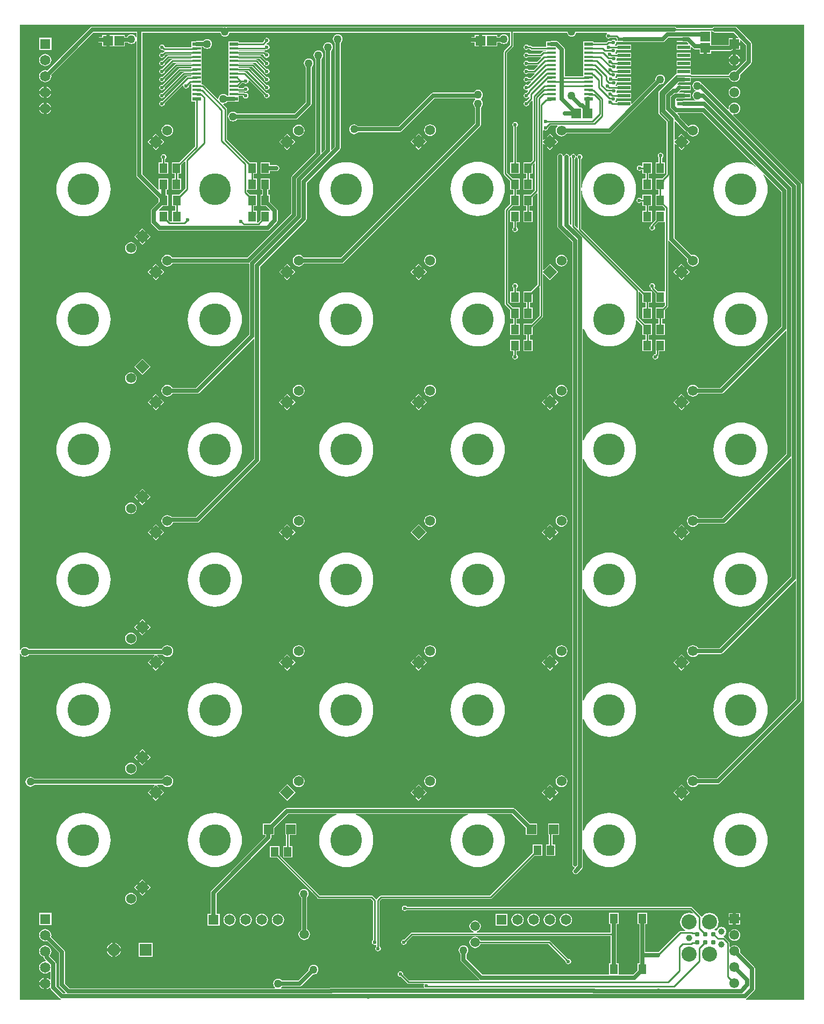
<source format=gbl>
G04*
G04 #@! TF.GenerationSoftware,Altium Limited,Altium Designer,20.2.3 (150)*
G04*
G04 Layer_Physical_Order=2*
G04 Layer_Color=16711680*
%FSLAX25Y25*%
%MOIN*%
G70*
G04*
G04 #@! TF.SameCoordinates,4877317F-2E7F-43E9-A464-E33F9C0CD60A*
G04*
G04*
G04 #@! TF.FilePolarity,Positive*
G04*
G01*
G75*
%ADD15R,0.06102X0.05906*%
%ADD16R,0.05906X0.06102*%
%ADD19R,0.05315X0.02362*%
%ADD20R,0.05315X0.01575*%
%ADD27R,0.07874X0.02362*%
%ADD28C,0.06181*%
%ADD29P,0.08741X4X270.0*%
%ADD43C,0.02500*%
%ADD44C,0.01000*%
%ADD45C,0.19685*%
%ADD46C,0.07677*%
%ADD47R,0.07677X0.07677*%
%ADD48C,0.03900*%
%ADD49C,0.09350*%
%ADD50C,0.06102*%
%ADD51R,0.06102X0.06102*%
%ADD52C,0.06496*%
%ADD53R,0.06496X0.06496*%
%ADD54R,0.06496X0.06496*%
%ADD55C,0.05984*%
%ADD56C,0.02362*%
%ADD57C,0.05000*%
%ADD58R,0.04921X0.06102*%
%ADD59R,0.05906X0.05906*%
%ADD60C,0.03100*%
%ADD61R,0.05118X0.06102*%
G36*
X743292Y154346D02*
X707289D01*
X707250Y154448D01*
X707206Y154846D01*
X707699Y155176D01*
X712262Y159738D01*
X712648Y160317D01*
X712784Y161000D01*
X712784Y161000D01*
Y173400D01*
X712784Y173400D01*
X712648Y174083D01*
X712262Y174662D01*
X703457Y183466D01*
X703460Y183473D01*
X703582Y184400D01*
X703460Y185327D01*
X703102Y186191D01*
X702533Y186933D01*
X701791Y187502D01*
X700927Y187860D01*
X700000Y187982D01*
X699073Y187860D01*
X698209Y187502D01*
X697467Y186933D01*
X697442Y186900D01*
X696968Y187060D01*
Y189408D01*
X696891Y189798D01*
X696670Y190129D01*
X693817Y192981D01*
X693487Y193202D01*
X693276Y193754D01*
X693310Y193867D01*
X693480Y193937D01*
X694093Y194407D01*
X694563Y195020D01*
X694859Y195734D01*
X694960Y196500D01*
X694859Y197266D01*
X694563Y197980D01*
X694093Y198593D01*
X693480Y199063D01*
X692766Y199359D01*
X692000Y199460D01*
X691234Y199359D01*
X690520Y199063D01*
X689907Y198593D01*
X689437Y197980D01*
X689141Y197266D01*
X689057Y197218D01*
X689000Y197241D01*
X687764D01*
X687595Y197741D01*
X688536Y198464D01*
X689443Y199646D01*
X690014Y201023D01*
X690208Y202500D01*
X690014Y203977D01*
X689443Y205354D01*
X688536Y206536D01*
X687354Y207443D01*
X685977Y208014D01*
X684500Y208208D01*
X683023Y208014D01*
X681646Y207443D01*
X680464Y206536D01*
X679846Y205731D01*
X679319Y205866D01*
X679283Y206049D01*
X679062Y206380D01*
X673721Y211721D01*
X673390Y211942D01*
X673000Y212020D01*
X496860D01*
X496731Y212212D01*
X496175Y212584D01*
X495519Y212714D01*
X494863Y212584D01*
X494307Y212212D01*
X493936Y211656D01*
X493805Y211000D01*
X493936Y210344D01*
X494307Y209788D01*
X494863Y209416D01*
X495519Y209286D01*
X496175Y209416D01*
X496731Y209788D01*
X496860Y209980D01*
X672578D01*
X674375Y208183D01*
X674092Y207759D01*
X673477Y208014D01*
X672000Y208208D01*
X670523Y208014D01*
X669146Y207443D01*
X667964Y206536D01*
X667057Y205354D01*
X666486Y203977D01*
X666292Y202500D01*
X666486Y201023D01*
X667057Y199646D01*
X667964Y198464D01*
X669146Y197557D01*
X669394Y197454D01*
X669295Y196954D01*
X666459D01*
X666069Y196876D01*
X665738Y196655D01*
X652810Y183728D01*
X652525Y183784D01*
X644643D01*
Y201098D01*
X645917D01*
Y208201D01*
X639799D01*
Y201098D01*
X641074D01*
Y182000D01*
Y176902D01*
X639799D01*
Y172323D01*
X637261Y169784D01*
X628695D01*
X628201Y169799D01*
X628201Y170284D01*
Y176902D01*
X626926D01*
Y195000D01*
Y201098D01*
X628201D01*
Y208201D01*
X622083D01*
Y201098D01*
X623357D01*
Y196020D01*
X540320D01*
X540221Y196520D01*
X540974Y196832D01*
X541703Y197391D01*
X542263Y198121D01*
X542615Y198970D01*
X542735Y199882D01*
X542615Y200794D01*
X542263Y201643D01*
X541703Y202373D01*
X540974Y202932D01*
X540124Y203284D01*
X539213Y203404D01*
X538301Y203284D01*
X537452Y202932D01*
X536722Y202373D01*
X536162Y201643D01*
X535810Y200794D01*
X535690Y199882D01*
X535810Y198970D01*
X536162Y198121D01*
X536722Y197391D01*
X537452Y196832D01*
X538205Y196520D01*
X538105Y196020D01*
X500000D01*
X499610Y195942D01*
X499279Y195721D01*
X495227Y191669D01*
X495000Y191714D01*
X494344Y191584D01*
X493788Y191212D01*
X493416Y190656D01*
X493286Y190000D01*
X493416Y189344D01*
X493788Y188788D01*
X494344Y188416D01*
X495000Y188286D01*
X495656Y188416D01*
X496212Y188788D01*
X496584Y189344D01*
X496714Y190000D01*
X496669Y190227D01*
X500422Y193980D01*
X623357D01*
Y176902D01*
X622083D01*
X622083Y169799D01*
X621589Y169784D01*
X543739D01*
X533784Y179739D01*
Y182588D01*
X534140Y182860D01*
X534621Y183487D01*
X534923Y184217D01*
X535026Y185000D01*
X534923Y185783D01*
X534621Y186513D01*
X534140Y187140D01*
X533513Y187620D01*
X532783Y187923D01*
X532000Y188026D01*
X531217Y187923D01*
X530487Y187620D01*
X529860Y187140D01*
X529380Y186513D01*
X529077Y185783D01*
X528974Y185000D01*
X529077Y184217D01*
X529380Y183487D01*
X529860Y182860D01*
X530216Y182588D01*
Y179000D01*
X530351Y178317D01*
X530738Y177738D01*
X541738Y166738D01*
X541738Y166738D01*
X541795Y166701D01*
X541643Y166201D01*
X498328D01*
X494593Y169936D01*
X494638Y170163D01*
X494508Y170819D01*
X494136Y171375D01*
X493580Y171746D01*
X492924Y171877D01*
X492269Y171746D01*
X491712Y171375D01*
X491341Y170819D01*
X491210Y170163D01*
X491341Y169507D01*
X491712Y168951D01*
X492269Y168579D01*
X492924Y168449D01*
X493151Y168494D01*
X497185Y164460D01*
X497516Y164239D01*
X497906Y164162D01*
X507224D01*
X507460Y163721D01*
X507416Y163656D01*
X507286Y163000D01*
X507416Y162344D01*
X507623Y162034D01*
X507356Y161534D01*
X471569D01*
X471479Y161594D01*
X470823Y161725D01*
X470167Y161594D01*
X470077Y161534D01*
X450008D01*
X449326Y161398D01*
X449303Y161383D01*
X418928D01*
X418758Y161883D01*
X419108Y162152D01*
X419381Y162507D01*
X430291D01*
X430974Y162643D01*
X431553Y163030D01*
X438556Y170033D01*
X439000Y169974D01*
X439783Y170077D01*
X440513Y170379D01*
X441140Y170860D01*
X441620Y171487D01*
X441923Y172217D01*
X442026Y173000D01*
X441923Y173783D01*
X441620Y174513D01*
X441140Y175140D01*
X440513Y175620D01*
X439783Y175923D01*
X439000Y176026D01*
X438217Y175923D01*
X437487Y175620D01*
X436860Y175140D01*
X436379Y174513D01*
X436077Y173783D01*
X435974Y173000D01*
X436033Y172556D01*
X429552Y166076D01*
X419381D01*
X419108Y166431D01*
X418481Y166912D01*
X417752Y167214D01*
X416968Y167317D01*
X416185Y167214D01*
X415456Y166912D01*
X414829Y166431D01*
X414348Y165804D01*
X414046Y165075D01*
X413943Y164291D01*
X414046Y163508D01*
X414348Y162778D01*
X414829Y162152D01*
X415179Y161883D01*
X415009Y161383D01*
X287605D01*
X284784Y164204D01*
Y184008D01*
X284648Y184691D01*
X284262Y185270D01*
X284262Y185270D01*
X276245Y193286D01*
X276289Y193392D01*
X276418Y194370D01*
X276289Y195349D01*
X275912Y196260D01*
X275311Y197043D01*
X274528Y197644D01*
X273616Y198022D01*
X272638Y198151D01*
X271659Y198022D01*
X270748Y197644D01*
X269965Y197043D01*
X269364Y196260D01*
X268986Y195349D01*
X268857Y194370D01*
X268986Y193392D01*
X269364Y192480D01*
X269965Y191697D01*
X270748Y191096D01*
X271659Y190718D01*
X272638Y190590D01*
X273616Y190718D01*
X273722Y190762D01*
X281216Y183269D01*
Y163464D01*
X281351Y162782D01*
X281738Y162203D01*
X285157Y158784D01*
X284950Y158284D01*
X283703D01*
X279420Y162568D01*
Y176440D01*
X279284Y177123D01*
X278898Y177702D01*
X278898Y177702D01*
X275415Y181184D01*
X275311Y181697D01*
X275912Y182480D01*
X276289Y183392D01*
X276418Y184370D01*
X276289Y185348D01*
X275912Y186260D01*
X275311Y187043D01*
X274528Y187644D01*
X273616Y188022D01*
X272638Y188151D01*
X271659Y188022D01*
X270748Y187644D01*
X269965Y187043D01*
X269364Y186260D01*
X268986Y185348D01*
X268857Y184370D01*
X268986Y183392D01*
X269364Y182480D01*
X269965Y181697D01*
X270748Y181096D01*
X271618Y180736D01*
Y180674D01*
X271754Y179991D01*
X272141Y179412D01*
X272968Y178585D01*
X272747Y178136D01*
X272638Y178150D01*
X271659Y178022D01*
X270748Y177644D01*
X269965Y177043D01*
X269364Y176260D01*
X268986Y175348D01*
X268857Y174370D01*
X268986Y173392D01*
X269364Y172480D01*
X269965Y171697D01*
X270748Y171096D01*
X271659Y170719D01*
X272638Y170590D01*
X273616Y170719D01*
X274528Y171096D01*
X275311Y171697D01*
X275378Y171784D01*
X275851Y171624D01*
Y167116D01*
X275378Y166956D01*
X275311Y167043D01*
X274528Y167644D01*
X273638Y168013D01*
Y164370D01*
Y160727D01*
X274528Y161096D01*
X275311Y161697D01*
X275370Y161773D01*
X275891Y161631D01*
X275987Y161146D01*
X276374Y160567D01*
X281703Y155238D01*
X282282Y154851D01*
X282309Y154846D01*
X282260Y154346D01*
X256708D01*
Y368801D01*
X257208Y368900D01*
X257380Y368487D01*
X257860Y367860D01*
X258487Y367379D01*
X259217Y367077D01*
X260000Y366974D01*
X260783Y367077D01*
X261513Y367379D01*
X262140Y367860D01*
X262412Y368216D01*
X340253D01*
X340445Y367754D01*
X339372Y366681D01*
X341204Y364849D01*
X343036Y366681D01*
X341963Y367754D01*
X342154Y368216D01*
X345507D01*
X345714Y367945D01*
X346464Y367370D01*
X347338Y367008D01*
X348275Y366885D01*
X349212Y367008D01*
X350086Y367370D01*
X350836Y367945D01*
X351411Y368695D01*
X351773Y369569D01*
X351896Y370506D01*
X351773Y371444D01*
X351411Y372317D01*
X350836Y373067D01*
X350086Y373643D01*
X349212Y374004D01*
X348275Y374128D01*
X347338Y374004D01*
X346464Y373643D01*
X345714Y373067D01*
X345139Y372317D01*
X344918Y371784D01*
X262412D01*
X262140Y372140D01*
X261513Y372621D01*
X260783Y372923D01*
X260000Y373026D01*
X259217Y372923D01*
X258487Y372621D01*
X257860Y372140D01*
X257380Y371513D01*
X257208Y371100D01*
X256708Y371199D01*
Y759040D01*
X743292D01*
X743292Y154346D01*
D02*
G37*
%LPC*%
G36*
X385927Y757621D02*
X385244Y757485D01*
X385090Y757382D01*
X384783Y757510D01*
X384000Y757613D01*
X383217Y757510D01*
X382910Y757382D01*
X382756Y757485D01*
X382073Y757621D01*
X301911D01*
X301229Y757485D01*
X300650Y757098D01*
X300650Y757098D01*
X274064Y730513D01*
X273616Y730699D01*
X272638Y730828D01*
X271659Y730699D01*
X270748Y730321D01*
X269965Y729720D01*
X269364Y728937D01*
X268986Y728026D01*
X268857Y727047D01*
X268986Y726069D01*
X269364Y725157D01*
X269965Y724374D01*
X270748Y723773D01*
X271659Y723396D01*
X272638Y723267D01*
X273616Y723396D01*
X274528Y723773D01*
X275311Y724374D01*
X275912Y725157D01*
X276289Y726069D01*
X276418Y727047D01*
X276328Y727730D01*
X302650Y754052D01*
X329216D01*
Y751382D01*
X328716Y751283D01*
X328621Y751513D01*
X328140Y752140D01*
X327513Y752621D01*
X326783Y752923D01*
X326000Y753026D01*
X325217Y752923D01*
X324487Y752621D01*
X323860Y752140D01*
X323379Y751513D01*
X323294Y751306D01*
X321996D01*
Y752551D01*
X315409D01*
X315091Y752551D01*
X314591Y752551D01*
X312457D01*
Y749000D01*
Y745449D01*
X314591D01*
X314910Y745449D01*
X315409Y745449D01*
X321996D01*
Y747737D01*
X324021D01*
X324487Y747379D01*
X325217Y747077D01*
X326000Y746974D01*
X326783Y747077D01*
X327513Y747379D01*
X328140Y747860D01*
X328621Y748487D01*
X328716Y748717D01*
X329216Y748618D01*
Y665587D01*
X329351Y664904D01*
X329738Y664325D01*
X343035Y651028D01*
Y648972D01*
X338738Y644675D01*
X338351Y644096D01*
X338216Y643413D01*
Y636449D01*
X338351Y635766D01*
X338738Y635187D01*
X342187Y631738D01*
X342766Y631352D01*
X343449Y631216D01*
X343449Y631216D01*
X410515D01*
X411198Y631352D01*
X411776Y631738D01*
X416262Y636224D01*
X416262Y636224D01*
X416648Y636802D01*
X416784Y637485D01*
Y643445D01*
X416648Y644128D01*
X416262Y644707D01*
X411996Y648972D01*
Y653551D01*
X410820D01*
Y656449D01*
X411996D01*
Y663551D01*
X406075D01*
Y656449D01*
X407251D01*
Y653551D01*
X406075D01*
Y646449D01*
X409473D01*
X411870Y644051D01*
X411663Y643551D01*
X406075D01*
Y637891D01*
X404454Y636270D01*
X404351D01*
X403925Y636449D01*
X403925Y636770D01*
Y643551D01*
X401984D01*
Y646449D01*
X403925D01*
Y653551D01*
X399414D01*
X397555Y655410D01*
Y656325D01*
X398004Y656449D01*
Y656449D01*
X403925D01*
Y663551D01*
X401984D01*
Y666449D01*
X403925D01*
Y673551D01*
X399446D01*
X385299Y687698D01*
Y706720D01*
X385222Y707110D01*
X385001Y707441D01*
X382926Y709516D01*
X383155Y709995D01*
X383783Y710077D01*
X384513Y710380D01*
X385140Y710860D01*
X385444Y711257D01*
X389169D01*
X389516Y711188D01*
X390035Y711291D01*
X392673D01*
Y714906D01*
X395139D01*
X395237Y714807D01*
X395344Y714271D01*
X395715Y713715D01*
X396271Y713344D01*
X396927Y713213D01*
X397583Y713344D01*
X398139Y713715D01*
X398511Y714271D01*
X398641Y714927D01*
X398511Y715583D01*
X398139Y716139D01*
X397583Y716511D01*
X396927Y716641D01*
X396393Y716535D01*
X396282Y716646D01*
X395951Y716867D01*
X395561Y716945D01*
X392673D01*
Y717465D01*
X396116D01*
X396236Y717489D01*
X396344Y717416D01*
X397000Y717286D01*
X397656Y717416D01*
X398212Y717788D01*
X398584Y718344D01*
X398714Y719000D01*
X398584Y719656D01*
X398212Y720212D01*
X397656Y720584D01*
X397000Y720714D01*
X396344Y720584D01*
X395788Y720212D01*
X395416Y719656D01*
X395386Y719504D01*
X392673D01*
Y720889D01*
X394566Y722782D01*
X395798D01*
X396344Y722416D01*
X397000Y722286D01*
X397656Y722416D01*
X398212Y722788D01*
X398584Y723344D01*
X398714Y724000D01*
X398680Y724171D01*
X399141Y724417D01*
X408331Y715227D01*
X408286Y715000D01*
X408416Y714344D01*
X408788Y713788D01*
X409344Y713416D01*
X410000Y713286D01*
X410656Y713416D01*
X411212Y713788D01*
X411584Y714344D01*
X411714Y715000D01*
X411584Y715656D01*
X411212Y716212D01*
X410656Y716584D01*
X410000Y716714D01*
X409773Y716669D01*
X397001Y729441D01*
X396670Y729662D01*
X396280Y729740D01*
X392673D01*
Y730260D01*
X398298D01*
X408331Y720227D01*
X408286Y720000D01*
X408416Y719344D01*
X408788Y718788D01*
X409344Y718416D01*
X410000Y718286D01*
X410656Y718416D01*
X411212Y718788D01*
X411584Y719344D01*
X411714Y720000D01*
X411584Y720656D01*
X411212Y721212D01*
X410656Y721584D01*
X410000Y721714D01*
X409773Y721669D01*
X399441Y732000D01*
X399111Y732222D01*
X398721Y732299D01*
X392673D01*
Y732819D01*
X400739D01*
X408331Y725227D01*
X408286Y725000D01*
X408416Y724344D01*
X408788Y723788D01*
X409344Y723416D01*
X410000Y723286D01*
X410656Y723416D01*
X411212Y723788D01*
X411584Y724344D01*
X411714Y725000D01*
X411584Y725656D01*
X411212Y726212D01*
X410656Y726584D01*
X410000Y726714D01*
X409773Y726669D01*
X401882Y734559D01*
X401552Y734781D01*
X401161Y734858D01*
X392673D01*
Y735378D01*
X403180D01*
X408331Y730227D01*
X408286Y730000D01*
X408416Y729344D01*
X408788Y728788D01*
X409344Y728416D01*
X410000Y728286D01*
X410656Y728416D01*
X411212Y728788D01*
X411584Y729344D01*
X411714Y730000D01*
X411584Y730656D01*
X411212Y731212D01*
X410656Y731584D01*
X410000Y731714D01*
X409773Y731669D01*
X404323Y737119D01*
X403993Y737340D01*
X403602Y737417D01*
X392673D01*
Y737937D01*
X405429D01*
X408139Y735227D01*
X408094Y735000D01*
X408224Y734344D01*
X408596Y733788D01*
X409152Y733416D01*
X409808Y733286D01*
X410464Y733416D01*
X411020Y733788D01*
X411391Y734344D01*
X411522Y735000D01*
X411391Y735656D01*
X411020Y736212D01*
X410464Y736584D01*
X409808Y736714D01*
X409581Y736669D01*
X406572Y739678D01*
X406241Y739899D01*
X405851Y739976D01*
X392673D01*
Y740496D01*
X407693D01*
X408220Y739969D01*
X408327Y739434D01*
X408698Y738878D01*
X409254Y738506D01*
X409910Y738376D01*
X410566Y738506D01*
X411122Y738878D01*
X411494Y739434D01*
X411624Y740090D01*
X411494Y740746D01*
X411122Y741302D01*
X410566Y741673D01*
X409910Y741804D01*
X409376Y741697D01*
X408837Y742237D01*
X408506Y742458D01*
X408116Y742535D01*
X392673D01*
Y743055D01*
X408706D01*
X409096Y743133D01*
X409427Y743354D01*
X409466Y743392D01*
X410000Y743286D01*
X410656Y743416D01*
X411212Y743788D01*
X411584Y744344D01*
X411714Y745000D01*
X411584Y745656D01*
X411212Y746212D01*
X410656Y746584D01*
X410000Y746714D01*
X409751Y747174D01*
X409925Y747370D01*
X410000Y747355D01*
X410656Y747485D01*
X411212Y747857D01*
X411584Y748413D01*
X411714Y749069D01*
X411584Y749725D01*
X411212Y750281D01*
X410656Y750653D01*
X410000Y750783D01*
X409344Y750653D01*
X408788Y750281D01*
X408416Y749725D01*
X408286Y749069D01*
X408331Y748842D01*
X407536Y748047D01*
X392673D01*
Y748709D01*
X386358D01*
Y745346D01*
Y742787D01*
Y740228D01*
Y737669D01*
Y735110D01*
Y732551D01*
Y729992D01*
Y727433D01*
Y724874D01*
Y722315D01*
Y719756D01*
Y714826D01*
X385381D01*
X385140Y715140D01*
X384513Y715621D01*
X383783Y715923D01*
X383000Y716026D01*
X382217Y715923D01*
X381487Y715621D01*
X380860Y715140D01*
X380380Y714513D01*
X380077Y713783D01*
X379995Y713155D01*
X379516Y712926D01*
X370965Y721477D01*
X370634Y721698D01*
X370244Y721775D01*
X369642D01*
Y724874D01*
Y727433D01*
Y729992D01*
Y732551D01*
Y735110D01*
Y737669D01*
Y740228D01*
Y742787D01*
Y745229D01*
X370577D01*
X370860Y744860D01*
X371487Y744380D01*
X372217Y744077D01*
X373000Y743974D01*
X373783Y744077D01*
X374513Y744380D01*
X375140Y744860D01*
X375621Y745487D01*
X375923Y746217D01*
X376026Y747000D01*
X375923Y747783D01*
X375621Y748513D01*
X375140Y749140D01*
X374513Y749620D01*
X373783Y749923D01*
X373000Y750026D01*
X372217Y749923D01*
X371487Y749620D01*
X370860Y749140D01*
X370598Y748798D01*
X366553D01*
X366484Y748812D01*
X365966Y748709D01*
X363327D01*
Y745020D01*
X346710D01*
X346584Y745656D01*
X346212Y746212D01*
X345656Y746584D01*
X345000Y746714D01*
X344344Y746584D01*
X343788Y746212D01*
X343416Y745656D01*
X343286Y745000D01*
X343416Y744344D01*
X343788Y743788D01*
X344344Y743416D01*
X345000Y743286D01*
X345450Y743375D01*
X345546Y743279D01*
X345877Y743058D01*
X346267Y742980D01*
X346559D01*
X346608Y742480D01*
X346494Y742458D01*
X346163Y742237D01*
X345534Y741608D01*
X345000Y741714D01*
X344344Y741584D01*
X343788Y741212D01*
X343416Y740656D01*
X343286Y740000D01*
X343416Y739344D01*
X343788Y738788D01*
X344344Y738416D01*
X345000Y738286D01*
X345656Y738416D01*
X346212Y738788D01*
X346584Y739344D01*
X346690Y739880D01*
X347307Y740496D01*
X363327D01*
Y739976D01*
X348957D01*
X348567Y739899D01*
X348236Y739678D01*
X345227Y736669D01*
X345000Y736714D01*
X344344Y736584D01*
X343788Y736212D01*
X343416Y735656D01*
X343286Y735000D01*
X343416Y734344D01*
X343788Y733788D01*
X344344Y733416D01*
X345000Y733286D01*
X345656Y733416D01*
X346212Y733788D01*
X346584Y734344D01*
X346714Y735000D01*
X346669Y735227D01*
X349379Y737937D01*
X363327D01*
Y737417D01*
X351398D01*
X351008Y737340D01*
X350677Y737119D01*
X345227Y731669D01*
X345000Y731714D01*
X344344Y731584D01*
X343788Y731212D01*
X343416Y730656D01*
X343286Y730000D01*
X343416Y729344D01*
X343788Y728788D01*
X344344Y728416D01*
X345000Y728286D01*
X345656Y728416D01*
X346212Y728788D01*
X346584Y729344D01*
X346714Y730000D01*
X346669Y730227D01*
X351820Y735378D01*
X363327D01*
Y734858D01*
X353839D01*
X353448Y734781D01*
X353118Y734559D01*
X345227Y726669D01*
X345000Y726714D01*
X344344Y726584D01*
X343788Y726212D01*
X343416Y725656D01*
X343286Y725000D01*
X343416Y724344D01*
X343788Y723788D01*
X344344Y723416D01*
X345000Y723286D01*
X345656Y723416D01*
X346212Y723788D01*
X346584Y724344D01*
X346714Y725000D01*
X346669Y725227D01*
X354261Y732819D01*
X363327D01*
Y732012D01*
X355992D01*
X355602Y731934D01*
X355271Y731713D01*
X345227Y721669D01*
X345000Y721714D01*
X344344Y721584D01*
X343788Y721212D01*
X343416Y720656D01*
X343286Y720000D01*
X343416Y719344D01*
X343788Y718788D01*
X344344Y718416D01*
X345000Y718286D01*
X345656Y718416D01*
X346212Y718788D01*
X346584Y719344D01*
X346714Y720000D01*
X346669Y720227D01*
X356415Y729973D01*
X363327D01*
Y729453D01*
X358433D01*
X358043Y729375D01*
X357712Y729154D01*
X345227Y716669D01*
X345000Y716714D01*
X344344Y716584D01*
X343788Y716212D01*
X343416Y715656D01*
X343286Y715000D01*
X343416Y714344D01*
X343788Y713788D01*
X344344Y713416D01*
X345000Y713286D01*
X345656Y713416D01*
X346212Y713788D01*
X346584Y714344D01*
X346714Y715000D01*
X346669Y715227D01*
X358855Y727414D01*
X363327D01*
Y726894D01*
X360874D01*
X360484Y726816D01*
X360153Y726595D01*
X345227Y711669D01*
X345000Y711714D01*
X344344Y711584D01*
X343788Y711212D01*
X343416Y710656D01*
X343286Y710000D01*
X343416Y709344D01*
X343788Y708788D01*
X344344Y708416D01*
X345000Y708286D01*
X345656Y708416D01*
X346212Y708788D01*
X346584Y709344D01*
X346714Y710000D01*
X346669Y710227D01*
X357859Y721417D01*
X358320Y721171D01*
X358286Y721000D01*
X358416Y720344D01*
X358788Y719788D01*
X359344Y719416D01*
X360000Y719286D01*
X360656Y719416D01*
X361212Y719788D01*
X361584Y720344D01*
X361714Y721000D01*
X361669Y721227D01*
X362827Y722385D01*
X363007Y722360D01*
X363327Y722178D01*
Y717197D01*
Y714638D01*
Y711291D01*
X365465D01*
Y683462D01*
X355554Y673551D01*
X351075D01*
Y666449D01*
X353016D01*
Y663551D01*
X351075D01*
Y656449D01*
X356996D01*
Y663551D01*
X355055D01*
Y666449D01*
X356996D01*
Y672109D01*
X359026Y674139D01*
X359488Y673948D01*
Y657454D01*
X355586Y653551D01*
X351106D01*
Y646449D01*
X353047D01*
Y643551D01*
X351106D01*
Y636968D01*
X349879D01*
X348957Y637891D01*
Y643551D01*
X343398Y643551D01*
X343368Y643551D01*
X343161Y644051D01*
X345559Y646449D01*
X348957D01*
Y653551D01*
X347765D01*
Y656449D01*
X348925D01*
Y663551D01*
X343004D01*
Y656813D01*
X342504Y656606D01*
X332784Y666326D01*
Y754052D01*
X381045D01*
X381077Y753803D01*
X381380Y753074D01*
X381860Y752447D01*
X382487Y751966D01*
X383217Y751664D01*
X384000Y751561D01*
X384783Y751664D01*
X385513Y751966D01*
X386140Y752447D01*
X386620Y753074D01*
X386923Y753803D01*
X386955Y754052D01*
X560980D01*
Y746422D01*
X557279Y742721D01*
X557058Y742390D01*
X556980Y742000D01*
Y666555D01*
X557058Y666165D01*
X557279Y665834D01*
X561004Y662109D01*
Y656449D01*
X562945D01*
Y653551D01*
X561004D01*
Y647891D01*
X557834Y644721D01*
X557613Y644390D01*
X557536Y644000D01*
Y586000D01*
X557613Y585610D01*
X557834Y585279D01*
X561004Y582109D01*
Y576449D01*
X562945D01*
Y573551D01*
X561004D01*
Y566449D01*
X566925D01*
Y573551D01*
X564984D01*
Y576449D01*
X566925D01*
Y583551D01*
X562446D01*
X559575Y586422D01*
Y643578D01*
X562446Y646449D01*
X566925D01*
Y653551D01*
X564984D01*
Y656449D01*
X566925D01*
Y663551D01*
X562446D01*
X559020Y666977D01*
Y741578D01*
X562721Y745279D01*
X562942Y745610D01*
X563020Y746000D01*
Y754052D01*
X596044D01*
X596077Y753803D01*
X596380Y753074D01*
X596860Y752447D01*
X597487Y751966D01*
X598217Y751664D01*
X599000Y751561D01*
X599783Y751664D01*
X600513Y751966D01*
X601140Y752447D01*
X601620Y753074D01*
X601923Y753803D01*
X601956Y754052D01*
X620963D01*
X621024Y753969D01*
X620903Y753289D01*
X620788Y753212D01*
X620416Y752656D01*
X620286Y752000D01*
X620416Y751344D01*
X620788Y750788D01*
X621344Y750416D01*
X622000Y750286D01*
X622656Y750416D01*
X623212Y750788D01*
X623341Y750980D01*
X626318D01*
X627059Y750239D01*
Y748993D01*
X626595Y748688D01*
X626559Y748693D01*
X626212Y749212D01*
X625656Y749584D01*
X625000Y749714D01*
X624344Y749584D01*
X623788Y749212D01*
X623659Y749020D01*
X622000D01*
X621610Y748942D01*
X621279Y748721D01*
X620605Y748047D01*
X612673D01*
Y748709D01*
X606358D01*
Y745346D01*
Y742787D01*
Y740228D01*
Y737669D01*
Y735110D01*
Y732551D01*
Y729992D01*
Y727020D01*
X594784D01*
Y743479D01*
X594784Y743479D01*
X594649Y744162D01*
X594262Y744740D01*
X594262Y744740D01*
X590782Y748220D01*
X590203Y748607D01*
X589520Y748743D01*
X586831D01*
X586484Y748812D01*
X585965Y748709D01*
X583327D01*
Y745094D01*
X574716D01*
X574090Y745721D01*
X573759Y745942D01*
X573369Y746020D01*
X572341D01*
X572212Y746212D01*
X571656Y746584D01*
X571000Y746714D01*
X570344Y746584D01*
X569788Y746212D01*
X569416Y745656D01*
X569286Y745000D01*
X569416Y744344D01*
X569788Y743788D01*
X570344Y743416D01*
X571000Y743286D01*
X571656Y743416D01*
X572212Y743788D01*
X572341Y743980D01*
X572946D01*
X573573Y743354D01*
X573904Y743133D01*
X574294Y743055D01*
X583327D01*
Y742535D01*
X581516D01*
X581126Y742458D01*
X580795Y742237D01*
X579578Y741020D01*
X572341D01*
X572212Y741212D01*
X571656Y741584D01*
X571000Y741714D01*
X570344Y741584D01*
X569788Y741212D01*
X569416Y740656D01*
X569286Y740000D01*
X569416Y739344D01*
X569788Y738788D01*
X570344Y738416D01*
X571000Y738286D01*
X571656Y738416D01*
X572212Y738788D01*
X572341Y738980D01*
X579831D01*
X580052Y738535D01*
X580056Y738498D01*
X577578Y736020D01*
X572341D01*
X572212Y736212D01*
X571656Y736584D01*
X571000Y736714D01*
X570344Y736584D01*
X569788Y736212D01*
X569416Y735656D01*
X569286Y735000D01*
X569416Y734344D01*
X569788Y733788D01*
X570344Y733416D01*
X571000Y733286D01*
X571656Y733416D01*
X572212Y733788D01*
X572341Y733980D01*
X577831D01*
X578052Y733535D01*
X578056Y733498D01*
X575578Y731020D01*
X572341D01*
X572212Y731212D01*
X571656Y731584D01*
X571000Y731714D01*
X570344Y731584D01*
X569788Y731212D01*
X569416Y730656D01*
X569286Y730000D01*
X569416Y729344D01*
X569788Y728788D01*
X570344Y728416D01*
X571000Y728286D01*
X571656Y728416D01*
X572212Y728788D01*
X572341Y728980D01*
X575831D01*
X576052Y728535D01*
X576056Y728498D01*
X573578Y726020D01*
X572341D01*
X572212Y726212D01*
X571656Y726584D01*
X571000Y726714D01*
X570344Y726584D01*
X569788Y726212D01*
X569416Y725656D01*
X569286Y725000D01*
X569416Y724344D01*
X569788Y723788D01*
X570344Y723416D01*
X571000Y723286D01*
X571656Y723416D01*
X572212Y723788D01*
X572341Y723980D01*
X573831D01*
X574052Y723535D01*
X574056Y723498D01*
X571955Y721397D01*
X571614Y721626D01*
X570958Y721756D01*
X570302Y721626D01*
X569746Y721254D01*
X569374Y720698D01*
X569244Y720042D01*
X569374Y719386D01*
X569746Y718830D01*
X570302Y718459D01*
X570958Y718328D01*
X571560Y718448D01*
X571779Y718314D01*
X572004Y718118D01*
X571980Y718000D01*
Y717544D01*
X571126Y716689D01*
X571000Y716714D01*
X570344Y716584D01*
X569788Y716212D01*
X569416Y715656D01*
X569286Y715000D01*
X569416Y714344D01*
X569788Y713788D01*
X570344Y713416D01*
X571000Y713286D01*
X571656Y713416D01*
X572212Y713788D01*
X572480Y714190D01*
X572980Y714038D01*
Y713422D01*
X571227Y711669D01*
X571000Y711714D01*
X570344Y711584D01*
X569788Y711212D01*
X569416Y710656D01*
X569286Y710000D01*
X569416Y709344D01*
X569788Y708788D01*
X570344Y708416D01*
X571000Y708286D01*
X571656Y708416D01*
X572212Y708788D01*
X572584Y709344D01*
X572714Y710000D01*
X572669Y710227D01*
X574302Y711860D01*
X574802Y711653D01*
Y674971D01*
X573381Y673551D01*
X569075D01*
Y666449D01*
X571016D01*
Y663551D01*
X569075D01*
Y656449D01*
X574996D01*
Y663551D01*
X573055D01*
Y666449D01*
X574996D01*
Y671862D01*
X575016Y671961D01*
Y672302D01*
X575840Y673126D01*
X576302Y672934D01*
Y656334D01*
X573519Y653551D01*
X569075D01*
Y646449D01*
X570980D01*
Y643551D01*
X569075D01*
Y636449D01*
X574996D01*
Y643551D01*
X573020D01*
Y646449D01*
X574996D01*
Y652145D01*
X577340Y654488D01*
X577802Y654297D01*
Y597767D01*
X573586Y593551D01*
X569075D01*
Y586449D01*
X571016D01*
Y583551D01*
X569075D01*
Y576449D01*
X574996D01*
Y583551D01*
X573055D01*
Y586449D01*
X574996D01*
Y592078D01*
X578840Y595922D01*
X579302Y595730D01*
Y578708D01*
X574145Y573551D01*
X569075D01*
Y566449D01*
X571016D01*
Y563551D01*
X569075D01*
Y556449D01*
X574996D01*
Y563551D01*
X573055D01*
Y566449D01*
X574996D01*
Y571519D01*
X581042Y577565D01*
X581263Y577896D01*
X581341Y578286D01*
Y604181D01*
X581803Y604373D01*
X585692Y600483D01*
X590770Y605561D01*
X585692Y610639D01*
X581803Y606750D01*
X581341Y606941D01*
Y684890D01*
X581803Y685081D01*
X582446Y684438D01*
X584278Y686270D01*
X582446Y688102D01*
X581803Y687458D01*
X581341Y687650D01*
Y693316D01*
X581841Y693583D01*
X582091Y693416D01*
X582747Y693286D01*
X583403Y693416D01*
X583959Y693788D01*
X584330Y694344D01*
X584461Y695000D01*
X584458Y695016D01*
X585854Y696412D01*
X590089D01*
X590250Y695938D01*
X590202Y695902D01*
X589627Y695152D01*
X589265Y694278D01*
X589142Y693341D01*
X589265Y692404D01*
X589627Y691530D01*
X590202Y690780D01*
X590952Y690204D01*
X591826Y689843D01*
X592763Y689719D01*
X593700Y689843D01*
X594574Y690204D01*
X595324Y690780D01*
X595899Y691530D01*
X595910Y691557D01*
X622430D01*
X623113Y691692D01*
X623692Y692079D01*
X653635Y722022D01*
X654000Y721974D01*
X654783Y722077D01*
X655513Y722379D01*
X656140Y722860D01*
X656621Y723487D01*
X656923Y724217D01*
X657026Y725000D01*
X656923Y725783D01*
X656621Y726513D01*
X656140Y727140D01*
X655513Y727621D01*
X654783Y727923D01*
X654000Y728026D01*
X653217Y727923D01*
X652487Y727621D01*
X651860Y727140D01*
X651379Y726513D01*
X651077Y725783D01*
X650974Y725000D01*
X651043Y724477D01*
X636395Y709829D01*
X635933Y710021D01*
Y711681D01*
X627059D01*
Y711020D01*
X626233D01*
X626081Y711520D01*
X626212Y711607D01*
X626584Y712163D01*
X626714Y712819D01*
X626666Y713061D01*
X627124Y713319D01*
X635933D01*
Y716681D01*
X627551D01*
X627073Y716681D01*
X627019Y716733D01*
X626870Y717006D01*
X626827Y717089D01*
X626793Y717163D01*
X626854Y717466D01*
X626924Y717819D01*
X626912Y717880D01*
X627334Y718319D01*
X635933D01*
Y721681D01*
X627059D01*
Y721020D01*
X626414D01*
X626262Y721520D01*
X626393Y721607D01*
X626765Y722163D01*
X626895Y722819D01*
X626880Y722893D01*
X627306Y723319D01*
X635933D01*
Y726681D01*
X627059D01*
Y726044D01*
X626270D01*
X626118Y726544D01*
X626212Y726607D01*
X626584Y727163D01*
X626714Y727819D01*
X626666Y728061D01*
X627124Y728319D01*
X635933D01*
Y731681D01*
X627551D01*
X627073Y731681D01*
X627019Y731733D01*
X626870Y732006D01*
X626827Y732089D01*
X626793Y732163D01*
X626854Y732467D01*
X626924Y732819D01*
X626912Y732880D01*
X627334Y733319D01*
X635933D01*
Y736681D01*
X627551D01*
X627073Y736681D01*
X627019Y736733D01*
X626870Y737006D01*
X626827Y737089D01*
X626793Y737163D01*
X626854Y737466D01*
X626924Y737819D01*
X626912Y737880D01*
X627334Y738319D01*
X635933D01*
Y741681D01*
X627059D01*
Y741020D01*
X626233D01*
X626081Y741520D01*
X626212Y741607D01*
X626584Y742163D01*
X626714Y742819D01*
X626666Y743061D01*
X627124Y743319D01*
X635933D01*
Y746681D01*
X627059D01*
Y746020D01*
X625962D01*
X625810Y746520D01*
X626212Y746788D01*
X626584Y747344D01*
X626707Y747965D01*
X626811Y748069D01*
X627160Y748319D01*
X627219D01*
X627219Y748319D01*
X627219Y748319D01*
X630977D01*
X631496Y748216D01*
X655691D01*
X656374Y748351D01*
X656953Y748738D01*
X659267Y751052D01*
X663748D01*
X663811Y751000D01*
X668504D01*
Y749000D01*
X664067D01*
Y748319D01*
X667985D01*
X668504Y748216D01*
X670358D01*
X671430Y747143D01*
X671239Y746681D01*
X664067D01*
Y743319D01*
X672941D01*
Y744979D01*
X673403Y745171D01*
X674378Y744195D01*
X674957Y743808D01*
X675640Y743672D01*
X675640Y743672D01*
X678449D01*
Y741004D01*
X681000D01*
Y744457D01*
X683000D01*
Y741004D01*
X685551D01*
Y742672D01*
X697457D01*
X698139Y742808D01*
X698718Y743195D01*
X698972Y743449D01*
X699000D01*
Y747000D01*
X700000D01*
D01*
X699000D01*
Y750551D01*
X696449D01*
Y746241D01*
X685551D01*
Y747909D01*
X685551D01*
Y748091D01*
X685551D01*
Y754980D01*
X686304D01*
X686575Y754575D01*
X687154Y754188D01*
X687837Y754052D01*
X699424D01*
X702463Y751013D01*
X702272Y750551D01*
X701000D01*
Y748000D01*
X703551D01*
Y749272D01*
X704013Y749464D01*
X707180Y746297D01*
Y736703D01*
X700934Y730457D01*
X700927Y730460D01*
X700000Y730582D01*
X699073Y730460D01*
X698209Y730102D01*
X697467Y729533D01*
X696898Y728791D01*
X696579Y728020D01*
X673434D01*
X673176Y728192D01*
X672941Y728590D01*
X672941Y731681D01*
X664067D01*
Y728736D01*
X664055Y728466D01*
X663657Y728192D01*
X663628Y728172D01*
X663326Y727971D01*
X653029Y717674D01*
X652808Y717343D01*
X652730Y716953D01*
Y704250D01*
X652808Y703860D01*
X653029Y703529D01*
X657730Y698828D01*
Y666172D01*
X655275Y663717D01*
X655164Y663551D01*
X651075D01*
Y656449D01*
X653016D01*
Y653520D01*
X651075D01*
Y646417D01*
X655554D01*
X656980Y644991D01*
Y643520D01*
X651075D01*
Y637859D01*
X648540Y635324D01*
X648319Y634993D01*
X648241Y634603D01*
Y634515D01*
X647788Y634212D01*
X647416Y633656D01*
X647286Y633000D01*
X647416Y632344D01*
X647788Y631788D01*
X648344Y631416D01*
X649000Y631286D01*
X649656Y631416D01*
X650212Y631788D01*
X650584Y632344D01*
X650714Y633000D01*
X650584Y633656D01*
X650280Y634110D01*
Y634181D01*
X652517Y636417D01*
X656980D01*
Y593551D01*
X652517D01*
X650280Y595788D01*
Y595890D01*
X650584Y596344D01*
X650714Y597000D01*
X650584Y597656D01*
X650212Y598212D01*
X649656Y598584D01*
X649000Y598714D01*
X648344Y598584D01*
X647788Y598212D01*
X647416Y597656D01*
X647286Y597000D01*
X647416Y596344D01*
X647788Y595788D01*
X648241Y595485D01*
Y595365D01*
X648319Y594975D01*
X648540Y594644D01*
X651075Y592109D01*
Y586449D01*
X656980D01*
Y584977D01*
X655554Y583551D01*
X651075D01*
Y576449D01*
X653016D01*
Y573551D01*
X651075D01*
Y566449D01*
X656996D01*
Y573551D01*
X655055D01*
Y576449D01*
X656996D01*
Y582109D01*
X658721Y583834D01*
X658942Y584165D01*
X659020Y584555D01*
Y624805D01*
X659520Y624957D01*
X659738Y624630D01*
X670772Y613596D01*
X670761Y613569D01*
X670638Y612632D01*
X670761Y611695D01*
X671123Y610821D01*
X671698Y610071D01*
X672448Y609496D01*
X673322Y609134D01*
X674259Y609011D01*
X675197Y609134D01*
X676070Y609496D01*
X676820Y610071D01*
X677395Y610821D01*
X677757Y611695D01*
X677881Y612632D01*
X677757Y613569D01*
X677395Y614443D01*
X676820Y615193D01*
X676070Y615768D01*
X675197Y616130D01*
X674259Y616254D01*
X673322Y616130D01*
X673295Y616119D01*
X662784Y626630D01*
Y684942D01*
X663246Y685134D01*
X663942Y684438D01*
X665774Y686270D01*
X663942Y688102D01*
X663246Y687406D01*
X662784Y687597D01*
Y698985D01*
X663284Y699192D01*
X669693Y692784D01*
X669693Y692783D01*
X670272Y692397D01*
X670808Y692290D01*
X671123Y691530D01*
X671698Y690780D01*
X672448Y690204D01*
X673322Y689843D01*
X674259Y689719D01*
X675197Y689843D01*
X676070Y690204D01*
X676820Y690780D01*
X677395Y691530D01*
X677757Y692404D01*
X677881Y693341D01*
X677757Y694278D01*
X677395Y695152D01*
X676820Y695902D01*
X676070Y696477D01*
X675196Y696839D01*
X674259Y696962D01*
X673322Y696839D01*
X672448Y696477D01*
X671698Y695902D01*
X671626Y695897D01*
X666034Y701489D01*
Y701507D01*
X665899Y702190D01*
X665512Y702769D01*
X664527Y703754D01*
X664718Y704216D01*
X680261D01*
X713091Y671386D01*
X712772Y670998D01*
X712132Y671425D01*
X710163Y672396D01*
X708084Y673102D01*
X705931Y673530D01*
X703740Y673674D01*
X701549Y673530D01*
X699396Y673102D01*
X697317Y672396D01*
X695348Y671425D01*
X693523Y670205D01*
X691872Y668758D01*
X690424Y667107D01*
X689205Y665282D01*
X688234Y663313D01*
X687528Y661234D01*
X687100Y659081D01*
X686956Y656890D01*
X687100Y654699D01*
X687528Y652546D01*
X688234Y650467D01*
X689205Y648498D01*
X690424Y646672D01*
X691872Y645022D01*
X693523Y643574D01*
X695348Y642354D01*
X697317Y641383D01*
X699396Y640678D01*
X701549Y640249D01*
X703740Y640106D01*
X705931Y640249D01*
X708084Y640678D01*
X710163Y641383D01*
X712132Y642354D01*
X713958Y643574D01*
X715608Y645022D01*
X717056Y646672D01*
X718275Y648498D01*
X719246Y650467D01*
X719952Y652546D01*
X720380Y654699D01*
X720524Y656890D01*
X720380Y659081D01*
X719952Y661234D01*
X719246Y663313D01*
X718275Y665282D01*
X717848Y665921D01*
X718236Y666240D01*
X729216Y655261D01*
Y571739D01*
X691185Y533708D01*
X677406D01*
X677395Y533734D01*
X676820Y534484D01*
X676070Y535060D01*
X675197Y535422D01*
X674259Y535545D01*
X673322Y535422D01*
X672448Y535060D01*
X671698Y534484D01*
X671123Y533734D01*
X670761Y532861D01*
X670638Y531923D01*
X670761Y530986D01*
X671123Y530113D01*
X671698Y529363D01*
X672448Y528787D01*
X673322Y528425D01*
X674259Y528302D01*
X675197Y528425D01*
X676070Y528787D01*
X676820Y529363D01*
X677395Y530113D01*
X677406Y530139D01*
X691924D01*
X692606Y530275D01*
X693185Y530662D01*
X731754Y569230D01*
X732216Y569039D01*
Y492739D01*
X692476Y452999D01*
X677406D01*
X677395Y453026D01*
X676820Y453776D01*
X676070Y454351D01*
X675197Y454713D01*
X674259Y454836D01*
X673322Y454713D01*
X672448Y454351D01*
X671698Y453776D01*
X671123Y453026D01*
X670761Y452152D01*
X670638Y451215D01*
X670761Y450278D01*
X671123Y449404D01*
X671698Y448654D01*
X672448Y448078D01*
X673322Y447717D01*
X674259Y447593D01*
X675197Y447717D01*
X676070Y448078D01*
X676820Y448654D01*
X677395Y449404D01*
X677406Y449431D01*
X693215D01*
X693898Y449566D01*
X694477Y449953D01*
X734754Y490230D01*
X735216Y490039D01*
Y416739D01*
X690767Y372290D01*
X677406D01*
X677395Y372317D01*
X676820Y373067D01*
X676070Y373643D01*
X675197Y374004D01*
X674259Y374128D01*
X673322Y374004D01*
X672448Y373643D01*
X671698Y373067D01*
X671123Y372317D01*
X670761Y371444D01*
X670638Y370506D01*
X670761Y369569D01*
X671123Y368695D01*
X671698Y367945D01*
X672448Y367370D01*
X673322Y367008D01*
X674259Y366885D01*
X675197Y367008D01*
X676070Y367370D01*
X676820Y367945D01*
X677395Y368695D01*
X677406Y368722D01*
X691506D01*
X692189Y368858D01*
X692768Y369245D01*
X737754Y414230D01*
X738216Y414039D01*
Y340739D01*
X689058Y291582D01*
X677406D01*
X677395Y291608D01*
X676820Y292358D01*
X676070Y292934D01*
X675197Y293296D01*
X674259Y293419D01*
X673322Y293296D01*
X672448Y292934D01*
X671698Y292358D01*
X671123Y291608D01*
X670761Y290735D01*
X670638Y289798D01*
X670761Y288860D01*
X671123Y287987D01*
X671698Y287237D01*
X672448Y286661D01*
X673322Y286299D01*
X674259Y286176D01*
X675197Y286299D01*
X676070Y286661D01*
X676820Y287237D01*
X677395Y287987D01*
X677406Y288013D01*
X689798D01*
X690480Y288149D01*
X691059Y288536D01*
X741262Y338738D01*
X741648Y339317D01*
X741784Y340000D01*
Y659728D01*
X741784Y659728D01*
X741648Y660411D01*
X741262Y660990D01*
X741262Y660990D01*
X699237Y703014D01*
X699471Y703488D01*
X700000Y703418D01*
X700927Y703540D01*
X701791Y703898D01*
X702533Y704467D01*
X703102Y705209D01*
X703460Y706073D01*
X703582Y707000D01*
X703460Y707927D01*
X703102Y708791D01*
X702533Y709533D01*
X701791Y710102D01*
X700927Y710460D01*
X700000Y710582D01*
X699073Y710460D01*
X698209Y710102D01*
X697467Y709533D01*
X696898Y708791D01*
X696540Y707927D01*
X696418Y707000D01*
X696488Y706470D01*
X696014Y706237D01*
X680468Y721783D01*
X679889Y722170D01*
X679751Y722197D01*
X679621Y722513D01*
X679140Y723140D01*
X678513Y723621D01*
X677783Y723923D01*
X677000Y724026D01*
X676217Y723923D01*
X675487Y723621D01*
X674860Y723140D01*
X674379Y722513D01*
X674077Y721783D01*
X673974Y721000D01*
X674077Y720217D01*
X674379Y719487D01*
X674860Y718860D01*
X675487Y718379D01*
X675750Y718271D01*
Y717729D01*
X675487Y717621D01*
X674860Y717140D01*
X674379Y716513D01*
X674077Y715783D01*
X673974Y715000D01*
X674077Y714217D01*
X674379Y713487D01*
X674860Y712860D01*
X675487Y712380D01*
X675717Y712284D01*
X675618Y711784D01*
X668504D01*
X667985Y711681D01*
X664067D01*
X663784Y712064D01*
Y712796D01*
X664204Y713216D01*
X668504D01*
X669023Y713319D01*
X672941D01*
Y716681D01*
X669023D01*
X668504Y716784D01*
X665847D01*
X665655Y717246D01*
X666728Y718319D01*
X672941D01*
Y721681D01*
X665989D01*
X665817Y721715D01*
X665645Y721681D01*
X664891D01*
X664684Y722181D01*
X665718Y723216D01*
X668504D01*
X669023Y723319D01*
X672941D01*
Y725902D01*
X673036Y725980D01*
X696579D01*
X696898Y725209D01*
X697467Y724467D01*
X698209Y723898D01*
X699073Y723540D01*
X700000Y723418D01*
X700927Y723540D01*
X701791Y723898D01*
X702533Y724467D01*
X703102Y725209D01*
X703460Y726073D01*
X703582Y727000D01*
X703460Y727927D01*
X703457Y727934D01*
X710226Y734703D01*
X710226Y734703D01*
X710613Y735282D01*
X710749Y735964D01*
X710749Y735964D01*
Y747036D01*
X710613Y747718D01*
X710226Y748297D01*
X701425Y757098D01*
X700846Y757485D01*
X700163Y757621D01*
X687837D01*
X687154Y757485D01*
X686575Y757098D01*
X686522Y757020D01*
X663819D01*
X663767Y757098D01*
X663188Y757485D01*
X662505Y757621D01*
X385927D01*
X385927Y757621D01*
D02*
G37*
G36*
X557000Y753026D02*
X556217Y752923D01*
X555487Y752621D01*
X554860Y752140D01*
X554380Y751513D01*
X554294Y751306D01*
X552996D01*
Y752551D01*
X546410D01*
X546091Y752551D01*
X545590Y752551D01*
X543457D01*
Y749000D01*
Y745449D01*
X545590D01*
X545910Y745449D01*
X546410Y745449D01*
X552996D01*
Y747737D01*
X555021D01*
X555487Y747379D01*
X556217Y747077D01*
X557000Y746974D01*
X557783Y747077D01*
X558513Y747379D01*
X559140Y747860D01*
X559621Y748487D01*
X559923Y749217D01*
X560026Y750000D01*
X559923Y750783D01*
X559621Y751513D01*
X559140Y752140D01*
X558513Y752621D01*
X557783Y752923D01*
X557000Y753026D01*
D02*
G37*
G36*
X541457Y752551D02*
X539004D01*
Y751306D01*
X536195D01*
X535683Y751649D01*
X535000Y751784D01*
X534317Y751649D01*
X533738Y751262D01*
X533352Y750683D01*
X533216Y750000D01*
X533352Y749317D01*
X533738Y748738D01*
X534217Y748260D01*
X534796Y747873D01*
X535478Y747737D01*
X535478Y747737D01*
X539004D01*
Y745449D01*
X541457D01*
Y749000D01*
Y752551D01*
D02*
G37*
G36*
X310457D02*
X308004D01*
Y751306D01*
X305195D01*
X304683Y751649D01*
X304000Y751784D01*
X303317Y751649D01*
X302738Y751262D01*
X302351Y750683D01*
X302216Y750000D01*
X302351Y749317D01*
X302738Y748738D01*
X303217Y748260D01*
X303796Y747873D01*
X304478Y747737D01*
X304478Y747737D01*
X308004D01*
Y745449D01*
X310457D01*
Y749000D01*
Y752551D01*
D02*
G37*
G36*
X703551Y746000D02*
X701000D01*
Y743449D01*
X703551D01*
Y746000D01*
D02*
G37*
G36*
X276386Y750795D02*
X268890D01*
Y743299D01*
X276386D01*
Y750795D01*
D02*
G37*
G36*
X672941Y741681D02*
X664067D01*
Y738319D01*
X672941D01*
Y741681D01*
D02*
G37*
G36*
X701000Y740430D02*
Y738000D01*
X703430D01*
X703102Y738791D01*
X702533Y739533D01*
X701791Y740102D01*
X701000Y740430D01*
D02*
G37*
G36*
X699000D02*
X698209Y740102D01*
X697467Y739533D01*
X696898Y738791D01*
X696570Y738000D01*
X699000D01*
Y740430D01*
D02*
G37*
G36*
X703430Y736000D02*
X701000D01*
Y733570D01*
X701791Y733898D01*
X702533Y734467D01*
X703102Y735209D01*
X703430Y736000D01*
D02*
G37*
G36*
X699000D02*
X696570D01*
X696898Y735209D01*
X697467Y734467D01*
X698209Y733898D01*
X699000Y733570D01*
Y736000D01*
D02*
G37*
G36*
X672941Y736681D02*
X664067D01*
Y733319D01*
X672941D01*
Y736681D01*
D02*
G37*
G36*
X272638Y740828D02*
X271659Y740699D01*
X270748Y740321D01*
X269965Y739720D01*
X269364Y738937D01*
X268986Y738026D01*
X268857Y737047D01*
X268986Y736069D01*
X269364Y735157D01*
X269965Y734374D01*
X270748Y733773D01*
X271659Y733396D01*
X272638Y733267D01*
X273616Y733396D01*
X274528Y733773D01*
X275311Y734374D01*
X275912Y735157D01*
X276289Y736069D01*
X276418Y737047D01*
X276289Y738026D01*
X275912Y738937D01*
X275311Y739720D01*
X274528Y740321D01*
X273616Y740699D01*
X272638Y740828D01*
D02*
G37*
G36*
X273638Y720690D02*
Y718047D01*
X276280D01*
X275912Y718937D01*
X275311Y719720D01*
X274528Y720321D01*
X273638Y720690D01*
D02*
G37*
G36*
X271638Y720690D02*
X270748Y720321D01*
X269965Y719720D01*
X269364Y718937D01*
X268995Y718047D01*
X271638D01*
Y720690D01*
D02*
G37*
G36*
X700000Y720582D02*
X699073Y720460D01*
X698209Y720102D01*
X697467Y719533D01*
X696898Y718791D01*
X696540Y717927D01*
X696418Y717000D01*
X696540Y716073D01*
X696898Y715209D01*
X697467Y714467D01*
X698209Y713898D01*
X699073Y713540D01*
X700000Y713418D01*
X700927Y713540D01*
X701791Y713898D01*
X702533Y714467D01*
X703102Y715209D01*
X703460Y716073D01*
X703582Y717000D01*
X703460Y717927D01*
X703102Y718791D01*
X702533Y719533D01*
X701791Y720102D01*
X700927Y720460D01*
X700000Y720582D01*
D02*
G37*
G36*
X271638Y716047D02*
X268995D01*
X269364Y715157D01*
X269965Y714374D01*
X270748Y713773D01*
X271638Y713405D01*
Y716047D01*
D02*
G37*
G36*
X276280D02*
X273638D01*
Y713405D01*
X274528Y713773D01*
X275311Y714374D01*
X275912Y715157D01*
X276280Y716047D01*
D02*
G37*
G36*
X273638Y710690D02*
Y708047D01*
X276280D01*
X275912Y708937D01*
X275311Y709720D01*
X274528Y710321D01*
X273638Y710690D01*
D02*
G37*
G36*
X271638Y710690D02*
X270748Y710321D01*
X269965Y709720D01*
X269364Y708937D01*
X268995Y708047D01*
X271638D01*
Y710690D01*
D02*
G37*
G36*
X436000Y738026D02*
X435217Y737923D01*
X434487Y737620D01*
X433860Y737140D01*
X433380Y736513D01*
X433077Y735783D01*
X432974Y735000D01*
X433077Y734217D01*
X433380Y733487D01*
X433860Y732860D01*
X434216Y732588D01*
Y710739D01*
X427261Y703784D01*
X391412D01*
X391140Y704140D01*
X390513Y704621D01*
X389783Y704923D01*
X389000Y705026D01*
X388217Y704923D01*
X387487Y704621D01*
X386860Y704140D01*
X386380Y703513D01*
X386077Y702783D01*
X385974Y702000D01*
X386077Y701217D01*
X386380Y700487D01*
X386860Y699860D01*
X387487Y699379D01*
X388217Y699077D01*
X389000Y698974D01*
X389783Y699077D01*
X390513Y699379D01*
X391140Y699860D01*
X391412Y700216D01*
X428000D01*
X428683Y700351D01*
X429262Y700738D01*
X437262Y708738D01*
X437648Y709317D01*
X437784Y710000D01*
X437784Y710000D01*
Y732588D01*
X438140Y732860D01*
X438621Y733487D01*
X438923Y734217D01*
X439026Y735000D01*
X438923Y735783D01*
X438621Y736513D01*
X438140Y737140D01*
X437513Y737620D01*
X436783Y737923D01*
X436000Y738026D01*
D02*
G37*
G36*
X271638Y706047D02*
X268995D01*
X269364Y705157D01*
X269965Y704374D01*
X270748Y703773D01*
X271638Y703405D01*
Y706047D01*
D02*
G37*
G36*
X276280D02*
X273638D01*
Y703405D01*
X274528Y703773D01*
X275311Y704374D01*
X275912Y705157D01*
X276280Y706047D01*
D02*
G37*
G36*
X511267Y697159D02*
X510330Y697036D01*
X509456Y696674D01*
X508706Y696099D01*
X508131Y695349D01*
X507769Y694475D01*
X507646Y693538D01*
X507769Y692600D01*
X508131Y691727D01*
X508706Y690977D01*
X509456Y690401D01*
X510330Y690040D01*
X511267Y689916D01*
X512204Y690040D01*
X513078Y690401D01*
X513828Y690977D01*
X514403Y691727D01*
X514765Y692600D01*
X514888Y693538D01*
X514765Y694475D01*
X514403Y695349D01*
X513828Y696099D01*
X513078Y696674D01*
X512204Y697036D01*
X511267Y697159D01*
D02*
G37*
G36*
X429771Y696962D02*
X428834Y696839D01*
X427960Y696477D01*
X427210Y695902D01*
X426635Y695152D01*
X426273Y694278D01*
X426149Y693341D01*
X426273Y692404D01*
X426635Y691530D01*
X427210Y690780D01*
X427960Y690204D01*
X428834Y689843D01*
X429771Y689719D01*
X430708Y689843D01*
X431582Y690204D01*
X432332Y690780D01*
X432907Y691530D01*
X433269Y692404D01*
X433392Y693341D01*
X433269Y694278D01*
X432907Y695152D01*
X432332Y695902D01*
X431582Y696477D01*
X430708Y696839D01*
X429771Y696962D01*
D02*
G37*
G36*
X348275D02*
X347338Y696839D01*
X346464Y696477D01*
X345714Y695902D01*
X345139Y695152D01*
X344777Y694278D01*
X344653Y693341D01*
X344777Y692404D01*
X345139Y691530D01*
X345714Y690780D01*
X346464Y690204D01*
X347338Y689843D01*
X348275Y689719D01*
X349212Y689843D01*
X350086Y690204D01*
X350836Y690780D01*
X351411Y691530D01*
X351773Y692404D01*
X351896Y693341D01*
X351773Y694278D01*
X351411Y695152D01*
X350836Y695902D01*
X350086Y696477D01*
X349212Y696839D01*
X348275Y696962D01*
D02*
G37*
G36*
X504196Y691544D02*
X502364Y689713D01*
X504196Y687881D01*
X506028Y689713D01*
X504196Y691544D01*
D02*
G37*
G36*
X667188Y691348D02*
X665356Y689516D01*
X667188Y687684D01*
X669020Y689516D01*
X667188Y691348D01*
D02*
G37*
G36*
X341204D02*
X339372Y689516D01*
X341204Y687684D01*
X343036Y689516D01*
X341204Y691348D01*
D02*
G37*
G36*
X585692D02*
X583860Y689516D01*
X585692Y687684D01*
X587524Y689516D01*
X585692Y691348D01*
D02*
G37*
G36*
X422700D02*
X420868Y689516D01*
X422700Y687684D01*
X424532Y689516D01*
X422700Y691348D01*
D02*
G37*
G36*
X500950Y688298D02*
X499118Y686467D01*
X500950Y684635D01*
X502782Y686467D01*
X500950Y688298D01*
D02*
G37*
G36*
X507442Y688298D02*
X505610Y686467D01*
X507442Y684635D01*
X509274Y686467D01*
X507442Y688298D01*
D02*
G37*
G36*
X670434Y688102D02*
X668602Y686270D01*
X670434Y684438D01*
X672266Y686270D01*
X670434Y688102D01*
D02*
G37*
G36*
X344450D02*
X342618Y686270D01*
X344450Y684438D01*
X346282Y686270D01*
X344450Y688102D01*
D02*
G37*
G36*
X588938Y688102D02*
X587106Y686270D01*
X588938Y684438D01*
X590770Y686270D01*
X588938Y688102D01*
D02*
G37*
G36*
X425946D02*
X424114Y686270D01*
X425946Y684438D01*
X427778Y686270D01*
X425946Y688102D01*
D02*
G37*
G36*
X337958Y688102D02*
X336126Y686270D01*
X337958Y684438D01*
X339790Y686270D01*
X337958Y688102D01*
D02*
G37*
G36*
X419454D02*
X417622Y686270D01*
X419454Y684438D01*
X421286Y686270D01*
X419454Y688102D01*
D02*
G37*
G36*
X504196Y685052D02*
X502364Y683221D01*
X504196Y681389D01*
X506028Y683221D01*
X504196Y685052D01*
D02*
G37*
G36*
X454000Y753026D02*
X453217Y752923D01*
X452487Y752621D01*
X451860Y752140D01*
X451379Y751513D01*
X451077Y750783D01*
X450974Y750000D01*
X451077Y749217D01*
X451379Y748487D01*
X451860Y747860D01*
X452216Y747588D01*
Y683254D01*
X450246Y681284D01*
X449784Y681476D01*
Y742588D01*
X450140Y742860D01*
X450621Y743487D01*
X450923Y744217D01*
X451026Y745000D01*
X450923Y745783D01*
X450621Y746513D01*
X450140Y747140D01*
X449513Y747620D01*
X448783Y747923D01*
X448000Y748026D01*
X447217Y747923D01*
X446487Y747620D01*
X445860Y747140D01*
X445379Y746513D01*
X445077Y745783D01*
X444974Y745000D01*
X445077Y744217D01*
X445379Y743487D01*
X445860Y742860D01*
X446216Y742588D01*
Y681496D01*
X444246Y679527D01*
X443784Y679718D01*
Y737588D01*
X444140Y737860D01*
X444621Y738487D01*
X444923Y739217D01*
X445026Y740000D01*
X444923Y740783D01*
X444621Y741513D01*
X444140Y742140D01*
X443513Y742621D01*
X442783Y742923D01*
X442000Y743026D01*
X441217Y742923D01*
X440487Y742621D01*
X439860Y742140D01*
X439380Y741513D01*
X439077Y740783D01*
X438974Y740000D01*
X439077Y739217D01*
X439380Y738487D01*
X439860Y737860D01*
X440216Y737588D01*
Y679739D01*
X425738Y665262D01*
X425351Y664683D01*
X425216Y664000D01*
Y641739D01*
X397893Y614417D01*
X351422D01*
X351411Y614443D01*
X350836Y615193D01*
X350086Y615768D01*
X349212Y616130D01*
X348275Y616254D01*
X347338Y616130D01*
X346464Y615768D01*
X345714Y615193D01*
X345139Y614443D01*
X344777Y613569D01*
X344653Y612632D01*
X344777Y611695D01*
X345139Y610821D01*
X345714Y610071D01*
X346464Y609496D01*
X347338Y609134D01*
X348275Y609011D01*
X349212Y609134D01*
X350086Y609496D01*
X350836Y610071D01*
X351411Y610821D01*
X351422Y610848D01*
X398632D01*
X398764Y610874D01*
X399216Y610454D01*
Y566739D01*
X366184Y533708D01*
X351422D01*
X351411Y533734D01*
X350836Y534484D01*
X350086Y535060D01*
X349212Y535422D01*
X348275Y535545D01*
X347338Y535422D01*
X346464Y535060D01*
X345714Y534484D01*
X345139Y533734D01*
X344777Y532861D01*
X344653Y531923D01*
X344777Y530986D01*
X345139Y530113D01*
X345714Y529363D01*
X346464Y528787D01*
X347338Y528425D01*
X348275Y528302D01*
X349212Y528425D01*
X350086Y528787D01*
X350836Y529363D01*
X351411Y530113D01*
X351422Y530139D01*
X366923D01*
X367606Y530275D01*
X368185Y530662D01*
X401754Y564230D01*
X402216Y564039D01*
Y489739D01*
X366180Y453703D01*
X350891D01*
X350836Y453776D01*
X350086Y454351D01*
X349212Y454713D01*
X348275Y454836D01*
X347338Y454713D01*
X346464Y454351D01*
X345714Y453776D01*
X345139Y453026D01*
X344777Y452152D01*
X344653Y451215D01*
X344777Y450278D01*
X345139Y449404D01*
X345714Y448654D01*
X346464Y448078D01*
X347338Y447717D01*
X348275Y447593D01*
X349212Y447717D01*
X350086Y448078D01*
X350836Y448654D01*
X351411Y449404D01*
X351714Y450135D01*
X366919D01*
X367602Y450271D01*
X368181Y450658D01*
X405262Y487738D01*
X405649Y488317D01*
X405784Y489000D01*
Y608776D01*
X434262Y637253D01*
X434262Y637253D01*
X434649Y637832D01*
X434784Y638515D01*
Y660776D01*
X455262Y681253D01*
X455262Y681253D01*
X455649Y681832D01*
X455784Y682515D01*
Y747588D01*
X456140Y747860D01*
X456621Y748487D01*
X456923Y749217D01*
X457026Y750000D01*
X456923Y750783D01*
X456621Y751513D01*
X456140Y752140D01*
X455513Y752621D01*
X454783Y752923D01*
X454000Y753026D01*
D02*
G37*
G36*
X667188Y684856D02*
X665356Y683024D01*
X667188Y681192D01*
X669020Y683024D01*
X667188Y684856D01*
D02*
G37*
G36*
X585692Y684856D02*
X583860Y683024D01*
X585692Y681192D01*
X587524Y683024D01*
X585692Y684856D01*
D02*
G37*
G36*
X422700D02*
X420868Y683024D01*
X422700Y681192D01*
X424532Y683024D01*
X422700Y684856D01*
D02*
G37*
G36*
X341204Y684856D02*
X339372Y683024D01*
X341204Y681192D01*
X343036Y683024D01*
X341204Y684856D01*
D02*
G37*
G36*
X648925Y673551D02*
X643004D01*
Y671020D01*
X642522D01*
X642393Y671212D01*
X641837Y671584D01*
X641181Y671714D01*
X640525Y671584D01*
X639969Y671212D01*
X639598Y670656D01*
X639467Y670000D01*
X639598Y669344D01*
X639969Y668788D01*
X640525Y668416D01*
X641181Y668286D01*
X641837Y668416D01*
X642393Y668788D01*
X642522Y668980D01*
X643004D01*
Y666449D01*
X644945D01*
Y663551D01*
X643004D01*
Y656449D01*
X648925D01*
Y663551D01*
X646984D01*
Y666449D01*
X648925D01*
Y673551D01*
D02*
G37*
G36*
X654176Y679463D02*
X653520Y679332D01*
X652964Y678961D01*
X652592Y678405D01*
X652462Y677749D01*
X652592Y677093D01*
X652964Y676537D01*
X653016Y676502D01*
Y673551D01*
X651075D01*
Y666449D01*
X656996D01*
Y673551D01*
X655055D01*
Y676315D01*
X655388Y676537D01*
X655759Y677093D01*
X655890Y677749D01*
X655759Y678405D01*
X655388Y678961D01*
X654832Y679332D01*
X654176Y679463D01*
D02*
G37*
G36*
X564000Y698714D02*
X563344Y698584D01*
X562788Y698212D01*
X562416Y697656D01*
X562286Y697000D01*
X562416Y696344D01*
X562788Y695788D01*
X562980Y695659D01*
Y673551D01*
X561004D01*
Y666449D01*
X566925D01*
Y673551D01*
X565020D01*
Y695659D01*
X565212Y695788D01*
X565584Y696344D01*
X565714Y697000D01*
X565584Y697656D01*
X565212Y698212D01*
X564656Y698584D01*
X564000Y698714D01*
D02*
G37*
G36*
X411996Y673551D02*
X406075D01*
Y666449D01*
X411996D01*
Y668216D01*
X416000D01*
X416683Y668352D01*
X417262Y668738D01*
X417649Y669317D01*
X417784Y670000D01*
X417649Y670683D01*
X417262Y671262D01*
X416683Y671649D01*
X416000Y671784D01*
X411996D01*
Y673551D01*
D02*
G37*
G36*
X346000Y678714D02*
X345344Y678584D01*
X344788Y678212D01*
X344416Y677656D01*
X344286Y677000D01*
X344416Y676344D01*
X344788Y675788D01*
X344945Y675683D01*
Y673551D01*
X343004D01*
Y666449D01*
X348925D01*
Y673551D01*
X346984D01*
Y675636D01*
X347212Y675788D01*
X347584Y676344D01*
X347714Y677000D01*
X347584Y677656D01*
X347212Y678212D01*
X346656Y678584D01*
X346000Y678714D01*
D02*
G37*
G36*
X648925Y653520D02*
X643004D01*
Y651020D01*
X642341D01*
X642212Y651212D01*
X641656Y651584D01*
X641000Y651714D01*
X640344Y651584D01*
X639788Y651212D01*
X639416Y650656D01*
X639286Y650000D01*
X639416Y649344D01*
X639788Y648788D01*
X640344Y648416D01*
X641000Y648286D01*
X641656Y648416D01*
X642212Y648788D01*
X642341Y648980D01*
X643004D01*
Y646417D01*
X644945D01*
Y643520D01*
X643004D01*
Y636417D01*
X648925D01*
Y643520D01*
X646984D01*
Y646417D01*
X648925D01*
Y653520D01*
D02*
G37*
G36*
X540748Y673871D02*
X538557Y673727D01*
X536404Y673299D01*
X534325Y672593D01*
X532356Y671622D01*
X530531Y670402D01*
X528880Y668955D01*
X527432Y667304D01*
X526213Y665479D01*
X525242Y663510D01*
X524536Y661431D01*
X524108Y659277D01*
X523964Y657087D01*
X524108Y654896D01*
X524536Y652743D01*
X525242Y650664D01*
X526213Y648695D01*
X527432Y646869D01*
X528880Y645219D01*
X530531Y643771D01*
X532356Y642551D01*
X534325Y641580D01*
X536404Y640874D01*
X538557Y640446D01*
X540748Y640303D01*
X542939Y640446D01*
X545092Y640874D01*
X547171Y641580D01*
X549140Y642551D01*
X550965Y643771D01*
X552616Y645219D01*
X554064Y646869D01*
X555283Y648695D01*
X556254Y650664D01*
X556960Y652743D01*
X557388Y654896D01*
X557532Y657087D01*
X557388Y659277D01*
X556960Y661431D01*
X556254Y663510D01*
X555283Y665479D01*
X554064Y667304D01*
X552616Y668955D01*
X550965Y670402D01*
X549140Y671622D01*
X547171Y672593D01*
X545092Y673299D01*
X542939Y673727D01*
X540748Y673871D01*
D02*
G37*
G36*
X592000Y678957D02*
X591317Y678821D01*
X590738Y678434D01*
X590351Y677855D01*
X590216Y677173D01*
Y634000D01*
X590351Y633317D01*
X590738Y632738D01*
X599462Y624015D01*
Y238273D01*
X599598Y237590D01*
X599984Y237011D01*
X600563Y236624D01*
X600796Y236578D01*
X600961Y236035D01*
X600187Y235262D01*
X599800Y234683D01*
X599664Y234000D01*
X599800Y233317D01*
X600187Y232738D01*
X600766Y232351D01*
X601449Y232216D01*
X602132Y232351D01*
X602710Y232738D01*
X605508Y235536D01*
X605508Y235536D01*
X605895Y236114D01*
X606030Y236797D01*
Y247452D01*
X606530Y247534D01*
X606738Y246923D01*
X607709Y244954D01*
X608928Y243129D01*
X610376Y241478D01*
X612027Y240031D01*
X613852Y238811D01*
X615821Y237840D01*
X617900Y237134D01*
X620053Y236706D01*
X622244Y236562D01*
X624435Y236706D01*
X626588Y237134D01*
X628667Y237840D01*
X630636Y238811D01*
X632462Y240031D01*
X634112Y241478D01*
X635560Y243129D01*
X636779Y244954D01*
X637750Y246923D01*
X638456Y249002D01*
X638884Y251156D01*
X639028Y253346D01*
X638884Y255537D01*
X638456Y257691D01*
X637750Y259769D01*
X636779Y261738D01*
X635560Y263564D01*
X634112Y265214D01*
X632462Y266662D01*
X630636Y267882D01*
X628667Y268853D01*
X626588Y269559D01*
X624435Y269987D01*
X622244Y270130D01*
X620053Y269987D01*
X617900Y269559D01*
X615821Y268853D01*
X613852Y267882D01*
X612027Y266662D01*
X610376Y265214D01*
X608928Y263564D01*
X607709Y261738D01*
X606738Y259769D01*
X606530Y259158D01*
X606030Y259241D01*
Y328161D01*
X606530Y328243D01*
X606738Y327632D01*
X607709Y325663D01*
X608928Y323838D01*
X610376Y322187D01*
X612027Y320740D01*
X613852Y319520D01*
X615821Y318549D01*
X617900Y317843D01*
X620053Y317415D01*
X622244Y317271D01*
X624435Y317415D01*
X626588Y317843D01*
X628667Y318549D01*
X630636Y319520D01*
X632462Y320740D01*
X634112Y322187D01*
X635560Y323838D01*
X636779Y325663D01*
X637750Y327632D01*
X638456Y329711D01*
X638884Y331864D01*
X639028Y334055D01*
X638884Y336246D01*
X638456Y338399D01*
X637750Y340478D01*
X636779Y342447D01*
X635560Y344272D01*
X634112Y345923D01*
X632462Y347371D01*
X630636Y348590D01*
X628667Y349562D01*
X626588Y350267D01*
X624435Y350695D01*
X622244Y350839D01*
X620053Y350695D01*
X617900Y350267D01*
X615821Y349562D01*
X613852Y348590D01*
X612027Y347371D01*
X610376Y345923D01*
X608928Y344272D01*
X607709Y342447D01*
X606738Y340478D01*
X606530Y339867D01*
X606030Y339950D01*
Y408869D01*
X606530Y408952D01*
X606738Y408341D01*
X607709Y406372D01*
X608928Y404546D01*
X610376Y402896D01*
X612027Y401448D01*
X613852Y400228D01*
X615821Y399257D01*
X617900Y398552D01*
X620053Y398123D01*
X622244Y397980D01*
X624435Y398123D01*
X626588Y398552D01*
X628667Y399257D01*
X630636Y400228D01*
X632462Y401448D01*
X634112Y402896D01*
X635560Y404546D01*
X636779Y406372D01*
X637750Y408341D01*
X638456Y410420D01*
X638884Y412573D01*
X639028Y414764D01*
X638884Y416955D01*
X638456Y419108D01*
X637750Y421187D01*
X636779Y423156D01*
X635560Y424981D01*
X634112Y426632D01*
X632462Y428079D01*
X630636Y429299D01*
X628667Y430270D01*
X626588Y430976D01*
X624435Y431404D01*
X622244Y431548D01*
X620053Y431404D01*
X617900Y430976D01*
X615821Y430270D01*
X613852Y429299D01*
X612027Y428079D01*
X610376Y426632D01*
X608928Y424981D01*
X607709Y423156D01*
X606738Y421187D01*
X606530Y420576D01*
X606030Y420658D01*
Y489578D01*
X606530Y489660D01*
X606738Y489049D01*
X607709Y487080D01*
X608928Y485255D01*
X610376Y483604D01*
X612027Y482157D01*
X613852Y480937D01*
X615821Y479966D01*
X617900Y479260D01*
X620053Y478832D01*
X622244Y478688D01*
X624435Y478832D01*
X626588Y479260D01*
X628667Y479966D01*
X630636Y480937D01*
X632462Y482157D01*
X634112Y483604D01*
X635560Y485255D01*
X636779Y487080D01*
X637750Y489049D01*
X638456Y491128D01*
X638884Y493282D01*
X639028Y495472D01*
X638884Y497663D01*
X638456Y499816D01*
X637750Y501895D01*
X636779Y503864D01*
X635560Y505690D01*
X634112Y507340D01*
X632462Y508788D01*
X630636Y510008D01*
X628667Y510979D01*
X626588Y511685D01*
X624435Y512113D01*
X622244Y512256D01*
X620053Y512113D01*
X617900Y511685D01*
X615821Y510979D01*
X613852Y510008D01*
X612027Y508788D01*
X610376Y507340D01*
X608928Y505690D01*
X607709Y503864D01*
X606738Y501895D01*
X606530Y501285D01*
X606030Y501367D01*
Y570287D01*
X606530Y570369D01*
X606738Y569758D01*
X607709Y567789D01*
X608928Y565964D01*
X610376Y564313D01*
X612027Y562865D01*
X613852Y561646D01*
X615821Y560675D01*
X617900Y559969D01*
X620053Y559541D01*
X622244Y559397D01*
X624435Y559541D01*
X626588Y559969D01*
X628667Y560675D01*
X630636Y561646D01*
X632462Y562865D01*
X634112Y564313D01*
X635560Y565964D01*
X636779Y567789D01*
X637750Y569758D01*
X638456Y571837D01*
X638884Y573990D01*
X638982Y575487D01*
X639451Y575663D01*
X643004Y572109D01*
Y566449D01*
X644945D01*
Y563551D01*
X643004D01*
Y556449D01*
X648925D01*
Y563551D01*
X646984D01*
Y566449D01*
X648925D01*
Y573551D01*
X644446D01*
X640512Y577485D01*
Y593358D01*
X640974Y593549D01*
X643004Y591519D01*
Y586449D01*
X644945D01*
Y583551D01*
X643004D01*
Y576449D01*
X648925D01*
Y583551D01*
X646984D01*
Y586449D01*
X648925D01*
Y593551D01*
X643855D01*
X605020Y632387D01*
Y655966D01*
X605520Y655982D01*
X605604Y654699D01*
X606032Y652546D01*
X606738Y650467D01*
X607709Y648498D01*
X608928Y646672D01*
X610376Y645022D01*
X612027Y643574D01*
X613852Y642354D01*
X615821Y641383D01*
X617900Y640678D01*
X620053Y640249D01*
X622244Y640106D01*
X624435Y640249D01*
X626588Y640678D01*
X628667Y641383D01*
X630636Y642354D01*
X632462Y643574D01*
X634112Y645022D01*
X635560Y646672D01*
X636779Y648498D01*
X637750Y650467D01*
X638456Y652546D01*
X638884Y654699D01*
X639028Y656890D01*
X638884Y659081D01*
X638456Y661234D01*
X637750Y663313D01*
X636779Y665282D01*
X635560Y667107D01*
X634112Y668758D01*
X632462Y670205D01*
X630636Y671425D01*
X628667Y672396D01*
X626588Y673102D01*
X624435Y673530D01*
X622244Y673674D01*
X620053Y673530D01*
X617900Y673102D01*
X615821Y672396D01*
X613852Y671425D01*
X612027Y670205D01*
X610376Y668758D01*
X608928Y667107D01*
X607709Y665282D01*
X606738Y663313D01*
X606032Y661234D01*
X605604Y659081D01*
X605520Y657797D01*
X605020Y657814D01*
Y675659D01*
X605212Y675788D01*
X605584Y676344D01*
X605714Y677000D01*
X605584Y677656D01*
X605212Y678212D01*
X604656Y678584D01*
X604000Y678714D01*
X603344Y678584D01*
X602788Y678212D01*
X602416Y677656D01*
X602286Y677000D01*
X602416Y676344D01*
X602788Y675788D01*
X602980Y675659D01*
Y632958D01*
X602519Y632767D01*
X601020Y634266D01*
Y675683D01*
X601285Y675861D01*
X601656Y676417D01*
X601787Y677073D01*
X601656Y677729D01*
X601285Y678285D01*
X600729Y678656D01*
X600073Y678787D01*
X599417Y678656D01*
X598861Y678285D01*
X598489Y677729D01*
X598359Y677073D01*
X598489Y676417D01*
X598861Y675861D01*
X598980Y675780D01*
Y634858D01*
X598519Y634666D01*
X597784Y635400D01*
Y677000D01*
X597648Y677683D01*
X597262Y678262D01*
X596683Y678649D01*
X596000Y678784D01*
X595317Y678649D01*
X594738Y678262D01*
X594351Y677683D01*
X594272Y677283D01*
X593762D01*
X593648Y677855D01*
X593262Y678434D01*
X592683Y678821D01*
X592000Y678957D01*
D02*
G37*
G36*
X459252Y673674D02*
X457061Y673530D01*
X454908Y673102D01*
X452829Y672396D01*
X450860Y671425D01*
X449035Y670205D01*
X447384Y668758D01*
X445936Y667107D01*
X444717Y665282D01*
X443746Y663313D01*
X443040Y661234D01*
X442612Y659081D01*
X442468Y656890D01*
X442612Y654699D01*
X443040Y652546D01*
X443746Y650467D01*
X444717Y648498D01*
X445936Y646672D01*
X447384Y645022D01*
X449035Y643574D01*
X450860Y642354D01*
X452829Y641383D01*
X454908Y640678D01*
X457061Y640249D01*
X459252Y640106D01*
X461443Y640249D01*
X463596Y640678D01*
X465675Y641383D01*
X467644Y642354D01*
X469469Y643574D01*
X471120Y645022D01*
X472568Y646672D01*
X473787Y648498D01*
X474758Y650467D01*
X475464Y652546D01*
X475892Y654699D01*
X476036Y656890D01*
X475892Y659081D01*
X475464Y661234D01*
X474758Y663313D01*
X473787Y665282D01*
X472568Y667107D01*
X471120Y668758D01*
X469469Y670205D01*
X467644Y671425D01*
X465675Y672396D01*
X463596Y673102D01*
X461443Y673530D01*
X459252Y673674D01*
D02*
G37*
G36*
X296260D02*
X294069Y673530D01*
X291916Y673102D01*
X289837Y672396D01*
X287868Y671425D01*
X286042Y670205D01*
X284392Y668758D01*
X282944Y667107D01*
X281725Y665282D01*
X280753Y663313D01*
X280048Y661234D01*
X279620Y659081D01*
X279476Y656890D01*
X279620Y654699D01*
X280048Y652546D01*
X280753Y650467D01*
X281725Y648498D01*
X282944Y646672D01*
X284392Y645022D01*
X286042Y643574D01*
X287868Y642354D01*
X289837Y641383D01*
X291916Y640678D01*
X294069Y640249D01*
X296260Y640106D01*
X298451Y640249D01*
X300604Y640678D01*
X302683Y641383D01*
X304652Y642354D01*
X306477Y643574D01*
X308128Y645022D01*
X309576Y646672D01*
X310795Y648498D01*
X311766Y650467D01*
X312472Y652546D01*
X312900Y654699D01*
X313044Y656890D01*
X312900Y659081D01*
X312472Y661234D01*
X311766Y663313D01*
X310795Y665282D01*
X309576Y667107D01*
X308128Y668758D01*
X306477Y670205D01*
X304652Y671425D01*
X302683Y672396D01*
X300604Y673102D01*
X298451Y673530D01*
X296260Y673674D01*
D02*
G37*
G36*
X566925Y643551D02*
X561004D01*
Y636449D01*
X562980D01*
Y633341D01*
X562788Y633212D01*
X562416Y632656D01*
X562286Y632000D01*
X562416Y631344D01*
X562788Y630788D01*
X563344Y630416D01*
X564000Y630286D01*
X564656Y630416D01*
X565212Y630788D01*
X565584Y631344D01*
X565714Y632000D01*
X565584Y632656D01*
X565212Y633212D01*
X565020Y633341D01*
Y636449D01*
X566925D01*
Y643551D01*
D02*
G37*
G36*
X332812Y632587D02*
X330980Y630756D01*
X332812Y628924D01*
X334644Y630756D01*
X332812Y632587D01*
D02*
G37*
G36*
X329566Y629342D02*
X327734Y627510D01*
X329566Y625678D01*
X331398Y627510D01*
X329566Y629342D01*
D02*
G37*
G36*
X336058Y629342D02*
X334226Y627510D01*
X336058Y625678D01*
X337890Y627510D01*
X336058Y629342D01*
D02*
G37*
G36*
X332812Y626095D02*
X330980Y624264D01*
X332812Y622432D01*
X334644Y624264D01*
X332812Y626095D01*
D02*
G37*
G36*
X325741Y624060D02*
X324803Y623937D01*
X323930Y623575D01*
X323180Y622999D01*
X322604Y622249D01*
X322243Y621376D01*
X322119Y620439D01*
X322243Y619501D01*
X322604Y618628D01*
X323180Y617878D01*
X323930Y617302D01*
X324803Y616940D01*
X325741Y616817D01*
X326678Y616940D01*
X327552Y617302D01*
X328302Y617878D01*
X328877Y618628D01*
X329239Y619501D01*
X329362Y620439D01*
X329239Y621376D01*
X328877Y622249D01*
X328302Y622999D01*
X327552Y623575D01*
X326678Y623937D01*
X325741Y624060D01*
D02*
G37*
G36*
X541000Y718526D02*
X540217Y718423D01*
X539487Y718120D01*
X538860Y717640D01*
X538379Y717013D01*
X538285Y716784D01*
X513374D01*
X512691Y716648D01*
X512112Y716262D01*
X512112Y716262D01*
X491695Y695845D01*
X466543D01*
X466271Y696200D01*
X465644Y696681D01*
X464914Y696983D01*
X464131Y697086D01*
X463348Y696983D01*
X462618Y696681D01*
X461992Y696200D01*
X461511Y695573D01*
X461208Y694844D01*
X461105Y694061D01*
X461208Y693277D01*
X461511Y692548D01*
X461992Y691921D01*
X462618Y691440D01*
X463348Y691138D01*
X464131Y691035D01*
X464914Y691138D01*
X465644Y691440D01*
X466271Y691921D01*
X466543Y692276D01*
X492434D01*
X493117Y692412D01*
X493696Y692799D01*
X514113Y713216D01*
X539049D01*
X539264Y713051D01*
X539275Y713029D01*
Y712471D01*
X539264Y712449D01*
X538860Y712140D01*
X538379Y711513D01*
X538077Y710783D01*
X537974Y710000D01*
X538077Y709217D01*
X538379Y708487D01*
X538860Y707860D01*
X539216Y707588D01*
Y697739D01*
X455893Y614417D01*
X432918D01*
X432907Y614443D01*
X432332Y615193D01*
X431582Y615768D01*
X430708Y616130D01*
X429771Y616254D01*
X428834Y616130D01*
X427960Y615768D01*
X427210Y615193D01*
X426635Y614443D01*
X426273Y613569D01*
X426149Y612632D01*
X426273Y611695D01*
X426635Y610821D01*
X427210Y610071D01*
X427960Y609496D01*
X428834Y609134D01*
X429771Y609011D01*
X430708Y609134D01*
X431582Y609496D01*
X432332Y610071D01*
X432907Y610821D01*
X432918Y610848D01*
X456632D01*
X457315Y610984D01*
X457894Y611371D01*
X542262Y695738D01*
X542262Y695738D01*
X542649Y696317D01*
X542784Y697000D01*
X542784Y697000D01*
Y707588D01*
X543140Y707860D01*
X543620Y708487D01*
X543923Y709217D01*
X544026Y710000D01*
X543923Y710783D01*
X543620Y711513D01*
X543140Y712140D01*
X542736Y712449D01*
X542725Y712471D01*
Y713029D01*
X542736Y713051D01*
X543140Y713360D01*
X543620Y713987D01*
X543923Y714717D01*
X544026Y715500D01*
X543923Y716283D01*
X543620Y717013D01*
X543140Y717640D01*
X542513Y718120D01*
X541783Y718423D01*
X541000Y718526D01*
D02*
G37*
G36*
X592763Y616254D02*
X591826Y616130D01*
X590952Y615768D01*
X590202Y615193D01*
X589627Y614443D01*
X589265Y613569D01*
X589142Y612632D01*
X589265Y611695D01*
X589627Y610821D01*
X590202Y610071D01*
X590952Y609496D01*
X591826Y609134D01*
X592763Y609011D01*
X593700Y609134D01*
X594574Y609496D01*
X595324Y610071D01*
X595899Y610821D01*
X596261Y611695D01*
X596385Y612632D01*
X596261Y613569D01*
X595899Y614443D01*
X595324Y615193D01*
X594574Y615768D01*
X593700Y616130D01*
X592763Y616254D01*
D02*
G37*
G36*
X511267D02*
X510330Y616130D01*
X509456Y615768D01*
X508706Y615193D01*
X508131Y614443D01*
X507769Y613569D01*
X507646Y612632D01*
X507769Y611695D01*
X508131Y610821D01*
X508706Y610071D01*
X509456Y609496D01*
X510330Y609134D01*
X511267Y609011D01*
X512204Y609134D01*
X513078Y609496D01*
X513828Y610071D01*
X514403Y610821D01*
X514765Y611695D01*
X514888Y612632D01*
X514765Y613569D01*
X514403Y614443D01*
X513828Y615193D01*
X513078Y615768D01*
X512204Y616130D01*
X511267Y616254D01*
D02*
G37*
G36*
X504196Y610639D02*
X502364Y608807D01*
X504196Y606975D01*
X506028Y608807D01*
X504196Y610639D01*
D02*
G37*
G36*
X667188D02*
X665356Y608807D01*
X667188Y606975D01*
X669020Y608807D01*
X667188Y610639D01*
D02*
G37*
G36*
X341204D02*
X339372Y608807D01*
X341204Y606975D01*
X343036Y608807D01*
X341204Y610639D01*
D02*
G37*
G36*
X422700D02*
X420868Y608807D01*
X422700Y606975D01*
X424532Y608807D01*
X422700Y610639D01*
D02*
G37*
G36*
X500950Y607393D02*
X499118Y605561D01*
X500950Y603729D01*
X502782Y605561D01*
X500950Y607393D01*
D02*
G37*
G36*
X663942D02*
X662110Y605561D01*
X663942Y603729D01*
X665774Y605561D01*
X663942Y607393D01*
D02*
G37*
G36*
X337958Y607393D02*
X336126Y605561D01*
X337958Y603729D01*
X339790Y605561D01*
X337958Y607393D01*
D02*
G37*
G36*
X419454D02*
X417622Y605561D01*
X419454Y603729D01*
X421286Y605561D01*
X419454Y607393D01*
D02*
G37*
G36*
X507442Y607393D02*
X505610Y605561D01*
X507442Y603729D01*
X509274Y605561D01*
X507442Y607393D01*
D02*
G37*
G36*
X670434Y607393D02*
X668602Y605561D01*
X670434Y603729D01*
X672266Y605561D01*
X670434Y607393D01*
D02*
G37*
G36*
X344450D02*
X342618Y605561D01*
X344450Y603729D01*
X346282Y605561D01*
X344450Y607393D01*
D02*
G37*
G36*
X425946Y607393D02*
X424114Y605561D01*
X425946Y603729D01*
X427778Y605561D01*
X425946Y607393D01*
D02*
G37*
G36*
X667188Y604147D02*
X665356Y602315D01*
X667188Y600483D01*
X669020Y602315D01*
X667188Y604147D01*
D02*
G37*
G36*
X504196D02*
X502364Y602315D01*
X504196Y600483D01*
X506028Y602315D01*
X504196Y604147D01*
D02*
G37*
G36*
X422700Y604147D02*
X420868Y602315D01*
X422700Y600483D01*
X424532Y602315D01*
X422700Y604147D01*
D02*
G37*
G36*
X341204Y604147D02*
X339372Y602315D01*
X341204Y600483D01*
X343036Y602315D01*
X341204Y604147D01*
D02*
G37*
G36*
X564000Y598714D02*
X563344Y598584D01*
X562788Y598212D01*
X562416Y597656D01*
X562286Y597000D01*
X562416Y596344D01*
X562788Y595788D01*
X562945Y595683D01*
Y593551D01*
X561004D01*
Y586449D01*
X566925D01*
Y593551D01*
X564984D01*
Y595636D01*
X565212Y595788D01*
X565584Y596344D01*
X565714Y597000D01*
X565584Y597656D01*
X565212Y598212D01*
X564656Y598584D01*
X564000Y598714D01*
D02*
G37*
G36*
X703740Y592965D02*
X701549Y592822D01*
X699396Y592393D01*
X697317Y591687D01*
X695348Y590716D01*
X693523Y589497D01*
X691872Y588049D01*
X690424Y586399D01*
X689205Y584573D01*
X688234Y582604D01*
X687528Y580525D01*
X687100Y578372D01*
X686956Y576181D01*
X687100Y573990D01*
X687528Y571837D01*
X688234Y569758D01*
X689205Y567789D01*
X690424Y565964D01*
X691872Y564313D01*
X693523Y562865D01*
X695348Y561646D01*
X697317Y560675D01*
X699396Y559969D01*
X701549Y559541D01*
X703740Y559397D01*
X705931Y559541D01*
X708084Y559969D01*
X710163Y560675D01*
X712132Y561646D01*
X713958Y562865D01*
X715608Y564313D01*
X717056Y565964D01*
X718275Y567789D01*
X719246Y569758D01*
X719952Y571837D01*
X720380Y573990D01*
X720524Y576181D01*
X720380Y578372D01*
X719952Y580525D01*
X719246Y582604D01*
X718275Y584573D01*
X717056Y586399D01*
X715608Y588049D01*
X713958Y589497D01*
X712132Y590716D01*
X710163Y591687D01*
X708084Y592393D01*
X705931Y592822D01*
X703740Y592965D01*
D02*
G37*
G36*
X540748D02*
X538557Y592822D01*
X536404Y592393D01*
X534325Y591687D01*
X532356Y590716D01*
X530531Y589497D01*
X528880Y588049D01*
X527432Y586399D01*
X526213Y584573D01*
X525242Y582604D01*
X524536Y580525D01*
X524108Y578372D01*
X523964Y576181D01*
X524108Y573990D01*
X524536Y571837D01*
X525242Y569758D01*
X526213Y567789D01*
X527432Y565964D01*
X528880Y564313D01*
X530531Y562865D01*
X532356Y561646D01*
X534325Y560675D01*
X536404Y559969D01*
X538557Y559541D01*
X540748Y559397D01*
X542939Y559541D01*
X545092Y559969D01*
X547171Y560675D01*
X549140Y561646D01*
X550965Y562865D01*
X552616Y564313D01*
X554064Y565964D01*
X555283Y567789D01*
X556254Y569758D01*
X556960Y571837D01*
X557388Y573990D01*
X557532Y576181D01*
X557388Y578372D01*
X556960Y580525D01*
X556254Y582604D01*
X555283Y584573D01*
X554064Y586399D01*
X552616Y588049D01*
X550965Y589497D01*
X549140Y590716D01*
X547171Y591687D01*
X545092Y592393D01*
X542939Y592822D01*
X540748Y592965D01*
D02*
G37*
G36*
X459252D02*
X457061Y592822D01*
X454908Y592393D01*
X452829Y591687D01*
X450860Y590716D01*
X449035Y589497D01*
X447384Y588049D01*
X445936Y586399D01*
X444717Y584573D01*
X443746Y582604D01*
X443040Y580525D01*
X442612Y578372D01*
X442468Y576181D01*
X442612Y573990D01*
X443040Y571837D01*
X443746Y569758D01*
X444717Y567789D01*
X445936Y565964D01*
X447384Y564313D01*
X449035Y562865D01*
X450860Y561646D01*
X452829Y560675D01*
X454908Y559969D01*
X457061Y559541D01*
X459252Y559397D01*
X461443Y559541D01*
X463596Y559969D01*
X465675Y560675D01*
X467644Y561646D01*
X469469Y562865D01*
X471120Y564313D01*
X472568Y565964D01*
X473787Y567789D01*
X474758Y569758D01*
X475464Y571837D01*
X475892Y573990D01*
X476036Y576181D01*
X475892Y578372D01*
X475464Y580525D01*
X474758Y582604D01*
X473787Y584573D01*
X472568Y586399D01*
X471120Y588049D01*
X469469Y589497D01*
X467644Y590716D01*
X465675Y591687D01*
X463596Y592393D01*
X461443Y592822D01*
X459252Y592965D01*
D02*
G37*
G36*
X377756D02*
X375565Y592822D01*
X373412Y592393D01*
X371333Y591687D01*
X369364Y590716D01*
X367538Y589497D01*
X365888Y588049D01*
X364440Y586399D01*
X363221Y584573D01*
X362249Y582604D01*
X361544Y580525D01*
X361116Y578372D01*
X360972Y576181D01*
X361116Y573990D01*
X361544Y571837D01*
X362249Y569758D01*
X363221Y567789D01*
X364440Y565964D01*
X365888Y564313D01*
X367538Y562865D01*
X369364Y561646D01*
X371333Y560675D01*
X373412Y559969D01*
X375565Y559541D01*
X377756Y559397D01*
X379947Y559541D01*
X382100Y559969D01*
X384179Y560675D01*
X386148Y561646D01*
X387973Y562865D01*
X389624Y564313D01*
X391072Y565964D01*
X392291Y567789D01*
X393262Y569758D01*
X393968Y571837D01*
X394396Y573990D01*
X394540Y576181D01*
X394396Y578372D01*
X393968Y580525D01*
X393262Y582604D01*
X392291Y584573D01*
X391072Y586399D01*
X389624Y588049D01*
X387973Y589497D01*
X386148Y590716D01*
X384179Y591687D01*
X382100Y592393D01*
X379947Y592822D01*
X377756Y592965D01*
D02*
G37*
G36*
X296260D02*
X294069Y592822D01*
X291916Y592393D01*
X289837Y591687D01*
X287868Y590716D01*
X286042Y589497D01*
X284392Y588049D01*
X282944Y586399D01*
X281725Y584573D01*
X280753Y582604D01*
X280048Y580525D01*
X279620Y578372D01*
X279476Y576181D01*
X279620Y573990D01*
X280048Y571837D01*
X280753Y569758D01*
X281725Y567789D01*
X282944Y565964D01*
X284392Y564313D01*
X286042Y562865D01*
X287868Y561646D01*
X289837Y560675D01*
X291916Y559969D01*
X294069Y559541D01*
X296260Y559397D01*
X298451Y559541D01*
X300604Y559969D01*
X302683Y560675D01*
X304652Y561646D01*
X306477Y562865D01*
X308128Y564313D01*
X309576Y565964D01*
X310795Y567789D01*
X311766Y569758D01*
X312472Y571837D01*
X312900Y573990D01*
X313044Y576181D01*
X312900Y578372D01*
X312472Y580525D01*
X311766Y582604D01*
X310795Y584573D01*
X309576Y586399D01*
X308128Y588049D01*
X306477Y589497D01*
X304652Y590716D01*
X302683Y591687D01*
X300604Y592393D01*
X298451Y592822D01*
X296260Y592965D01*
D02*
G37*
G36*
X656996Y563551D02*
X651075D01*
Y558138D01*
X651055Y558039D01*
Y554866D01*
X650879Y554690D01*
X650344Y554584D01*
X649788Y554212D01*
X649416Y553656D01*
X649286Y553000D01*
X649416Y552344D01*
X649788Y551788D01*
X650344Y551416D01*
X651000Y551286D01*
X651656Y551416D01*
X652212Y551788D01*
X652584Y552344D01*
X652714Y553000D01*
X652608Y553534D01*
X652796Y553722D01*
X653017Y554053D01*
X653094Y554443D01*
Y556449D01*
X656996D01*
Y563551D01*
D02*
G37*
G36*
X566925D02*
X561004D01*
Y556449D01*
X562980D01*
Y554341D01*
X562788Y554212D01*
X562416Y553656D01*
X562286Y553000D01*
X562416Y552344D01*
X562788Y551788D01*
X563344Y551416D01*
X564000Y551286D01*
X564656Y551416D01*
X565212Y551788D01*
X565584Y552344D01*
X565714Y553000D01*
X565584Y553656D01*
X565212Y554212D01*
X565020Y554341D01*
Y556449D01*
X566925D01*
Y563551D01*
D02*
G37*
G36*
X332812Y551879D02*
X327734Y546801D01*
X332812Y541723D01*
X337890Y546801D01*
X332812Y551879D01*
D02*
G37*
G36*
X325741Y543352D02*
X324803Y543228D01*
X323930Y542866D01*
X323180Y542291D01*
X322604Y541541D01*
X322243Y540667D01*
X322119Y539730D01*
X322243Y538793D01*
X322604Y537919D01*
X323180Y537169D01*
X323930Y536594D01*
X324803Y536232D01*
X325741Y536108D01*
X326678Y536232D01*
X327552Y536594D01*
X328302Y537169D01*
X328877Y537919D01*
X329239Y538793D01*
X329362Y539730D01*
X329239Y540667D01*
X328877Y541541D01*
X328302Y542291D01*
X327552Y542866D01*
X326678Y543228D01*
X325741Y543352D01*
D02*
G37*
G36*
X429771Y535545D02*
X428834Y535422D01*
X427960Y535060D01*
X427210Y534484D01*
X426635Y533734D01*
X426273Y532861D01*
X426149Y531923D01*
X426273Y530986D01*
X426635Y530113D01*
X427210Y529363D01*
X427960Y528787D01*
X428834Y528425D01*
X429771Y528302D01*
X430708Y528425D01*
X431582Y528787D01*
X432332Y529363D01*
X432907Y530113D01*
X433269Y530986D01*
X433392Y531923D01*
X433269Y532861D01*
X432907Y533734D01*
X432332Y534484D01*
X431582Y535060D01*
X430708Y535422D01*
X429771Y535545D01*
D02*
G37*
G36*
X592763Y535545D02*
X591826Y535422D01*
X590952Y535060D01*
X590202Y534484D01*
X589627Y533734D01*
X589265Y532861D01*
X589142Y531923D01*
X589265Y530986D01*
X589627Y530113D01*
X590202Y529363D01*
X590952Y528787D01*
X591826Y528425D01*
X592763Y528302D01*
X593700Y528425D01*
X594574Y528787D01*
X595324Y529363D01*
X595899Y530113D01*
X596261Y530986D01*
X596385Y531923D01*
X596261Y532861D01*
X595899Y533734D01*
X595324Y534484D01*
X594574Y535060D01*
X593700Y535422D01*
X592763Y535545D01*
D02*
G37*
G36*
X511267D02*
X510330Y535422D01*
X509456Y535060D01*
X508706Y534484D01*
X508131Y533734D01*
X507769Y532861D01*
X507646Y531923D01*
X507769Y530986D01*
X508131Y530113D01*
X508706Y529363D01*
X509456Y528787D01*
X510330Y528425D01*
X511267Y528302D01*
X512204Y528425D01*
X513078Y528787D01*
X513828Y529363D01*
X514403Y530113D01*
X514765Y530986D01*
X514888Y531923D01*
X514765Y532861D01*
X514403Y533734D01*
X513828Y534484D01*
X513078Y535060D01*
X512204Y535422D01*
X511267Y535545D01*
D02*
G37*
G36*
X504196Y529930D02*
X502364Y528098D01*
X504196Y526267D01*
X506028Y528098D01*
X504196Y529930D01*
D02*
G37*
G36*
X667188D02*
X665356Y528098D01*
X667188Y526267D01*
X669020Y528098D01*
X667188Y529930D01*
D02*
G37*
G36*
X422700Y529930D02*
X420868Y528098D01*
X422700Y526267D01*
X424532Y528098D01*
X422700Y529930D01*
D02*
G37*
G36*
X341204Y529930D02*
X339372Y528098D01*
X341204Y526267D01*
X343036Y528098D01*
X341204Y529930D01*
D02*
G37*
G36*
X585692D02*
X583860Y528098D01*
X585692Y526267D01*
X587524Y528098D01*
X585692Y529930D01*
D02*
G37*
G36*
X500950Y526684D02*
X499118Y524853D01*
X500950Y523021D01*
X502782Y524853D01*
X500950Y526684D01*
D02*
G37*
G36*
X419454D02*
X417622Y524853D01*
X419454Y523021D01*
X421286Y524853D01*
X419454Y526684D01*
D02*
G37*
G36*
X663942D02*
X662110Y524853D01*
X663942Y523021D01*
X665774Y524853D01*
X663942Y526684D01*
D02*
G37*
G36*
X507442D02*
X505610Y524853D01*
X507442Y523021D01*
X509274Y524853D01*
X507442Y526684D01*
D02*
G37*
G36*
X425946D02*
X424114Y524853D01*
X425946Y523021D01*
X427778Y524853D01*
X425946Y526684D01*
D02*
G37*
G36*
X670434D02*
X668602Y524853D01*
X670434Y523021D01*
X672266Y524853D01*
X670434Y526684D01*
D02*
G37*
G36*
X344450Y526684D02*
X342618Y524853D01*
X344450Y523021D01*
X346282Y524853D01*
X344450Y526684D01*
D02*
G37*
G36*
X337958D02*
X336126Y524853D01*
X337958Y523021D01*
X339790Y524853D01*
X337958Y526684D01*
D02*
G37*
G36*
X588938D02*
X587106Y524853D01*
X588938Y523021D01*
X590770Y524853D01*
X588938Y526684D01*
D02*
G37*
G36*
X582446D02*
X580614Y524853D01*
X582446Y523021D01*
X584278Y524853D01*
X582446Y526684D01*
D02*
G37*
G36*
X422700Y523438D02*
X420868Y521606D01*
X422700Y519775D01*
X424532Y521606D01*
X422700Y523438D01*
D02*
G37*
G36*
X667188D02*
X665356Y521606D01*
X667188Y519775D01*
X669020Y521606D01*
X667188Y523438D01*
D02*
G37*
G36*
X585692Y523438D02*
X583860Y521606D01*
X585692Y519775D01*
X587524Y521606D01*
X585692Y523438D01*
D02*
G37*
G36*
X504196Y523438D02*
X502364Y521606D01*
X504196Y519775D01*
X506028Y521606D01*
X504196Y523438D01*
D02*
G37*
G36*
X341204Y523438D02*
X339372Y521606D01*
X341204Y519775D01*
X343036Y521606D01*
X341204Y523438D01*
D02*
G37*
G36*
X459252Y512256D02*
X457061Y512113D01*
X454908Y511685D01*
X452829Y510979D01*
X450860Y510008D01*
X449035Y508788D01*
X447384Y507340D01*
X445936Y505690D01*
X444717Y503864D01*
X443746Y501895D01*
X443040Y499816D01*
X442612Y497663D01*
X442468Y495472D01*
X442612Y493282D01*
X443040Y491128D01*
X443746Y489049D01*
X444717Y487080D01*
X445936Y485255D01*
X447384Y483604D01*
X449035Y482157D01*
X450860Y480937D01*
X452829Y479966D01*
X454908Y479260D01*
X457061Y478832D01*
X459252Y478688D01*
X461443Y478832D01*
X463596Y479260D01*
X465675Y479966D01*
X467644Y480937D01*
X469469Y482157D01*
X471120Y483604D01*
X472568Y485255D01*
X473787Y487080D01*
X474758Y489049D01*
X475464Y491128D01*
X475892Y493282D01*
X476036Y495472D01*
X475892Y497663D01*
X475464Y499816D01*
X474758Y501895D01*
X473787Y503864D01*
X472568Y505690D01*
X471120Y507340D01*
X469469Y508788D01*
X467644Y510008D01*
X465675Y510979D01*
X463596Y511685D01*
X461443Y512113D01*
X459252Y512256D01*
D02*
G37*
G36*
X703740Y512256D02*
X701549Y512113D01*
X699396Y511685D01*
X697317Y510979D01*
X695348Y510008D01*
X693523Y508788D01*
X691872Y507340D01*
X690424Y505690D01*
X689205Y503864D01*
X688234Y501895D01*
X687528Y499816D01*
X687100Y497663D01*
X686956Y495472D01*
X687100Y493282D01*
X687528Y491128D01*
X688234Y489049D01*
X689205Y487080D01*
X690424Y485255D01*
X691872Y483604D01*
X693523Y482157D01*
X695348Y480937D01*
X697317Y479966D01*
X699396Y479260D01*
X701549Y478832D01*
X703740Y478688D01*
X705931Y478832D01*
X708084Y479260D01*
X710163Y479966D01*
X712132Y480937D01*
X713958Y482157D01*
X715608Y483604D01*
X717056Y485255D01*
X718275Y487080D01*
X719246Y489049D01*
X719952Y491128D01*
X720380Y493282D01*
X720524Y495472D01*
X720380Y497663D01*
X719952Y499816D01*
X719246Y501895D01*
X718275Y503864D01*
X717056Y505690D01*
X715608Y507340D01*
X713958Y508788D01*
X712132Y510008D01*
X710163Y510979D01*
X708084Y511685D01*
X705931Y512113D01*
X703740Y512256D01*
D02*
G37*
G36*
X540748D02*
X538557Y512113D01*
X536404Y511685D01*
X534325Y510979D01*
X532356Y510008D01*
X530531Y508788D01*
X528880Y507340D01*
X527432Y505690D01*
X526213Y503864D01*
X525242Y501895D01*
X524536Y499816D01*
X524108Y497663D01*
X523964Y495472D01*
X524108Y493282D01*
X524536Y491128D01*
X525242Y489049D01*
X526213Y487080D01*
X527432Y485255D01*
X528880Y483604D01*
X530531Y482157D01*
X532356Y480937D01*
X534325Y479966D01*
X536404Y479260D01*
X538557Y478832D01*
X540748Y478688D01*
X542939Y478832D01*
X545092Y479260D01*
X547171Y479966D01*
X549140Y480937D01*
X550965Y482157D01*
X552616Y483604D01*
X554064Y485255D01*
X555283Y487080D01*
X556254Y489049D01*
X556960Y491128D01*
X557388Y493282D01*
X557532Y495472D01*
X557388Y497663D01*
X556960Y499816D01*
X556254Y501895D01*
X555283Y503864D01*
X554064Y505690D01*
X552616Y507340D01*
X550965Y508788D01*
X549140Y510008D01*
X547171Y510979D01*
X545092Y511685D01*
X542939Y512113D01*
X540748Y512256D01*
D02*
G37*
G36*
X377756D02*
X375565Y512113D01*
X373412Y511685D01*
X371333Y510979D01*
X369364Y510008D01*
X367538Y508788D01*
X365888Y507340D01*
X364440Y505690D01*
X363221Y503864D01*
X362249Y501895D01*
X361544Y499816D01*
X361116Y497663D01*
X360972Y495472D01*
X361116Y493282D01*
X361544Y491128D01*
X362249Y489049D01*
X363221Y487080D01*
X364440Y485255D01*
X365888Y483604D01*
X367538Y482157D01*
X369364Y480937D01*
X371333Y479966D01*
X373412Y479260D01*
X375565Y478832D01*
X377756Y478688D01*
X379947Y478832D01*
X382100Y479260D01*
X384179Y479966D01*
X386148Y480937D01*
X387973Y482157D01*
X389624Y483604D01*
X391072Y485255D01*
X392291Y487080D01*
X393262Y489049D01*
X393968Y491128D01*
X394396Y493282D01*
X394540Y495472D01*
X394396Y497663D01*
X393968Y499816D01*
X393262Y501895D01*
X392291Y503864D01*
X391072Y505690D01*
X389624Y507340D01*
X387973Y508788D01*
X386148Y510008D01*
X384179Y510979D01*
X382100Y511685D01*
X379947Y512113D01*
X377756Y512256D01*
D02*
G37*
G36*
X296260D02*
X294069Y512113D01*
X291916Y511685D01*
X289837Y510979D01*
X287868Y510008D01*
X286042Y508788D01*
X284392Y507340D01*
X282944Y505690D01*
X281725Y503864D01*
X280753Y501895D01*
X280048Y499816D01*
X279620Y497663D01*
X279476Y495472D01*
X279620Y493282D01*
X280048Y491128D01*
X280753Y489049D01*
X281725Y487080D01*
X282944Y485255D01*
X284392Y483604D01*
X286042Y482157D01*
X287868Y480937D01*
X289837Y479966D01*
X291916Y479260D01*
X294069Y478832D01*
X296260Y478688D01*
X298451Y478832D01*
X300604Y479260D01*
X302683Y479966D01*
X304652Y480937D01*
X306477Y482157D01*
X308128Y483604D01*
X309576Y485255D01*
X310795Y487080D01*
X311766Y489049D01*
X312472Y491128D01*
X312900Y493282D01*
X313044Y495472D01*
X312900Y497663D01*
X312472Y499816D01*
X311766Y501895D01*
X310795Y503864D01*
X309576Y505690D01*
X308128Y507340D01*
X306477Y508788D01*
X304652Y510008D01*
X302683Y510979D01*
X300604Y511685D01*
X298451Y512113D01*
X296260Y512256D01*
D02*
G37*
G36*
X332812Y471170D02*
X330980Y469338D01*
X332812Y467507D01*
X334644Y469338D01*
X332812Y471170D01*
D02*
G37*
G36*
X329566Y467924D02*
X327734Y466092D01*
X329566Y464261D01*
X331398Y466092D01*
X329566Y467924D01*
D02*
G37*
G36*
X336058Y467924D02*
X334226Y466092D01*
X336058Y464261D01*
X337890Y466092D01*
X336058Y467924D01*
D02*
G37*
G36*
X332812Y464678D02*
X330980Y462846D01*
X332812Y461015D01*
X334644Y462846D01*
X332812Y464678D01*
D02*
G37*
G36*
X325741Y462643D02*
X324803Y462520D01*
X323930Y462158D01*
X323180Y461582D01*
X322604Y460832D01*
X322243Y459959D01*
X322119Y459021D01*
X322243Y458084D01*
X322604Y457210D01*
X323180Y456461D01*
X323930Y455885D01*
X324803Y455523D01*
X325741Y455400D01*
X326678Y455523D01*
X327552Y455885D01*
X328302Y456461D01*
X328877Y457210D01*
X329239Y458084D01*
X329362Y459021D01*
X329239Y459959D01*
X328877Y460832D01*
X328302Y461582D01*
X327552Y462158D01*
X326678Y462519D01*
X325741Y462643D01*
D02*
G37*
G36*
X592763Y454836D02*
X591826Y454713D01*
X590952Y454351D01*
X590202Y453776D01*
X589627Y453026D01*
X589265Y452152D01*
X589142Y451215D01*
X589265Y450278D01*
X589627Y449404D01*
X590202Y448654D01*
X590952Y448078D01*
X591826Y447717D01*
X592763Y447593D01*
X593700Y447717D01*
X594574Y448078D01*
X595324Y448654D01*
X595899Y449404D01*
X596261Y450278D01*
X596385Y451215D01*
X596261Y452152D01*
X595899Y453026D01*
X595324Y453776D01*
X594574Y454351D01*
X593700Y454713D01*
X592763Y454836D01*
D02*
G37*
G36*
X511267D02*
X510330Y454713D01*
X509456Y454351D01*
X508706Y453776D01*
X508131Y453026D01*
X507769Y452152D01*
X507646Y451215D01*
X507769Y450278D01*
X508131Y449404D01*
X508706Y448654D01*
X509456Y448078D01*
X510330Y447717D01*
X511267Y447593D01*
X512204Y447717D01*
X513078Y448078D01*
X513828Y448654D01*
X514403Y449404D01*
X514765Y450278D01*
X514888Y451215D01*
X514765Y452152D01*
X514403Y453026D01*
X513828Y453776D01*
X513078Y454351D01*
X512204Y454713D01*
X511267Y454836D01*
D02*
G37*
G36*
X429771D02*
X428834Y454713D01*
X427960Y454351D01*
X427210Y453776D01*
X426635Y453026D01*
X426273Y452152D01*
X426149Y451215D01*
X426273Y450278D01*
X426635Y449404D01*
X427210Y448654D01*
X427960Y448078D01*
X428834Y447717D01*
X429771Y447593D01*
X430708Y447717D01*
X431582Y448078D01*
X432332Y448654D01*
X432907Y449404D01*
X433269Y450278D01*
X433392Y451215D01*
X433269Y452152D01*
X432907Y453026D01*
X432332Y453776D01*
X431582Y454351D01*
X430708Y454713D01*
X429771Y454836D01*
D02*
G37*
G36*
X422700Y449222D02*
X420868Y447390D01*
X422700Y445558D01*
X424532Y447390D01*
X422700Y449222D01*
D02*
G37*
G36*
X667188D02*
X665356Y447390D01*
X667188Y445558D01*
X669020Y447390D01*
X667188Y449222D01*
D02*
G37*
G36*
X341204D02*
X339372Y447390D01*
X341204Y445558D01*
X343036Y447390D01*
X341204Y449222D01*
D02*
G37*
G36*
X585692D02*
X583860Y447390D01*
X585692Y445558D01*
X587524Y447390D01*
X585692Y449222D01*
D02*
G37*
G36*
X425946Y445976D02*
X424114Y444144D01*
X425946Y442312D01*
X427778Y444144D01*
X425946Y445976D01*
D02*
G37*
G36*
X670434Y445976D02*
X668602Y444144D01*
X670434Y442312D01*
X672266Y444144D01*
X670434Y445976D01*
D02*
G37*
G36*
X344450D02*
X342618Y444144D01*
X344450Y442312D01*
X346282Y444144D01*
X344450Y445976D01*
D02*
G37*
G36*
X588938Y445976D02*
X587106Y444144D01*
X588938Y442312D01*
X590770Y444144D01*
X588938Y445976D01*
D02*
G37*
G36*
X419454Y445976D02*
X417622Y444144D01*
X419454Y442312D01*
X421286Y444144D01*
X419454Y445976D01*
D02*
G37*
G36*
X663942D02*
X662110Y444144D01*
X663942Y442312D01*
X665774Y444144D01*
X663942Y445976D01*
D02*
G37*
G36*
X337958Y445976D02*
X336126Y444144D01*
X337958Y442312D01*
X339790Y444144D01*
X337958Y445976D01*
D02*
G37*
G36*
X582446D02*
X580614Y444144D01*
X582446Y442312D01*
X584278Y444144D01*
X582446Y445976D01*
D02*
G37*
G36*
X667188Y442730D02*
X665356Y440898D01*
X667188Y439066D01*
X669020Y440898D01*
X667188Y442730D01*
D02*
G37*
G36*
X585692Y442730D02*
X583860Y440898D01*
X585692Y439066D01*
X587524Y440898D01*
X585692Y442730D01*
D02*
G37*
G36*
X504196Y449222D02*
X499118Y444144D01*
X504196Y439066D01*
X509274Y444144D01*
X504196Y449222D01*
D02*
G37*
G36*
X422700Y442730D02*
X420868Y440898D01*
X422700Y439066D01*
X424532Y440898D01*
X422700Y442730D01*
D02*
G37*
G36*
X341204Y442730D02*
X339372Y440898D01*
X341204Y439066D01*
X343036Y440898D01*
X341204Y442730D01*
D02*
G37*
G36*
X703740Y431548D02*
X701549Y431404D01*
X699396Y430976D01*
X697317Y430270D01*
X695348Y429299D01*
X693523Y428079D01*
X691872Y426632D01*
X690424Y424981D01*
X689205Y423156D01*
X688234Y421187D01*
X687528Y419108D01*
X687100Y416955D01*
X686956Y414764D01*
X687100Y412573D01*
X687528Y410420D01*
X688234Y408341D01*
X689205Y406372D01*
X690424Y404546D01*
X691872Y402896D01*
X693523Y401448D01*
X695348Y400228D01*
X697317Y399257D01*
X699396Y398552D01*
X701549Y398123D01*
X703740Y397980D01*
X705931Y398123D01*
X708084Y398552D01*
X710163Y399257D01*
X712132Y400228D01*
X713958Y401448D01*
X715608Y402896D01*
X717056Y404546D01*
X718275Y406372D01*
X719246Y408341D01*
X719952Y410420D01*
X720380Y412573D01*
X720524Y414764D01*
X720380Y416955D01*
X719952Y419108D01*
X719246Y421187D01*
X718275Y423156D01*
X717056Y424981D01*
X715608Y426632D01*
X713958Y428079D01*
X712132Y429299D01*
X710163Y430270D01*
X708084Y430976D01*
X705931Y431404D01*
X703740Y431548D01*
D02*
G37*
G36*
X540748D02*
X538557Y431404D01*
X536404Y430976D01*
X534325Y430270D01*
X532356Y429299D01*
X530531Y428079D01*
X528880Y426632D01*
X527432Y424981D01*
X526213Y423156D01*
X525242Y421187D01*
X524536Y419108D01*
X524108Y416955D01*
X523964Y414764D01*
X524108Y412573D01*
X524536Y410420D01*
X525242Y408341D01*
X526213Y406372D01*
X527432Y404546D01*
X528880Y402896D01*
X530531Y401448D01*
X532356Y400228D01*
X534325Y399257D01*
X536404Y398552D01*
X538557Y398123D01*
X540748Y397980D01*
X542939Y398123D01*
X545092Y398552D01*
X547171Y399257D01*
X549140Y400228D01*
X550965Y401448D01*
X552616Y402896D01*
X554064Y404546D01*
X555283Y406372D01*
X556254Y408341D01*
X556960Y410420D01*
X557388Y412573D01*
X557532Y414764D01*
X557388Y416955D01*
X556960Y419108D01*
X556254Y421187D01*
X555283Y423156D01*
X554064Y424981D01*
X552616Y426632D01*
X550965Y428079D01*
X549140Y429299D01*
X547171Y430270D01*
X545092Y430976D01*
X542939Y431404D01*
X540748Y431548D01*
D02*
G37*
G36*
X459252D02*
X457061Y431404D01*
X454908Y430976D01*
X452829Y430270D01*
X450860Y429299D01*
X449035Y428079D01*
X447384Y426632D01*
X445936Y424981D01*
X444717Y423156D01*
X443746Y421187D01*
X443040Y419108D01*
X442612Y416955D01*
X442468Y414764D01*
X442612Y412573D01*
X443040Y410420D01*
X443746Y408341D01*
X444717Y406372D01*
X445936Y404546D01*
X447384Y402896D01*
X449035Y401448D01*
X450860Y400228D01*
X452829Y399257D01*
X454908Y398552D01*
X457061Y398123D01*
X459252Y397980D01*
X461443Y398123D01*
X463596Y398552D01*
X465675Y399257D01*
X467644Y400228D01*
X469469Y401448D01*
X471120Y402896D01*
X472568Y404546D01*
X473787Y406372D01*
X474758Y408341D01*
X475464Y410420D01*
X475892Y412573D01*
X476036Y414764D01*
X475892Y416955D01*
X475464Y419108D01*
X474758Y421187D01*
X473787Y423156D01*
X472568Y424981D01*
X471120Y426632D01*
X469469Y428079D01*
X467644Y429299D01*
X465675Y430270D01*
X463596Y430976D01*
X461443Y431404D01*
X459252Y431548D01*
D02*
G37*
G36*
X377756D02*
X375565Y431404D01*
X373412Y430976D01*
X371333Y430270D01*
X369364Y429299D01*
X367538Y428079D01*
X365888Y426632D01*
X364440Y424981D01*
X363221Y423156D01*
X362249Y421187D01*
X361544Y419108D01*
X361116Y416955D01*
X360972Y414764D01*
X361116Y412573D01*
X361544Y410420D01*
X362249Y408341D01*
X363221Y406372D01*
X364440Y404546D01*
X365888Y402896D01*
X367538Y401448D01*
X369364Y400228D01*
X371333Y399257D01*
X373412Y398552D01*
X375565Y398123D01*
X377756Y397980D01*
X379947Y398123D01*
X382100Y398552D01*
X384179Y399257D01*
X386148Y400228D01*
X387973Y401448D01*
X389624Y402896D01*
X391072Y404546D01*
X392291Y406372D01*
X393262Y408341D01*
X393968Y410420D01*
X394396Y412573D01*
X394540Y414764D01*
X394396Y416955D01*
X393968Y419108D01*
X393262Y421187D01*
X392291Y423156D01*
X391072Y424981D01*
X389624Y426632D01*
X387973Y428079D01*
X386148Y429299D01*
X384179Y430270D01*
X382100Y430976D01*
X379947Y431404D01*
X377756Y431548D01*
D02*
G37*
G36*
X296260D02*
X294069Y431404D01*
X291916Y430976D01*
X289837Y430270D01*
X287868Y429299D01*
X286042Y428079D01*
X284392Y426632D01*
X282944Y424981D01*
X281725Y423156D01*
X280753Y421187D01*
X280048Y419108D01*
X279620Y416955D01*
X279476Y414764D01*
X279620Y412573D01*
X280048Y410420D01*
X280753Y408341D01*
X281725Y406372D01*
X282944Y404546D01*
X284392Y402896D01*
X286042Y401448D01*
X287868Y400228D01*
X289837Y399257D01*
X291916Y398552D01*
X294069Y398123D01*
X296260Y397980D01*
X298451Y398123D01*
X300604Y398552D01*
X302683Y399257D01*
X304652Y400228D01*
X306477Y401448D01*
X308128Y402896D01*
X309576Y404546D01*
X310795Y406372D01*
X311766Y408341D01*
X312472Y410420D01*
X312900Y412573D01*
X313044Y414764D01*
X312900Y416955D01*
X312472Y419108D01*
X311766Y421187D01*
X310795Y423156D01*
X309576Y424981D01*
X308128Y426632D01*
X306477Y428079D01*
X304652Y429299D01*
X302683Y430270D01*
X300604Y430976D01*
X298451Y431404D01*
X296260Y431548D01*
D02*
G37*
G36*
X332812Y390461D02*
X330980Y388630D01*
X332812Y386798D01*
X334644Y388630D01*
X332812Y390461D01*
D02*
G37*
G36*
X329566Y387215D02*
X327734Y385384D01*
X329566Y383552D01*
X331398Y385384D01*
X329566Y387215D01*
D02*
G37*
G36*
X336058D02*
X334226Y385384D01*
X336058Y383552D01*
X337890Y385384D01*
X336058Y387215D01*
D02*
G37*
G36*
X332812Y383969D02*
X330980Y382138D01*
X332812Y380306D01*
X334644Y382138D01*
X332812Y383969D01*
D02*
G37*
G36*
X325741Y381934D02*
X324803Y381811D01*
X323930Y381449D01*
X323180Y380873D01*
X322604Y380123D01*
X322243Y379250D01*
X322119Y378313D01*
X322243Y377375D01*
X322604Y376502D01*
X323180Y375752D01*
X323930Y375176D01*
X324803Y374815D01*
X325741Y374691D01*
X326678Y374815D01*
X327552Y375176D01*
X328302Y375752D01*
X328877Y376502D01*
X329239Y377375D01*
X329362Y378313D01*
X329239Y379250D01*
X328877Y380123D01*
X328302Y380873D01*
X327552Y381449D01*
X326678Y381811D01*
X325741Y381934D01*
D02*
G37*
G36*
X592763Y374128D02*
X591826Y374004D01*
X590952Y373643D01*
X590202Y373067D01*
X589627Y372317D01*
X589265Y371444D01*
X589142Y370506D01*
X589265Y369569D01*
X589627Y368695D01*
X590202Y367945D01*
X590952Y367370D01*
X591826Y367008D01*
X592763Y366885D01*
X593700Y367008D01*
X594574Y367370D01*
X595324Y367945D01*
X595899Y368695D01*
X596261Y369569D01*
X596385Y370506D01*
X596261Y371444D01*
X595899Y372317D01*
X595324Y373067D01*
X594574Y373643D01*
X593700Y374004D01*
X592763Y374128D01*
D02*
G37*
G36*
X511267D02*
X510330Y374004D01*
X509456Y373643D01*
X508706Y373067D01*
X508131Y372317D01*
X507769Y371444D01*
X507646Y370506D01*
X507769Y369569D01*
X508131Y368695D01*
X508706Y367945D01*
X509456Y367370D01*
X510330Y367008D01*
X511267Y366885D01*
X512204Y367008D01*
X513078Y367370D01*
X513828Y367945D01*
X514403Y368695D01*
X514765Y369569D01*
X514888Y370506D01*
X514765Y371444D01*
X514403Y372317D01*
X513828Y373067D01*
X513078Y373643D01*
X512204Y374004D01*
X511267Y374128D01*
D02*
G37*
G36*
X429771D02*
X428834Y374004D01*
X427960Y373643D01*
X427210Y373067D01*
X426635Y372317D01*
X426273Y371444D01*
X426149Y370506D01*
X426273Y369569D01*
X426635Y368695D01*
X427210Y367945D01*
X427960Y367370D01*
X428834Y367008D01*
X429771Y366885D01*
X430708Y367008D01*
X431582Y367370D01*
X432332Y367945D01*
X432907Y368695D01*
X433269Y369569D01*
X433392Y370506D01*
X433269Y371444D01*
X432907Y372317D01*
X432332Y373067D01*
X431582Y373643D01*
X430708Y374004D01*
X429771Y374128D01*
D02*
G37*
G36*
X504196Y368513D02*
X502364Y366681D01*
X504196Y364849D01*
X506028Y366681D01*
X504196Y368513D01*
D02*
G37*
G36*
X422700D02*
X420868Y366681D01*
X422700Y364849D01*
X424532Y366681D01*
X422700Y368513D01*
D02*
G37*
G36*
X667188D02*
X665356Y366681D01*
X667188Y364849D01*
X669020Y366681D01*
X667188Y368513D01*
D02*
G37*
G36*
X585692D02*
X583860Y366681D01*
X585692Y364849D01*
X587524Y366681D01*
X585692Y368513D01*
D02*
G37*
G36*
X500950Y365267D02*
X499118Y363435D01*
X500950Y361603D01*
X502782Y363435D01*
X500950Y365267D01*
D02*
G37*
G36*
X419454D02*
X417622Y363435D01*
X419454Y361603D01*
X421286Y363435D01*
X419454Y365267D01*
D02*
G37*
G36*
X663942D02*
X662110Y363435D01*
X663942Y361603D01*
X665774Y363435D01*
X663942Y365267D01*
D02*
G37*
G36*
X507442D02*
X505610Y363435D01*
X507442Y361603D01*
X509274Y363435D01*
X507442Y365267D01*
D02*
G37*
G36*
X425946D02*
X424114Y363435D01*
X425946Y361603D01*
X427778Y363435D01*
X425946Y365267D01*
D02*
G37*
G36*
X670434D02*
X668602Y363435D01*
X670434Y361603D01*
X672266Y363435D01*
X670434Y365267D01*
D02*
G37*
G36*
X344450Y365267D02*
X342618Y363435D01*
X344450Y361603D01*
X346282Y363435D01*
X344450Y365267D01*
D02*
G37*
G36*
X337958D02*
X336126Y363435D01*
X337958Y361603D01*
X339790Y363435D01*
X337958Y365267D01*
D02*
G37*
G36*
X588938D02*
X587106Y363435D01*
X588938Y361603D01*
X590770Y363435D01*
X588938Y365267D01*
D02*
G37*
G36*
X582446D02*
X580614Y363435D01*
X582446Y361603D01*
X584278Y363435D01*
X582446Y365267D01*
D02*
G37*
G36*
X667188Y362021D02*
X665356Y360189D01*
X667188Y358357D01*
X669020Y360189D01*
X667188Y362021D01*
D02*
G37*
G36*
X585692Y362021D02*
X583860Y360189D01*
X585692Y358357D01*
X587524Y360189D01*
X585692Y362021D01*
D02*
G37*
G36*
X504196Y362021D02*
X502364Y360189D01*
X504196Y358357D01*
X506028Y360189D01*
X504196Y362021D01*
D02*
G37*
G36*
X422700D02*
X420868Y360189D01*
X422700Y358357D01*
X424532Y360189D01*
X422700Y362021D01*
D02*
G37*
G36*
X341204Y362021D02*
X339372Y360189D01*
X341204Y358357D01*
X343036Y360189D01*
X341204Y362021D01*
D02*
G37*
G36*
X703740Y350839D02*
X701549Y350695D01*
X699396Y350267D01*
X697317Y349562D01*
X695348Y348590D01*
X693523Y347371D01*
X691872Y345923D01*
X690424Y344272D01*
X689205Y342447D01*
X688234Y340478D01*
X687528Y338399D01*
X687100Y336246D01*
X686956Y334055D01*
X687100Y331864D01*
X687528Y329711D01*
X688234Y327632D01*
X689205Y325663D01*
X690424Y323838D01*
X691872Y322187D01*
X693523Y320740D01*
X695348Y319520D01*
X697317Y318549D01*
X699396Y317843D01*
X701549Y317415D01*
X703740Y317271D01*
X705931Y317415D01*
X708084Y317843D01*
X710163Y318549D01*
X712132Y319520D01*
X713958Y320740D01*
X715608Y322187D01*
X717056Y323838D01*
X718275Y325663D01*
X719246Y327632D01*
X719952Y329711D01*
X720380Y331864D01*
X720524Y334055D01*
X720380Y336246D01*
X719952Y338399D01*
X719246Y340478D01*
X718275Y342447D01*
X717056Y344272D01*
X715608Y345923D01*
X713958Y347371D01*
X712132Y348590D01*
X710163Y349562D01*
X708084Y350267D01*
X705931Y350695D01*
X703740Y350839D01*
D02*
G37*
G36*
X540748D02*
X538557Y350695D01*
X536404Y350267D01*
X534325Y349562D01*
X532356Y348590D01*
X530531Y347371D01*
X528880Y345923D01*
X527432Y344272D01*
X526213Y342447D01*
X525242Y340478D01*
X524536Y338399D01*
X524108Y336246D01*
X523964Y334055D01*
X524108Y331864D01*
X524536Y329711D01*
X525242Y327632D01*
X526213Y325663D01*
X527432Y323838D01*
X528880Y322187D01*
X530531Y320740D01*
X532356Y319520D01*
X534325Y318549D01*
X536404Y317843D01*
X538557Y317415D01*
X540748Y317271D01*
X542939Y317415D01*
X545092Y317843D01*
X547171Y318549D01*
X549140Y319520D01*
X550965Y320740D01*
X552616Y322187D01*
X554064Y323838D01*
X555283Y325663D01*
X556254Y327632D01*
X556960Y329711D01*
X557388Y331864D01*
X557532Y334055D01*
X557388Y336246D01*
X556960Y338399D01*
X556254Y340478D01*
X555283Y342447D01*
X554064Y344272D01*
X552616Y345923D01*
X550965Y347371D01*
X549140Y348590D01*
X547171Y349562D01*
X545092Y350267D01*
X542939Y350695D01*
X540748Y350839D01*
D02*
G37*
G36*
X459252D02*
X457061Y350695D01*
X454908Y350267D01*
X452829Y349562D01*
X450860Y348590D01*
X449035Y347371D01*
X447384Y345923D01*
X445936Y344272D01*
X444717Y342447D01*
X443746Y340478D01*
X443040Y338399D01*
X442612Y336246D01*
X442468Y334055D01*
X442612Y331864D01*
X443040Y329711D01*
X443746Y327632D01*
X444717Y325663D01*
X445936Y323838D01*
X447384Y322187D01*
X449035Y320740D01*
X450860Y319520D01*
X452829Y318549D01*
X454908Y317843D01*
X457061Y317415D01*
X459252Y317271D01*
X461443Y317415D01*
X463596Y317843D01*
X465675Y318549D01*
X467644Y319520D01*
X469469Y320740D01*
X471120Y322187D01*
X472568Y323838D01*
X473787Y325663D01*
X474758Y327632D01*
X475464Y329711D01*
X475892Y331864D01*
X476036Y334055D01*
X475892Y336246D01*
X475464Y338399D01*
X474758Y340478D01*
X473787Y342447D01*
X472568Y344272D01*
X471120Y345923D01*
X469469Y347371D01*
X467644Y348590D01*
X465675Y349562D01*
X463596Y350267D01*
X461443Y350695D01*
X459252Y350839D01*
D02*
G37*
G36*
X377756D02*
X375565Y350695D01*
X373412Y350267D01*
X371333Y349562D01*
X369364Y348590D01*
X367538Y347371D01*
X365888Y345923D01*
X364440Y344272D01*
X363221Y342447D01*
X362249Y340478D01*
X361544Y338399D01*
X361116Y336246D01*
X360972Y334055D01*
X361116Y331864D01*
X361544Y329711D01*
X362249Y327632D01*
X363221Y325663D01*
X364440Y323838D01*
X365888Y322187D01*
X367538Y320740D01*
X369364Y319520D01*
X371333Y318549D01*
X373412Y317843D01*
X375565Y317415D01*
X377756Y317271D01*
X379947Y317415D01*
X382100Y317843D01*
X384179Y318549D01*
X386148Y319520D01*
X387973Y320740D01*
X389624Y322187D01*
X391072Y323838D01*
X392291Y325663D01*
X393262Y327632D01*
X393968Y329711D01*
X394396Y331864D01*
X394540Y334055D01*
X394396Y336246D01*
X393968Y338399D01*
X393262Y340478D01*
X392291Y342447D01*
X391072Y344272D01*
X389624Y345923D01*
X387973Y347371D01*
X386148Y348590D01*
X384179Y349562D01*
X382100Y350267D01*
X379947Y350695D01*
X377756Y350839D01*
D02*
G37*
G36*
X296260D02*
X294069Y350695D01*
X291916Y350267D01*
X289837Y349562D01*
X287868Y348590D01*
X286042Y347371D01*
X284392Y345923D01*
X282944Y344272D01*
X281725Y342447D01*
X280753Y340478D01*
X280048Y338399D01*
X279620Y336246D01*
X279476Y334055D01*
X279620Y331864D01*
X280048Y329711D01*
X280753Y327632D01*
X281725Y325663D01*
X282944Y323838D01*
X284392Y322187D01*
X286042Y320740D01*
X287868Y319520D01*
X289837Y318549D01*
X291916Y317843D01*
X294069Y317415D01*
X296260Y317271D01*
X298451Y317415D01*
X300604Y317843D01*
X302683Y318549D01*
X304652Y319520D01*
X306477Y320740D01*
X308128Y322187D01*
X309576Y323838D01*
X310795Y325663D01*
X311766Y327632D01*
X312472Y329711D01*
X312900Y331864D01*
X313044Y334055D01*
X312900Y336246D01*
X312472Y338399D01*
X311766Y340478D01*
X310795Y342447D01*
X309576Y344272D01*
X308128Y345923D01*
X306477Y347371D01*
X304652Y348590D01*
X302683Y349562D01*
X300604Y350267D01*
X298451Y350695D01*
X296260Y350839D01*
D02*
G37*
G36*
X332812Y309753D02*
X330980Y307921D01*
X332812Y306089D01*
X334644Y307921D01*
X332812Y309753D01*
D02*
G37*
G36*
X329566Y306507D02*
X327734Y304675D01*
X329566Y302843D01*
X331398Y304675D01*
X329566Y306507D01*
D02*
G37*
G36*
X336058D02*
X334226Y304675D01*
X336058Y302843D01*
X337890Y304675D01*
X336058Y306507D01*
D02*
G37*
G36*
X332812Y303261D02*
X330980Y301429D01*
X332812Y299597D01*
X334644Y301429D01*
X332812Y303261D01*
D02*
G37*
G36*
X325741Y301225D02*
X324803Y301102D01*
X323930Y300740D01*
X323180Y300165D01*
X322604Y299415D01*
X322243Y298541D01*
X322119Y297604D01*
X322243Y296667D01*
X322604Y295793D01*
X323180Y295043D01*
X323930Y294468D01*
X324803Y294106D01*
X325741Y293983D01*
X326678Y294106D01*
X327552Y294468D01*
X328302Y295043D01*
X328877Y295793D01*
X329239Y296667D01*
X329362Y297604D01*
X329239Y298541D01*
X328877Y299415D01*
X328302Y300165D01*
X327552Y300740D01*
X326678Y301102D01*
X325741Y301225D01*
D02*
G37*
G36*
X348275Y293419D02*
X347338Y293296D01*
X346464Y292934D01*
X345714Y292358D01*
X345139Y291608D01*
X344962Y291183D01*
X265811D01*
X265538Y291538D01*
X264912Y292019D01*
X264182Y292322D01*
X263399Y292425D01*
X262616Y292322D01*
X261886Y292019D01*
X261259Y291538D01*
X260778Y290912D01*
X260476Y290182D01*
X260373Y289399D01*
X260476Y288616D01*
X260778Y287886D01*
X261259Y287259D01*
X261886Y286778D01*
X262616Y286476D01*
X263399Y286373D01*
X264182Y286476D01*
X264912Y286778D01*
X265538Y287259D01*
X265811Y287614D01*
X340361D01*
X340552Y287153D01*
X339372Y285972D01*
X341204Y284141D01*
X343036Y285972D01*
X341856Y287153D01*
X342047Y287614D01*
X345424D01*
X345714Y287237D01*
X346464Y286661D01*
X347338Y286299D01*
X348275Y286176D01*
X349212Y286299D01*
X350086Y286661D01*
X350836Y287237D01*
X351411Y287987D01*
X351773Y288860D01*
X351896Y289798D01*
X351773Y290735D01*
X351411Y291608D01*
X350836Y292358D01*
X350086Y292934D01*
X349212Y293296D01*
X348275Y293419D01*
D02*
G37*
G36*
X592763D02*
X591826Y293296D01*
X590952Y292934D01*
X590202Y292358D01*
X589627Y291608D01*
X589265Y290735D01*
X589142Y289798D01*
X589265Y288860D01*
X589627Y287987D01*
X590202Y287237D01*
X590952Y286661D01*
X591826Y286299D01*
X592763Y286176D01*
X593700Y286299D01*
X594574Y286661D01*
X595324Y287237D01*
X595899Y287987D01*
X596261Y288860D01*
X596385Y289798D01*
X596261Y290735D01*
X595899Y291608D01*
X595324Y292358D01*
X594574Y292934D01*
X593700Y293296D01*
X592763Y293419D01*
D02*
G37*
G36*
X511267D02*
X510330Y293296D01*
X509456Y292934D01*
X508706Y292358D01*
X508131Y291608D01*
X507769Y290735D01*
X507646Y289798D01*
X507769Y288860D01*
X508131Y287987D01*
X508706Y287237D01*
X509456Y286661D01*
X510330Y286299D01*
X511267Y286176D01*
X512204Y286299D01*
X513078Y286661D01*
X513828Y287237D01*
X514403Y287987D01*
X514765Y288860D01*
X514888Y289798D01*
X514765Y290735D01*
X514403Y291608D01*
X513828Y292358D01*
X513078Y292934D01*
X512204Y293296D01*
X511267Y293419D01*
D02*
G37*
G36*
X429771D02*
X428834Y293296D01*
X427960Y292934D01*
X427210Y292358D01*
X426635Y291608D01*
X426273Y290735D01*
X426149Y289798D01*
X426273Y288860D01*
X426635Y287987D01*
X427210Y287237D01*
X427960Y286661D01*
X428834Y286299D01*
X429771Y286176D01*
X430708Y286299D01*
X431582Y286661D01*
X432332Y287237D01*
X432907Y287987D01*
X433269Y288860D01*
X433392Y289798D01*
X433269Y290735D01*
X432907Y291608D01*
X432332Y292358D01*
X431582Y292934D01*
X430708Y293296D01*
X429771Y293419D01*
D02*
G37*
G36*
X504196Y287804D02*
X502364Y285972D01*
X504196Y284141D01*
X506028Y285972D01*
X504196Y287804D01*
D02*
G37*
G36*
X667188D02*
X665356Y285972D01*
X667188Y284141D01*
X669020Y285972D01*
X667188Y287804D01*
D02*
G37*
G36*
X585692D02*
X583860Y285972D01*
X585692Y284141D01*
X587524Y285972D01*
X585692Y287804D01*
D02*
G37*
G36*
X500950Y284558D02*
X499118Y282727D01*
X500950Y280895D01*
X502782Y282727D01*
X500950Y284558D01*
D02*
G37*
G36*
X663942D02*
X662110Y282727D01*
X663942Y280895D01*
X665774Y282727D01*
X663942Y284558D01*
D02*
G37*
G36*
X507442D02*
X505610Y282727D01*
X507442Y280895D01*
X509274Y282727D01*
X507442Y284558D01*
D02*
G37*
G36*
X670434D02*
X668602Y282727D01*
X670434Y280895D01*
X672266Y282727D01*
X670434Y284558D01*
D02*
G37*
G36*
X344450Y284558D02*
X342618Y282727D01*
X344450Y280895D01*
X346282Y282727D01*
X344450Y284558D01*
D02*
G37*
G36*
X337958D02*
X336126Y282727D01*
X337958Y280895D01*
X339790Y282727D01*
X337958Y284558D01*
D02*
G37*
G36*
X588938D02*
X587106Y282727D01*
X588938Y280895D01*
X590770Y282727D01*
X588938Y284558D01*
D02*
G37*
G36*
X582446D02*
X580614Y282727D01*
X582446Y280895D01*
X584278Y282727D01*
X582446Y284558D01*
D02*
G37*
G36*
X667188Y281312D02*
X665356Y279481D01*
X667188Y277649D01*
X669020Y279481D01*
X667188Y281312D01*
D02*
G37*
G36*
X585692Y281312D02*
X583860Y279481D01*
X585692Y277649D01*
X587524Y279481D01*
X585692Y281312D01*
D02*
G37*
G36*
X504196Y281312D02*
X502364Y279481D01*
X504196Y277649D01*
X506028Y279481D01*
X504196Y281312D01*
D02*
G37*
G36*
X422700Y287804D02*
X417622Y282727D01*
X422700Y277649D01*
X427778Y282727D01*
X422700Y287804D01*
D02*
G37*
G36*
X341204Y281312D02*
X339372Y279481D01*
X341204Y277649D01*
X343036Y279481D01*
X341204Y281312D01*
D02*
G37*
G36*
X422455Y273129D02*
X421772Y272993D01*
X421193Y272606D01*
X421193Y272606D01*
X412040Y263453D01*
X407657D01*
Y256547D01*
X409220D01*
Y255501D01*
X375707Y221988D01*
X375320Y221409D01*
X375184Y220726D01*
Y207567D01*
X373220D01*
Y200071D01*
X380716D01*
Y207567D01*
X378753D01*
Y219987D01*
X412266Y253500D01*
X412653Y254079D01*
X412789Y254762D01*
Y256547D01*
X414563D01*
Y260929D01*
X423194Y269560D01*
X453357D01*
X453440Y269060D01*
X452829Y268853D01*
X450860Y267882D01*
X449035Y266662D01*
X447384Y265214D01*
X445936Y263564D01*
X444717Y261738D01*
X443746Y259769D01*
X443040Y257691D01*
X442612Y255537D01*
X442468Y253346D01*
X442612Y251156D01*
X443040Y249002D01*
X443746Y246923D01*
X444717Y244954D01*
X445936Y243129D01*
X447384Y241478D01*
X449035Y240031D01*
X450860Y238811D01*
X452829Y237840D01*
X454908Y237134D01*
X457061Y236706D01*
X459252Y236562D01*
X461443Y236706D01*
X463596Y237134D01*
X465675Y237840D01*
X467644Y238811D01*
X469469Y240031D01*
X471120Y241478D01*
X472568Y243129D01*
X473787Y244954D01*
X474758Y246923D01*
X475464Y249002D01*
X475892Y251156D01*
X476036Y253346D01*
X475892Y255537D01*
X475464Y257691D01*
X474758Y259769D01*
X473787Y261738D01*
X472568Y263564D01*
X471120Y265214D01*
X469469Y266662D01*
X467644Y267882D01*
X465675Y268853D01*
X465064Y269060D01*
X465146Y269560D01*
X534854D01*
X534936Y269060D01*
X534325Y268853D01*
X532356Y267882D01*
X530531Y266662D01*
X528880Y265214D01*
X527432Y263564D01*
X526213Y261738D01*
X525242Y259769D01*
X524536Y257691D01*
X524108Y255537D01*
X523964Y253346D01*
X524108Y251156D01*
X524536Y249002D01*
X525242Y246923D01*
X526213Y244954D01*
X527432Y243129D01*
X528880Y241478D01*
X530531Y240031D01*
X532356Y238811D01*
X534325Y237840D01*
X536404Y237134D01*
X538557Y236706D01*
X540748Y236562D01*
X542939Y236706D01*
X545092Y237134D01*
X547171Y237840D01*
X549140Y238811D01*
X550965Y240031D01*
X552616Y241478D01*
X554064Y243129D01*
X555283Y244954D01*
X556254Y246923D01*
X556960Y249002D01*
X557388Y251156D01*
X557532Y253346D01*
X557388Y255537D01*
X556960Y257691D01*
X556254Y259769D01*
X555283Y261738D01*
X554064Y263564D01*
X552616Y265214D01*
X550965Y266662D01*
X549140Y267882D01*
X547171Y268853D01*
X546560Y269060D01*
X546643Y269560D01*
X562027D01*
X570657Y260929D01*
Y256547D01*
X577563D01*
Y263453D01*
X573181D01*
X564027Y272606D01*
X563449Y272993D01*
X562766Y273129D01*
X422455D01*
X422455Y273129D01*
D02*
G37*
G36*
X591342Y263453D02*
X584437D01*
Y256547D01*
X585016D01*
Y250551D01*
X583075D01*
Y243449D01*
X588996D01*
Y250551D01*
X587055D01*
Y256547D01*
X591342D01*
Y263453D01*
D02*
G37*
G36*
X428342D02*
X421437D01*
Y256547D01*
X422016D01*
Y249551D01*
X420075D01*
Y242449D01*
X425996D01*
Y249551D01*
X424055D01*
Y256547D01*
X428342D01*
Y263453D01*
D02*
G37*
G36*
X703740Y270130D02*
X701549Y269987D01*
X699396Y269559D01*
X697317Y268853D01*
X695348Y267882D01*
X693523Y266662D01*
X691872Y265214D01*
X690424Y263564D01*
X689205Y261738D01*
X688234Y259769D01*
X687528Y257691D01*
X687100Y255537D01*
X686956Y253346D01*
X687100Y251156D01*
X687528Y249002D01*
X688234Y246923D01*
X689205Y244954D01*
X690424Y243129D01*
X691872Y241478D01*
X693523Y240031D01*
X695348Y238811D01*
X697317Y237840D01*
X699396Y237134D01*
X701549Y236706D01*
X703740Y236562D01*
X705931Y236706D01*
X708084Y237134D01*
X710163Y237840D01*
X712132Y238811D01*
X713958Y240031D01*
X715608Y241478D01*
X717056Y243129D01*
X718275Y244954D01*
X719246Y246923D01*
X719952Y249002D01*
X720380Y251156D01*
X720524Y253346D01*
X720380Y255537D01*
X719952Y257691D01*
X719246Y259769D01*
X718275Y261738D01*
X717056Y263564D01*
X715608Y265214D01*
X713958Y266662D01*
X712132Y267882D01*
X710163Y268853D01*
X708084Y269559D01*
X705931Y269987D01*
X703740Y270130D01*
D02*
G37*
G36*
X377756D02*
X375565Y269987D01*
X373412Y269559D01*
X371333Y268853D01*
X369364Y267882D01*
X367538Y266662D01*
X365888Y265214D01*
X364440Y263564D01*
X363221Y261738D01*
X362249Y259769D01*
X361544Y257691D01*
X361116Y255537D01*
X360972Y253346D01*
X361116Y251156D01*
X361544Y249002D01*
X362249Y246923D01*
X363221Y244954D01*
X364440Y243129D01*
X365888Y241478D01*
X367538Y240031D01*
X369364Y238811D01*
X371333Y237840D01*
X373412Y237134D01*
X375565Y236706D01*
X377756Y236562D01*
X379947Y236706D01*
X382100Y237134D01*
X384179Y237840D01*
X386148Y238811D01*
X387973Y240031D01*
X389624Y241478D01*
X391072Y243129D01*
X392291Y244954D01*
X393262Y246923D01*
X393968Y249002D01*
X394396Y251156D01*
X394540Y253346D01*
X394396Y255537D01*
X393968Y257691D01*
X393262Y259769D01*
X392291Y261738D01*
X391072Y263564D01*
X389624Y265214D01*
X387973Y266662D01*
X386148Y267882D01*
X384179Y268853D01*
X382100Y269559D01*
X379947Y269987D01*
X377756Y270130D01*
D02*
G37*
G36*
X296260D02*
X294069Y269987D01*
X291916Y269559D01*
X289837Y268853D01*
X287868Y267882D01*
X286042Y266662D01*
X284392Y265214D01*
X282944Y263564D01*
X281725Y261738D01*
X280753Y259769D01*
X280048Y257691D01*
X279620Y255537D01*
X279476Y253346D01*
X279620Y251156D01*
X280048Y249002D01*
X280753Y246923D01*
X281725Y244954D01*
X282944Y243129D01*
X284392Y241478D01*
X286042Y240031D01*
X287868Y238811D01*
X289837Y237840D01*
X291916Y237134D01*
X294069Y236706D01*
X296260Y236562D01*
X298451Y236706D01*
X300604Y237134D01*
X302683Y237840D01*
X304652Y238811D01*
X306477Y240031D01*
X308128Y241478D01*
X309576Y243129D01*
X310795Y244954D01*
X311766Y246923D01*
X312472Y249002D01*
X312900Y251156D01*
X313044Y253346D01*
X312900Y255537D01*
X312472Y257691D01*
X311766Y259769D01*
X310795Y261738D01*
X309576Y263564D01*
X308128Y265214D01*
X306477Y266662D01*
X304652Y267882D01*
X302683Y268853D01*
X300604Y269559D01*
X298451Y269987D01*
X296260Y270130D01*
D02*
G37*
G36*
X332812Y229044D02*
X330980Y227212D01*
X332812Y225381D01*
X334644Y227212D01*
X332812Y229044D01*
D02*
G37*
G36*
X329566Y225798D02*
X327734Y223966D01*
X329566Y222135D01*
X331398Y223966D01*
X329566Y225798D01*
D02*
G37*
G36*
X336058D02*
X334226Y223966D01*
X336058Y222135D01*
X337890Y223966D01*
X336058Y225798D01*
D02*
G37*
G36*
X332812Y222552D02*
X330980Y220720D01*
X332812Y218889D01*
X334644Y220720D01*
X332812Y222552D01*
D02*
G37*
G36*
X580925Y250551D02*
X575004D01*
Y245378D01*
X574692Y245170D01*
X548542Y219020D01*
X481000D01*
X480610Y218942D01*
X480279Y218721D01*
X478305Y216747D01*
X478261Y216721D01*
X477739D01*
X477695Y216747D01*
X475721Y218721D01*
X475390Y218942D01*
X475000Y219020D01*
X442796D01*
X417925Y243891D01*
Y249551D01*
X412004D01*
Y242449D01*
X416483D01*
X441653Y217279D01*
X441984Y217058D01*
X442374Y216980D01*
X474578D01*
X475980Y215578D01*
Y191462D01*
X475607Y191212D01*
X475235Y190656D01*
X475105Y190000D01*
X475235Y189344D01*
X475607Y188788D01*
X476163Y188416D01*
X476819Y188286D01*
X477475Y188416D01*
X477539Y188460D01*
X477980Y188224D01*
Y187341D01*
X477788Y187212D01*
X477416Y186656D01*
X477286Y186000D01*
X477416Y185344D01*
X477788Y184788D01*
X478344Y184416D01*
X479000Y184286D01*
X479656Y184416D01*
X480212Y184788D01*
X480584Y185344D01*
X480714Y186000D01*
X480584Y186656D01*
X480212Y187212D01*
X480020Y187341D01*
Y215578D01*
X481422Y216980D01*
X548965D01*
X549355Y217058D01*
X549685Y217279D01*
X575836Y243429D01*
X576004D01*
X576102Y243449D01*
X580925D01*
Y250551D01*
D02*
G37*
G36*
X325741Y220517D02*
X324803Y220393D01*
X323930Y220032D01*
X323180Y219456D01*
X322604Y218706D01*
X322243Y217833D01*
X322119Y216895D01*
X322243Y215958D01*
X322604Y215085D01*
X323180Y214335D01*
X323930Y213759D01*
X324803Y213397D01*
X325741Y213274D01*
X326678Y213397D01*
X327552Y213759D01*
X328302Y214335D01*
X328877Y215085D01*
X329239Y215958D01*
X329362Y216895D01*
X329239Y217833D01*
X328877Y218706D01*
X328302Y219456D01*
X327552Y220032D01*
X326678Y220393D01*
X325741Y220517D01*
D02*
G37*
G36*
X703551Y207951D02*
X701000D01*
Y205400D01*
X703551D01*
Y207951D01*
D02*
G37*
G36*
X699000D02*
X696449D01*
Y205400D01*
X699000D01*
Y207951D01*
D02*
G37*
G36*
X703551Y203400D02*
X701000D01*
Y200849D01*
X703551D01*
Y203400D01*
D02*
G37*
G36*
X699000D02*
X696449D01*
Y200849D01*
X699000D01*
Y203400D01*
D02*
G37*
G36*
X276386Y208118D02*
X268890D01*
Y200622D01*
X276386D01*
Y208118D01*
D02*
G37*
G36*
X559221Y207567D02*
X551724D01*
Y200071D01*
X559221D01*
Y207567D01*
D02*
G37*
G36*
X595472Y207599D02*
X594494Y207470D01*
X593582Y207093D01*
X592799Y206492D01*
X592199Y205709D01*
X591821Y204797D01*
X591692Y203819D01*
X591821Y202840D01*
X592199Y201929D01*
X592799Y201146D01*
X593582Y200545D01*
X594494Y200167D01*
X595472Y200039D01*
X596451Y200167D01*
X597363Y200545D01*
X598146Y201146D01*
X598746Y201929D01*
X599124Y202840D01*
X599253Y203819D01*
X599124Y204797D01*
X598746Y205709D01*
X598146Y206492D01*
X597363Y207093D01*
X596451Y207470D01*
X595472Y207599D01*
D02*
G37*
G36*
X585472D02*
X584494Y207470D01*
X583582Y207093D01*
X582799Y206492D01*
X582198Y205709D01*
X581821Y204797D01*
X581692Y203819D01*
X581821Y202840D01*
X582198Y201929D01*
X582799Y201146D01*
X583582Y200545D01*
X584494Y200167D01*
X585472Y200039D01*
X586451Y200167D01*
X587363Y200545D01*
X588146Y201146D01*
X588746Y201929D01*
X589124Y202840D01*
X589253Y203819D01*
X589124Y204797D01*
X588746Y205709D01*
X588146Y206492D01*
X587363Y207093D01*
X586451Y207470D01*
X585472Y207599D01*
D02*
G37*
G36*
X575472D02*
X574494Y207470D01*
X573582Y207093D01*
X572799Y206492D01*
X572198Y205709D01*
X571821Y204797D01*
X571692Y203819D01*
X571821Y202840D01*
X572198Y201929D01*
X572799Y201146D01*
X573582Y200545D01*
X574494Y200167D01*
X575472Y200039D01*
X576451Y200167D01*
X577363Y200545D01*
X578146Y201146D01*
X578746Y201929D01*
X579124Y202840D01*
X579253Y203819D01*
X579124Y204797D01*
X578746Y205709D01*
X578146Y206492D01*
X577363Y207093D01*
X576451Y207470D01*
X575472Y207599D01*
D02*
G37*
G36*
X565472D02*
X564494Y207470D01*
X563582Y207093D01*
X562799Y206492D01*
X562198Y205709D01*
X561821Y204797D01*
X561692Y203819D01*
X561821Y202840D01*
X562198Y201929D01*
X562799Y201146D01*
X563582Y200545D01*
X564494Y200167D01*
X565472Y200039D01*
X566451Y200167D01*
X567363Y200545D01*
X568146Y201146D01*
X568746Y201929D01*
X569124Y202840D01*
X569253Y203819D01*
X569124Y204797D01*
X568746Y205709D01*
X568146Y206492D01*
X567363Y207093D01*
X566451Y207470D01*
X565472Y207599D01*
D02*
G37*
G36*
X416968D02*
X415990Y207470D01*
X415078Y207093D01*
X414295Y206492D01*
X413695Y205709D01*
X413317Y204797D01*
X413188Y203819D01*
X413317Y202840D01*
X413695Y201929D01*
X414295Y201146D01*
X415078Y200545D01*
X415990Y200167D01*
X416968Y200039D01*
X417947Y200167D01*
X418859Y200545D01*
X419642Y201146D01*
X420242Y201929D01*
X420620Y202840D01*
X420749Y203819D01*
X420620Y204797D01*
X420242Y205709D01*
X419642Y206492D01*
X418859Y207093D01*
X417947Y207470D01*
X416968Y207599D01*
D02*
G37*
G36*
X406968D02*
X405990Y207470D01*
X405078Y207093D01*
X404295Y206492D01*
X403695Y205709D01*
X403317Y204797D01*
X403188Y203819D01*
X403317Y202840D01*
X403695Y201929D01*
X404295Y201146D01*
X405078Y200545D01*
X405990Y200167D01*
X406968Y200039D01*
X407947Y200167D01*
X408859Y200545D01*
X409642Y201146D01*
X410242Y201929D01*
X410620Y202840D01*
X410749Y203819D01*
X410620Y204797D01*
X410242Y205709D01*
X409642Y206492D01*
X408859Y207093D01*
X407947Y207470D01*
X406968Y207599D01*
D02*
G37*
G36*
X396969D02*
X395990Y207470D01*
X395078Y207093D01*
X394295Y206492D01*
X393695Y205709D01*
X393317Y204797D01*
X393188Y203819D01*
X393317Y202840D01*
X393695Y201929D01*
X394295Y201146D01*
X395078Y200545D01*
X395990Y200167D01*
X396969Y200039D01*
X397947Y200167D01*
X398859Y200545D01*
X399642Y201146D01*
X400242Y201929D01*
X400620Y202840D01*
X400749Y203819D01*
X400620Y204797D01*
X400242Y205709D01*
X399642Y206492D01*
X398859Y207093D01*
X397947Y207470D01*
X396969Y207599D01*
D02*
G37*
G36*
X386968D02*
X385990Y207470D01*
X385078Y207093D01*
X384295Y206492D01*
X383695Y205709D01*
X383317Y204797D01*
X383188Y203819D01*
X383317Y202840D01*
X383695Y201929D01*
X384295Y201146D01*
X385078Y200545D01*
X385990Y200167D01*
X386968Y200039D01*
X387947Y200167D01*
X388859Y200545D01*
X389642Y201146D01*
X390242Y201929D01*
X390620Y202840D01*
X390749Y203819D01*
X390620Y204797D01*
X390242Y205709D01*
X389642Y206492D01*
X388859Y207093D01*
X387947Y207470D01*
X386968Y207599D01*
D02*
G37*
G36*
X433000Y223026D02*
X432217Y222923D01*
X431487Y222621D01*
X430860Y222140D01*
X430379Y221513D01*
X430077Y220783D01*
X429974Y220000D01*
X430077Y219217D01*
X430379Y218487D01*
X430860Y217860D01*
X431444Y217412D01*
Y197915D01*
X430738Y197372D01*
X430178Y196643D01*
X429826Y195793D01*
X429706Y194882D01*
X429826Y193970D01*
X430178Y193121D01*
X430738Y192391D01*
X431467Y191832D01*
X432317Y191480D01*
X433228Y191360D01*
X434140Y191480D01*
X434990Y191832D01*
X435719Y192391D01*
X436279Y193121D01*
X436631Y193970D01*
X436751Y194882D01*
X436631Y195793D01*
X436279Y196643D01*
X435719Y197372D01*
X435013Y197915D01*
Y217763D01*
X435140Y217860D01*
X435620Y218487D01*
X435923Y219217D01*
X436026Y220000D01*
X435923Y220783D01*
X435620Y221513D01*
X435140Y222140D01*
X434513Y222621D01*
X433783Y222923D01*
X433000Y223026D01*
D02*
G37*
G36*
X700000Y197982D02*
X699073Y197860D01*
X698209Y197502D01*
X697467Y196933D01*
X696898Y196191D01*
X696540Y195327D01*
X696418Y194400D01*
X696540Y193473D01*
X696898Y192609D01*
X697467Y191867D01*
X698209Y191298D01*
X699073Y190940D01*
X700000Y190818D01*
X700927Y190940D01*
X701791Y191298D01*
X702533Y191867D01*
X703102Y192609D01*
X703460Y193473D01*
X703582Y194400D01*
X703460Y195327D01*
X703102Y196191D01*
X702533Y196933D01*
X701791Y197502D01*
X700927Y197860D01*
X700000Y197982D01*
D02*
G37*
G36*
X316158Y189473D02*
Y186228D01*
X319402D01*
X319384Y186361D01*
X318947Y187416D01*
X318252Y188323D01*
X317345Y189018D01*
X316290Y189455D01*
X316158Y189473D01*
D02*
G37*
G36*
X314158D02*
X314025Y189455D01*
X312969Y189018D01*
X312063Y188323D01*
X311368Y187416D01*
X310931Y186361D01*
X310913Y186228D01*
X314158D01*
Y189473D01*
D02*
G37*
G36*
X319402Y184228D02*
X316158D01*
Y180984D01*
X316290Y181001D01*
X317345Y181439D01*
X318252Y182134D01*
X318947Y183040D01*
X319384Y184096D01*
X319402Y184228D01*
D02*
G37*
G36*
X314158D02*
X310913D01*
X310931Y184096D01*
X311368Y183040D01*
X312063Y182134D01*
X312969Y181439D01*
X314025Y181001D01*
X314158Y180984D01*
Y184228D01*
D02*
G37*
G36*
X339181Y189567D02*
X330504D01*
Y180890D01*
X339181D01*
Y189567D01*
D02*
G37*
G36*
X539213Y193404D02*
X538301Y193284D01*
X537452Y192932D01*
X536722Y192373D01*
X536162Y191643D01*
X535810Y190794D01*
X535690Y189882D01*
X535810Y188970D01*
X536162Y188121D01*
X536722Y187391D01*
X537452Y186831D01*
X538301Y186480D01*
X539213Y186360D01*
X540124Y186480D01*
X540974Y186831D01*
X541703Y187391D01*
X542263Y188121D01*
X542570Y188862D01*
X584696D01*
X595331Y178227D01*
X595286Y178000D01*
X595416Y177344D01*
X595788Y176788D01*
X596344Y176416D01*
X597000Y176286D01*
X597656Y176416D01*
X598212Y176788D01*
X598584Y177344D01*
X598714Y178000D01*
X598584Y178656D01*
X598212Y179212D01*
X597656Y179584D01*
X597000Y179714D01*
X596773Y179669D01*
X585839Y190603D01*
X585508Y190824D01*
X585118Y190902D01*
X542570D01*
X542263Y191643D01*
X541703Y192373D01*
X540974Y192932D01*
X540124Y193284D01*
X539213Y193404D01*
D02*
G37*
G36*
X271638Y168013D02*
X270748Y167644D01*
X269965Y167043D01*
X269364Y166260D01*
X268995Y165370D01*
X271638D01*
Y168013D01*
D02*
G37*
G36*
Y163370D02*
X268995D01*
X269364Y162480D01*
X269965Y161697D01*
X270748Y161096D01*
X271638Y160727D01*
Y163370D01*
D02*
G37*
%LPD*%
D15*
X682000Y744457D02*
D03*
Y751543D02*
D03*
D16*
X608968Y704000D02*
D03*
X601882D02*
D03*
X542457Y749000D02*
D03*
X549543D02*
D03*
X311457D02*
D03*
X318543D02*
D03*
D19*
X366484Y712972D02*
D03*
Y747028D02*
D03*
X389516D02*
D03*
Y712972D02*
D03*
X609516D02*
D03*
Y747028D02*
D03*
X586484D02*
D03*
Y712972D02*
D03*
D20*
X366484Y715925D02*
D03*
Y718484D02*
D03*
Y721043D02*
D03*
Y723602D02*
D03*
Y726161D02*
D03*
Y728721D02*
D03*
Y731280D02*
D03*
Y733839D02*
D03*
Y736398D02*
D03*
Y738957D02*
D03*
Y741516D02*
D03*
Y744075D02*
D03*
X389516D02*
D03*
Y741516D02*
D03*
Y738957D02*
D03*
Y736398D02*
D03*
Y733839D02*
D03*
Y731280D02*
D03*
Y728721D02*
D03*
Y726161D02*
D03*
Y723602D02*
D03*
Y721043D02*
D03*
Y718484D02*
D03*
Y715925D02*
D03*
X609516D02*
D03*
Y718484D02*
D03*
Y721043D02*
D03*
Y723602D02*
D03*
Y726161D02*
D03*
Y728721D02*
D03*
Y731280D02*
D03*
Y733839D02*
D03*
Y736398D02*
D03*
Y738957D02*
D03*
Y741516D02*
D03*
Y744075D02*
D03*
X586484D02*
D03*
Y741516D02*
D03*
Y738957D02*
D03*
Y736398D02*
D03*
Y733839D02*
D03*
Y731280D02*
D03*
Y728721D02*
D03*
Y726161D02*
D03*
Y723602D02*
D03*
Y721043D02*
D03*
Y718484D02*
D03*
Y715925D02*
D03*
D27*
X668504Y710000D02*
D03*
Y715000D02*
D03*
Y720000D02*
D03*
Y725000D02*
D03*
Y730000D02*
D03*
Y735000D02*
D03*
Y740000D02*
D03*
Y745000D02*
D03*
Y750000D02*
D03*
X631496D02*
D03*
Y745000D02*
D03*
Y740000D02*
D03*
Y735000D02*
D03*
Y730000D02*
D03*
Y725000D02*
D03*
Y720000D02*
D03*
Y715000D02*
D03*
Y710000D02*
D03*
D28*
X325741Y216895D02*
D03*
Y297604D02*
D03*
Y378313D02*
D03*
Y459021D02*
D03*
Y539730D02*
D03*
Y620439D02*
D03*
X348275Y289798D02*
D03*
Y370506D02*
D03*
Y451215D02*
D03*
Y531923D02*
D03*
Y612632D02*
D03*
Y693341D02*
D03*
X429771Y289798D02*
D03*
Y370506D02*
D03*
Y451215D02*
D03*
X429771Y531923D02*
D03*
Y612632D02*
D03*
Y693341D02*
D03*
X511267Y289798D02*
D03*
Y370506D02*
D03*
Y451215D02*
D03*
Y531923D02*
D03*
Y612632D02*
D03*
X511267Y693538D02*
D03*
X592763Y289798D02*
D03*
Y370506D02*
D03*
Y451215D02*
D03*
Y531923D02*
D03*
Y612632D02*
D03*
Y693341D02*
D03*
X674259Y289798D02*
D03*
Y370506D02*
D03*
Y451215D02*
D03*
Y531923D02*
D03*
Y693341D02*
D03*
Y612632D02*
D03*
D29*
X332812Y223966D02*
D03*
Y304675D02*
D03*
Y385384D02*
D03*
Y466092D02*
D03*
Y546801D02*
D03*
Y627510D02*
D03*
X341204Y282727D02*
D03*
Y363435D02*
D03*
Y444144D02*
D03*
Y524853D02*
D03*
Y605561D02*
D03*
Y686270D02*
D03*
X422700Y282727D02*
D03*
Y363435D02*
D03*
Y444144D02*
D03*
X422700Y524853D02*
D03*
Y605561D02*
D03*
Y686270D02*
D03*
X504196Y282727D02*
D03*
Y363435D02*
D03*
Y444144D02*
D03*
Y524853D02*
D03*
Y605561D02*
D03*
X504196Y686467D02*
D03*
X585692Y282727D02*
D03*
Y363435D02*
D03*
Y444144D02*
D03*
Y524853D02*
D03*
Y605561D02*
D03*
Y686270D02*
D03*
X667188Y282727D02*
D03*
Y363435D02*
D03*
Y444144D02*
D03*
Y524853D02*
D03*
Y686270D02*
D03*
Y605561D02*
D03*
D43*
X706437Y156438D02*
X711000Y161000D01*
X663062Y156438D02*
X706437D01*
X616563D02*
X663062D01*
X616500Y156500D02*
X616563Y156438D01*
X472544Y156500D02*
X472774Y156270D01*
X472774D01*
X473004Y156500D01*
X616500D01*
X282964D02*
X472544D01*
X450008Y159750D02*
X613000D01*
X449857Y159599D02*
X450008Y159750D01*
X613000Y159599D02*
X652849D01*
X653000Y159750D01*
X277636Y161829D02*
X282964Y156500D01*
X562000Y755837D02*
X662505D01*
X663748Y752837D02*
X663911Y753000D01*
X680543D01*
X631496Y750000D02*
X655691D01*
X658528Y752837D01*
X663748D01*
X433000Y220000D02*
X433228Y219772D01*
Y194882D02*
Y219772D01*
X625142Y195000D02*
Y204650D01*
Y173350D02*
Y195000D01*
X532000Y179000D02*
Y185000D01*
Y179000D02*
X543000Y168000D01*
X578000D01*
X638000D01*
X642858Y172858D02*
Y173350D01*
X638000Y168000D02*
X642858Y172858D01*
X286866Y159599D02*
X449857D01*
X283000Y163464D02*
X286866Y159599D01*
X653000D02*
X704134D01*
X642858Y182000D02*
X652525D01*
X604246Y236797D02*
Y626415D01*
X601449Y234000D02*
X604246Y236797D01*
X596000Y634661D02*
X604246Y626415D01*
X592000Y634000D02*
X601246Y624754D01*
Y238273D02*
Y624754D01*
X592000Y634000D02*
Y677173D01*
X642858Y182000D02*
Y204650D01*
Y173350D02*
Y182000D01*
X422455Y271344D02*
X562766D01*
X574110Y260000D01*
X411110D02*
X422455Y271344D01*
X411004Y259894D02*
X411110Y260000D01*
X376969Y203819D02*
Y220726D01*
X411004Y254762D02*
Y259894D01*
X376969Y220726D02*
X411004Y254762D01*
X598750Y714714D02*
Y715000D01*
Y714714D02*
X604464Y709000D01*
X605543D01*
X607266Y705703D02*
X608968Y704000D01*
X607266Y705703D02*
Y707278D01*
X605543Y709000D02*
X607266Y707278D01*
X593000Y721000D02*
Y724000D01*
Y712882D02*
Y721000D01*
Y724000D02*
Y726000D01*
Y743479D01*
X427000Y664000D02*
X442000Y679000D01*
X430000Y662757D02*
X448000Y680757D01*
X454000Y682515D02*
Y750000D01*
X448000Y680757D02*
Y745000D01*
X464131Y694061D02*
X492434D01*
X442000Y679000D02*
Y740000D01*
X595000Y704000D02*
X601882D01*
X595000Y704000D02*
X595000Y704000D01*
X556522Y749522D02*
X557000Y750000D01*
X385927Y755837D02*
X562000D01*
X550065Y749522D02*
X556522D01*
X661000Y625891D02*
Y700182D01*
X656000Y705182D02*
X661000Y700182D01*
Y625891D02*
X674259Y612632D01*
X670955Y694045D02*
X673555D01*
X664250Y700750D02*
Y701507D01*
X673555Y694045D02*
X674259Y693341D01*
X664250Y700750D02*
X670955Y694045D01*
X656000Y705182D02*
Y716021D01*
X659000Y706757D02*
X664250Y701507D01*
X656000Y716021D02*
X662979Y723000D01*
X664000Y706000D02*
X681000D01*
X659000Y706757D02*
Y714778D01*
X662000Y708000D02*
Y713535D01*
Y708000D02*
X664000Y706000D01*
X675640Y745457D02*
X682000D01*
Y744457D02*
X697457D01*
X700000Y747000D01*
X687837Y755837D02*
X700163D01*
X708964Y747036D01*
X700000Y727000D02*
X708964Y735964D01*
Y747036D01*
X596000Y634661D02*
Y677000D01*
X409035Y670000D02*
X416000D01*
X340000Y636449D02*
X343449Y633000D01*
X340000Y643413D02*
X345980Y649394D01*
X340000Y636449D02*
Y643413D01*
X343449Y633000D02*
X410515D01*
X409035Y649409D02*
X415000Y643445D01*
X410515Y633000D02*
X415000Y637485D01*
Y643445D01*
X409035Y649409D02*
Y650000D01*
Y660000D01*
X345980Y650606D02*
Y659984D01*
Y649394D02*
Y650606D01*
X331000Y755837D02*
X382073D01*
X301911D02*
X331000D01*
Y665587D02*
X345980Y650606D01*
X331000Y665587D02*
Y755837D01*
X366923Y531923D02*
X401000Y566000D01*
X348275Y531923D02*
X366923D01*
X401000Y566000D02*
Y610757D01*
X427000Y641000D02*
Y664000D01*
X433000Y661515D02*
X454000Y682515D01*
X430000Y639757D02*
Y662757D01*
X433000Y638515D02*
Y661515D01*
X404000Y609515D02*
X433000Y638515D01*
X404000Y489000D02*
Y609515D01*
X401000Y610757D02*
X430000Y639757D01*
X348275Y612632D02*
X398632D01*
X436000Y710000D02*
Y735000D01*
X398632Y612632D02*
X427000Y641000D01*
X366919Y451919D02*
X404000Y489000D01*
X345965Y660000D02*
X345980Y659984D01*
X389000Y702000D02*
X428000D01*
X436000Y710000D01*
X348979Y451919D02*
X366919D01*
X260000Y370000D02*
X347769D01*
X348275Y370506D01*
X347876Y289399D02*
X348275Y289798D01*
X263399Y289399D02*
X347876D01*
X263399Y289399D02*
X263399Y289399D01*
X592763Y693341D02*
X622430D01*
X654000Y724911D01*
X272638Y727047D02*
X273122D01*
X301911Y755837D01*
X304000Y750000D02*
X304478Y749522D01*
X325522D02*
X326000Y750000D01*
X319065Y749522D02*
X325522D01*
X318543Y749000D02*
X319065Y749522D01*
X382073Y755837D02*
X382845Y755065D01*
X384677D02*
X385155D01*
X385927Y755837D01*
X384000Y755742D02*
X384677Y755065D01*
X382845D02*
X383324D01*
X384000Y755742D01*
X680543Y753000D02*
X682000Y751543D01*
X416968Y164291D02*
X430291D01*
X439000Y173000D01*
X283000Y163464D02*
Y184008D01*
X272638Y194370D02*
X283000Y184008D01*
X272638Y184370D02*
X273402Y183606D01*
Y180674D02*
Y183606D01*
Y180674D02*
X277636Y176440D01*
Y161829D02*
Y176440D01*
X704134Y159599D02*
X708000Y163464D01*
Y166400D01*
X711000Y161000D02*
Y173400D01*
X700000Y174400D02*
X708000Y166400D01*
X700000Y184400D02*
X711000Y173400D01*
X654000Y724911D02*
Y725000D01*
X659000Y714778D02*
X662222Y718000D01*
X663886D01*
X665817Y719931D01*
X662979Y723000D02*
X662979D01*
X664979Y725000D01*
X668504D01*
X662000Y713535D02*
X663464Y715000D01*
X668504D01*
X383041Y713041D02*
X389447D01*
X383000Y713000D02*
X383041Y713041D01*
X671191Y749906D02*
X675640Y745457D01*
X671191Y749906D02*
Y749931D01*
X671122Y750000D02*
X671191Y749931D01*
X668504Y750000D02*
X671122D01*
X589520Y746959D02*
X593000Y743479D01*
Y712882D02*
X601882Y704000D01*
X586553Y746959D02*
X589520D01*
X586484Y747028D02*
X586553Y746959D01*
X608968Y704000D02*
Y712903D01*
X609037Y712972D01*
X609516D01*
X549543Y749000D02*
X550065Y749522D01*
X541935D02*
X542457Y749000D01*
X535478Y749522D02*
X541935D01*
X535000Y750000D02*
X535478Y749522D01*
X389447Y713041D02*
X389516Y712972D01*
X366484Y747028D02*
X366498Y747014D01*
X372986D01*
X373000Y747000D01*
X310935Y749522D02*
X311457Y749000D01*
X304478Y749522D02*
X310935D01*
X681000Y706000D02*
X731000Y656000D01*
X668504Y710000D02*
X681243D01*
X734000Y657243D01*
X682485Y713000D02*
X682485D01*
X680662Y714823D02*
X682485Y713000D01*
X677000Y715000D02*
X677177Y714823D01*
X680662D01*
X682485Y713000D02*
X737000Y658485D01*
X677478Y720522D02*
X679206D01*
X677000Y721000D02*
X677478Y720522D01*
X679206D02*
X740000Y659728D01*
X731000Y571000D02*
Y656000D01*
X737000Y416000D02*
Y658485D01*
X734000Y492000D02*
Y657243D01*
X740000Y340000D02*
Y659728D01*
X691506Y370506D02*
X737000Y416000D01*
X693215Y451215D02*
X734000Y492000D01*
X691924Y531923D02*
X731000Y571000D01*
X689798Y289798D02*
X740000Y340000D01*
X674259Y289798D02*
X689798D01*
X674259Y370506D02*
X691506D01*
X674259Y451215D02*
X693215D01*
X674259Y531923D02*
X691924D01*
X541000Y715000D02*
Y715500D01*
X456632Y612632D02*
X541000Y697000D01*
Y710000D01*
X513374Y715000D02*
X541000D01*
X492434Y694061D02*
X513374Y715000D01*
X429771Y612632D02*
X456632D01*
X348275Y451215D02*
X348979Y451919D01*
D44*
X662505Y755837D02*
X662668Y756000D01*
X687837D01*
X687918Y755918D01*
X626740Y752000D02*
X628740Y750000D01*
X622000Y752000D02*
X626740D01*
X628740Y750000D02*
X631496D01*
X586484Y723602D02*
X592602D01*
X593000Y724000D01*
X500000Y195000D02*
X625142D01*
X495000Y190000D02*
X500000Y195000D01*
X495519Y211000D02*
X673000D01*
X678341Y205659D01*
X414965Y245409D02*
X442374Y218000D01*
X475000D02*
X477000Y216000D01*
X442374Y218000D02*
X475000D01*
X548965D02*
X575413Y244449D01*
X479000Y216000D02*
X481000Y218000D01*
X548965D01*
X477000Y190181D02*
Y216000D01*
X479000Y186000D02*
Y216000D01*
X476819Y190000D02*
X477000Y190181D01*
X539213Y189882D02*
X585118D01*
X597000Y178000D01*
X652537Y182013D02*
X666459Y195934D01*
X652525Y182000D02*
X652537Y182013D01*
X676598Y195402D02*
X677000Y195000D01*
X673955Y195402D02*
X676598D01*
X673422Y195934D02*
X673955Y195402D01*
X666459Y195934D02*
X673422D01*
X678341Y198659D02*
Y205659D01*
X693096Y192260D02*
X695949Y189408D01*
X689740Y192260D02*
X693096D01*
X695949Y168451D02*
X700000Y164400D01*
X687000Y195000D02*
X689740Y192260D01*
X695949Y168451D02*
Y189408D01*
X509000Y162500D02*
X662500Y162500D01*
X497906Y165181D02*
X658863D01*
X665841Y172159D01*
X492924Y170163D02*
X497906Y165181D01*
X662500Y162500D02*
X678341Y178341D01*
X492924Y170163D02*
X493293D01*
X665841Y172159D02*
Y186841D01*
X668000Y189000D01*
X673357D01*
X676598Y189598D02*
X677000Y190000D01*
X673955Y189598D02*
X676598D01*
X673357Y189000D02*
X673955Y189598D01*
X678341Y178341D02*
Y186341D01*
X682000Y190000D01*
X678341Y198659D02*
X682000Y195000D01*
X593043Y721043D02*
X609516D01*
X593000Y721000D02*
X593043Y721043D01*
X593398Y723602D02*
X609516D01*
X593000Y724000D02*
X593398Y723602D01*
X609354Y726000D02*
X609516Y726161D01*
X593000Y726000D02*
X609354D01*
X616031Y719884D02*
Y724505D01*
Y719884D02*
X622655Y713261D01*
X620734Y718181D02*
X623903D01*
X617531Y721384D02*
X620734Y718181D01*
X617531Y721384D02*
Y727384D01*
X618000Y702379D02*
Y712879D01*
X612682Y718197D02*
X618000Y712879D01*
X616500Y703500D02*
Y712257D01*
X613120Y715638D02*
X616500Y712257D01*
X622266Y722819D02*
X625181D01*
X620544Y724541D02*
X622266Y722819D01*
X623075Y725094D02*
X623145Y725025D01*
X623000Y716000D02*
X623369D01*
X622883Y710893D02*
X623251D01*
X622369Y720000D02*
X631496D01*
X621408Y720960D02*
X622369Y720000D01*
X609803Y715638D02*
X613120D01*
X624949Y718080D02*
X625210Y717819D01*
X624558Y713261D02*
X625000Y712819D01*
X624144Y710000D02*
X631496D01*
X623251Y710893D02*
X624144Y710000D01*
X621124Y720960D02*
X621408D01*
X624739Y728080D02*
X625000Y727819D01*
X624369Y730000D02*
X631496D01*
X623369Y731000D02*
X624369Y730000D01*
X622836Y728080D02*
X624739D01*
X614518Y736398D02*
X622836Y728080D01*
X623000Y731000D02*
X623369D01*
X620544Y724541D02*
Y726968D01*
X613673Y733839D02*
X620544Y726968D01*
X612000Y699000D02*
X616500Y703500D01*
X583000Y699000D02*
X612000D01*
X613636Y731280D02*
X617531Y727384D01*
X612587Y727949D02*
X616031Y724505D01*
X623145Y725025D02*
X631472D01*
X349457Y635949D02*
X358949D01*
X361000Y638000D01*
X345996Y639409D02*
Y640000D01*
Y639409D02*
X349457Y635949D01*
X345965Y676965D02*
X346000Y677000D01*
X345965Y670000D02*
Y676965D01*
X362602Y723602D02*
X366484D01*
X360000Y721000D02*
X362602Y723602D01*
X563965Y640000D02*
X564000Y639965D01*
Y632000D02*
Y639965D01*
X563965Y670000D02*
X564000Y670035D01*
Y697000D01*
X558000Y666555D02*
Y742000D01*
X562000Y746000D02*
Y755837D01*
X558000Y742000D02*
X562000Y746000D01*
X563965Y660000D02*
Y660591D01*
X558000Y666555D02*
X563965Y660591D01*
Y650000D02*
Y660000D01*
Y649409D02*
Y650000D01*
X558555Y644000D02*
X563965Y649409D01*
X558555Y586000D02*
Y644000D01*
X563965Y580000D02*
Y580590D01*
X558555Y586000D02*
X563965Y580590D01*
X563965Y596965D02*
X564000Y597000D01*
X563965Y590000D02*
Y596965D01*
X563965Y570000D02*
Y580000D01*
X563965Y560000D02*
X564000Y559965D01*
Y553000D02*
Y559965D01*
X654035Y649968D02*
Y660000D01*
Y649378D02*
Y649968D01*
Y649378D02*
X658000Y645413D01*
Y584555D02*
Y645413D01*
X654035Y580000D02*
Y580590D01*
X658000Y584555D01*
X654035Y570000D02*
Y580000D01*
X654035Y590000D02*
Y590590D01*
X649261Y595365D02*
X654035Y590590D01*
X649261Y595365D02*
Y596739D01*
X649000Y597000D02*
X649261Y596739D01*
X652075Y558039D02*
X654035Y560000D01*
X652075Y554443D02*
Y558039D01*
X651000Y553369D02*
X652075Y554443D01*
X651000Y553000D02*
Y553369D01*
X654036Y639378D02*
Y639968D01*
X649261Y634603D02*
X654036Y639378D01*
X649261Y633261D02*
Y634603D01*
X649000Y633000D02*
X649261Y633261D01*
X654035Y677609D02*
X654176Y677749D01*
X654035Y670000D02*
Y677609D01*
X658750Y665750D02*
Y699250D01*
X655996Y661961D02*
Y662996D01*
X658750Y665750D01*
X654035Y660000D02*
X655996Y661961D01*
X653750Y704250D02*
X658750Y699250D01*
X653750Y704250D02*
Y716953D01*
X664047Y727250D01*
X672786D01*
X673036Y727000D02*
X700000D01*
X672786Y727250D02*
X673036Y727000D01*
X641181Y670000D02*
X645964D01*
X622655Y713261D02*
X624558D01*
X623903Y718181D02*
X624005Y718080D01*
X624369Y715000D02*
X631496D01*
X623369Y716000D02*
X624369Y715000D01*
X624005Y718080D02*
X624949D01*
X631472Y725025D02*
X631496Y725000D01*
X611673Y728433D02*
X612157Y727949D01*
X609516Y728721D02*
X609803Y728433D01*
X612157Y727949D02*
X612587D01*
X609803Y728433D02*
X611673D01*
X609516Y731280D02*
X613636D01*
X609516Y733839D02*
X613673D01*
X624949Y733079D02*
X625210Y732819D01*
X616959Y738957D02*
X622734Y733181D01*
X623903D02*
X624005Y733079D01*
X609516Y736398D02*
X614518D01*
X622734Y733181D02*
X623903D01*
X624005Y733079D02*
X624949D01*
X618606Y741516D02*
X621940Y738181D01*
X609516Y738957D02*
X616959D01*
X624005Y738080D02*
X624949D01*
X623903Y738181D02*
X624005Y738080D01*
X621940Y738181D02*
X623903D01*
X623369Y736000D02*
X624369Y735000D01*
X624949Y738080D02*
X625210Y737819D01*
X624369Y735000D02*
X631496D01*
X623000Y736000D02*
X623369D01*
X622937Y740638D02*
X623574Y740000D01*
X631496D01*
X622568Y740638D02*
X622937D01*
X618168Y744075D02*
X619424Y742819D01*
X622000Y745000D02*
X631496D01*
X609516Y744075D02*
X618168D01*
X619424Y742819D02*
X625000D01*
X609516Y741516D02*
X618606D01*
X621028Y747028D02*
X622000Y748000D01*
X625000D01*
X609516Y747028D02*
X621028D01*
X578821Y713329D02*
X581417Y715925D01*
X600000Y677000D02*
X600073Y677073D01*
X600000Y633843D02*
X639492Y594351D01*
X581417Y715925D02*
X586484D01*
X600000Y633843D02*
Y677000D01*
X578821Y597345D02*
Y713329D01*
X585803Y712291D02*
X586484Y712972D01*
X580321Y709321D02*
X583291Y712291D01*
X585803D01*
X580321Y578286D02*
Y709321D01*
X394144Y723801D02*
X396801D01*
X391386Y721043D02*
X394144Y723801D01*
X389715D02*
X394144D01*
X389516Y721043D02*
X391386D01*
X396801Y723801D02*
X397000Y724000D01*
X389516Y723602D02*
X389715Y723801D01*
X389516Y726161D02*
X391386D01*
X393547Y724000D01*
X395750Y635250D02*
X404876D01*
X394000Y637000D02*
X395750Y635250D01*
X404876D02*
X409035Y639409D01*
Y640000D01*
X389516Y715925D02*
X395561D01*
X396559Y714927D01*
X396927D01*
X389516Y718484D02*
X396116D01*
X396631Y719000D01*
X397000D01*
X582747Y695000D02*
X583000D01*
X585431Y697431D02*
X613053D01*
X583000Y695000D02*
X585431Y697431D01*
X613053D02*
X618000Y702379D01*
X609516Y715925D02*
X609803Y715638D01*
Y718197D02*
X612682D01*
X609516Y718484D02*
X609803Y718197D01*
X577321Y655912D02*
Y713951D01*
X575821Y674549D02*
Y714572D01*
X573996Y672724D02*
X575821Y674549D01*
X573996Y671961D02*
Y672724D01*
X572000Y650591D02*
X577321Y655912D01*
X573445Y591968D02*
X578821Y597345D01*
X572035Y570000D02*
X580321Y578286D01*
X577321Y713951D02*
X581855Y718484D01*
X575821Y714572D02*
X582293Y721043D01*
X572035Y670000D02*
X573996Y671961D01*
X572035Y670000D02*
X572035Y670000D01*
X581855Y718484D02*
X586484D01*
X582293Y721043D02*
X586484D01*
X604000Y631965D02*
X645965Y590000D01*
X604000Y631965D02*
Y677000D01*
X639492Y577063D02*
Y594351D01*
X641000Y650000D02*
X645933D01*
X645965Y649968D01*
X645965Y649968D01*
X396280Y728721D02*
X410000Y715000D01*
X389516Y747028D02*
X407959D01*
X410000Y749069D01*
X345000Y725000D02*
X353839Y733839D01*
X355992Y730992D02*
X366197D01*
X345000Y720000D02*
X355992Y730992D01*
X358433Y728433D02*
X366197D01*
X353839Y733839D02*
X366484D01*
X345000Y715000D02*
X358433Y728433D01*
X345000Y720000D02*
X345000D01*
X586035Y258146D02*
X587890Y260000D01*
X586035Y247000D02*
Y258146D01*
Y247000D02*
X587890Y248854D01*
X414965Y245409D02*
Y246000D01*
X423035Y258146D02*
X424890Y260000D01*
X423035Y246000D02*
Y258146D01*
X577965Y246410D02*
Y247000D01*
X576004Y244449D02*
X577965Y246410D01*
X575413Y244449D02*
X576004D01*
X645965Y560000D02*
Y570590D01*
X645964Y580000D02*
Y590000D01*
X645965Y590000D01*
Y660000D02*
Y670000D01*
X645964Y670000D02*
X645965Y670000D01*
X645965Y639968D02*
Y649968D01*
X639492Y577063D02*
X645965Y570590D01*
X572035Y591968D02*
X573445D01*
X574000Y713000D02*
Y716000D01*
X571000Y710000D02*
X574000Y713000D01*
Y716000D02*
X583874Y725874D01*
X572035Y581968D02*
Y591968D01*
Y559000D02*
Y569000D01*
Y569591D01*
X572035Y581968D02*
X572035Y581968D01*
X572000Y640000D02*
Y650000D01*
X572000Y650000D02*
X572000Y650000D01*
X572000Y650000D02*
Y650591D01*
X572035Y660000D02*
Y670000D01*
X573000Y717121D02*
Y718000D01*
X583874Y725874D02*
X586197D01*
X571000Y715000D02*
Y715121D01*
X573000Y717121D01*
X586197Y725874D02*
X586484Y726161D01*
X573000Y718000D02*
X583433Y728433D01*
X571000Y740000D02*
X580000D01*
X581516Y741516D02*
X586484D01*
X580000Y740000D02*
X581516Y741516D01*
X571000Y735000D02*
X578000D01*
X581957Y738957D01*
X586484D01*
X576000Y730000D02*
X582398Y736398D01*
X571000Y730000D02*
X576000D01*
X582398Y736398D02*
X586484D01*
X582839Y733839D02*
X586484D01*
X571000Y725000D02*
X574000D01*
X582839Y733839D01*
X586304Y731099D02*
X586484Y731280D01*
X583099Y731099D02*
X586304D01*
X572303Y720303D02*
X583099Y731099D01*
X571218Y720303D02*
X572303D01*
X570958Y720042D02*
X571218Y720303D01*
X586197Y728433D02*
X586484Y728721D01*
X583433Y728433D02*
X586197D01*
X400965Y639968D02*
Y649968D01*
X400965Y639968D02*
X400965Y639968D01*
X400965Y660032D02*
Y670000D01*
Y660032D02*
X400965Y660032D01*
X382000Y687000D02*
Y706000D01*
X369783Y718217D02*
X382000Y706000D01*
Y687000D02*
X396535Y672465D01*
X384280Y687275D02*
Y706720D01*
Y687275D02*
X400965Y670590D01*
X370244Y720756D02*
X384280Y706720D01*
X366484Y718484D02*
X366752Y718217D01*
X369783D01*
X366772Y720756D02*
X370244D01*
X366484Y721043D02*
X366772Y720756D01*
X354067Y650591D02*
X360508Y657031D01*
Y674942D01*
X371110Y685544D01*
X400965Y649968D02*
Y650559D01*
X396535Y654988D02*
X400965Y650559D01*
X396535Y654988D02*
Y672465D01*
X400965Y670000D02*
Y670590D01*
X369362Y715638D02*
X371110Y713890D01*
Y685544D02*
Y713890D01*
X366484Y715925D02*
X366772Y715638D01*
X369362D01*
X354035Y670590D02*
X366484Y683039D01*
Y712972D01*
X354067Y640000D02*
Y650591D01*
X354035Y660000D02*
Y670590D01*
X354035Y670590D02*
X354035Y670590D01*
X571000Y745000D02*
X573369D01*
X574294Y744075D01*
X586484D01*
X360874Y725874D02*
X366197D01*
X345000Y710000D02*
X360874Y725874D01*
X345000Y730000D02*
X345000D01*
X351398Y736398D02*
X366484D01*
X345000Y730000D02*
X351398Y736398D01*
X345000Y735000D02*
X348957Y738957D01*
X366484D01*
X345000Y740000D02*
X345369D01*
X346884Y741516D02*
X366484D01*
X345369Y740000D02*
X346884Y741516D01*
X346267Y744000D02*
X366409D01*
X345267Y745000D02*
X346267Y744000D01*
X345000Y745000D02*
X345267D01*
X366409Y744000D02*
X366484Y744075D01*
X366197Y725874D02*
X366484Y726161D01*
X366197Y728433D02*
X366484Y728721D01*
X366197Y730992D02*
X366484Y731280D01*
X389516Y744075D02*
X408706D01*
X409631Y745000D01*
X410000D01*
X389516Y741516D02*
X408116D01*
X409542Y740090D01*
X409910D01*
X389516Y738957D02*
X405851D01*
X409808Y735000D01*
X389516Y736398D02*
X403602D01*
X410000Y730000D01*
X401161Y733839D02*
X410000Y725000D01*
X389516Y733839D02*
X401161D01*
X389516Y728721D02*
X396280D01*
X389516Y731280D02*
X398721D01*
X410000Y720000D01*
D45*
X296260Y253346D02*
D03*
Y334055D02*
D03*
Y414764D02*
D03*
Y495472D02*
D03*
Y576181D02*
D03*
Y656890D02*
D03*
X377756Y253346D02*
D03*
Y334055D02*
D03*
Y414764D02*
D03*
Y495472D02*
D03*
Y576181D02*
D03*
Y656890D02*
D03*
X459252Y253346D02*
D03*
Y334055D02*
D03*
Y414764D02*
D03*
X459252Y495472D02*
D03*
Y576181D02*
D03*
Y656890D02*
D03*
X540748Y253346D02*
D03*
Y334055D02*
D03*
Y414764D02*
D03*
Y495472D02*
D03*
Y576181D02*
D03*
X540748Y657087D02*
D03*
X622244Y253346D02*
D03*
Y334055D02*
D03*
Y414764D02*
D03*
Y495472D02*
D03*
Y576181D02*
D03*
Y656890D02*
D03*
X703740Y253346D02*
D03*
Y334055D02*
D03*
Y414764D02*
D03*
Y495472D02*
D03*
Y656890D02*
D03*
Y576181D02*
D03*
D46*
X315158Y185228D02*
D03*
D47*
X334842D02*
D03*
D48*
X692000Y188500D02*
D03*
Y196500D02*
D03*
X672000Y192500D02*
D03*
D49*
Y182500D02*
D03*
X684500D02*
D03*
Y202500D02*
D03*
X672000D02*
D03*
D50*
X700000Y707000D02*
D03*
Y717000D02*
D03*
Y727000D02*
D03*
Y737000D02*
D03*
Y164400D02*
D03*
Y174400D02*
D03*
Y184400D02*
D03*
Y194400D02*
D03*
D51*
Y747000D02*
D03*
Y204400D02*
D03*
D52*
X272638Y164370D02*
D03*
Y174370D02*
D03*
Y194370D02*
D03*
Y184370D02*
D03*
Y707047D02*
D03*
Y717047D02*
D03*
Y737047D02*
D03*
Y727047D02*
D03*
X595472Y203819D02*
D03*
X585472D02*
D03*
X565472D02*
D03*
X575472D02*
D03*
X416968D02*
D03*
X406968D02*
D03*
X386968D02*
D03*
X396969D02*
D03*
D53*
X272638Y204370D02*
D03*
Y747047D02*
D03*
D54*
X555472Y203819D02*
D03*
X376969D02*
D03*
D55*
X539213Y189882D02*
D03*
X433228Y194882D02*
D03*
X539213Y199882D02*
D03*
D56*
X663062Y156438D02*
D03*
X616563D02*
D03*
X472774Y156270D02*
D03*
X613000Y159750D02*
D03*
X622000Y752000D02*
D03*
X495000Y190000D02*
D03*
X479000Y186000D02*
D03*
X476819Y190000D02*
D03*
X597000Y178000D02*
D03*
X470823Y160011D02*
D03*
X578000Y168000D02*
D03*
X509000Y163000D02*
D03*
X653000Y159750D02*
D03*
X492924Y170163D02*
D03*
X652537Y182013D02*
D03*
X495519Y211000D02*
D03*
X601246Y238273D02*
D03*
X601449Y234000D02*
D03*
X623075Y725094D02*
D03*
X623000Y716000D02*
D03*
X622883Y710893D02*
D03*
X625210Y717819D02*
D03*
X625000Y712819D02*
D03*
X621124Y720960D02*
D03*
X625181Y722819D02*
D03*
X625000Y727819D02*
D03*
X623000Y731000D02*
D03*
X361000Y638000D02*
D03*
X346000Y677000D02*
D03*
X360000Y721000D02*
D03*
X595000Y704000D02*
D03*
X564000Y632000D02*
D03*
Y697000D02*
D03*
Y597000D02*
D03*
Y553000D02*
D03*
X649000Y597000D02*
D03*
X651000Y553000D02*
D03*
X649000Y633000D02*
D03*
X654176Y677749D02*
D03*
X641181Y670000D02*
D03*
X625210Y732819D02*
D03*
X623000Y736000D02*
D03*
X625210Y737819D02*
D03*
X622568Y740638D02*
D03*
X622000Y745000D02*
D03*
X625000Y742819D02*
D03*
Y748000D02*
D03*
X397000Y724000D02*
D03*
X394000Y637000D02*
D03*
X416000Y670000D02*
D03*
X396927Y714927D02*
D03*
X397000Y719000D02*
D03*
X582747Y695000D02*
D03*
X583000Y699000D02*
D03*
X592000Y677173D02*
D03*
X596000Y677000D02*
D03*
X600073Y677073D02*
D03*
X604000Y677000D02*
D03*
X641000Y650000D02*
D03*
X410000Y715000D02*
D03*
Y749069D02*
D03*
X345000Y725000D02*
D03*
X571000Y710000D02*
D03*
X570958Y720042D02*
D03*
X571000Y715000D02*
D03*
Y725000D02*
D03*
Y730000D02*
D03*
Y735000D02*
D03*
Y740000D02*
D03*
Y745000D02*
D03*
X345000D02*
D03*
Y740000D02*
D03*
Y735000D02*
D03*
Y730000D02*
D03*
Y720000D02*
D03*
Y715000D02*
D03*
Y710000D02*
D03*
X410000Y745000D02*
D03*
X409910Y740090D02*
D03*
X409808Y735000D02*
D03*
X410000Y730000D02*
D03*
Y725000D02*
D03*
Y720000D02*
D03*
D57*
X599000Y754587D02*
D03*
X433000Y220000D02*
D03*
X532000Y185000D02*
D03*
X598750Y715000D02*
D03*
X459000Y700000D02*
D03*
X464131Y694061D02*
D03*
X653000Y694000D02*
D03*
X557000Y750000D02*
D03*
X436000Y735000D02*
D03*
X389000Y702000D02*
D03*
X304000Y750000D02*
D03*
X326000D02*
D03*
X384000Y754587D02*
D03*
X454000Y750000D02*
D03*
X416968Y164291D02*
D03*
X439000Y173000D02*
D03*
X654000Y725000D02*
D03*
X383000Y713000D02*
D03*
X535000Y750000D02*
D03*
X373000Y747000D02*
D03*
X677000Y715000D02*
D03*
Y721000D02*
D03*
X541000Y710000D02*
D03*
Y715500D02*
D03*
X442000Y740000D02*
D03*
X448000Y745000D02*
D03*
X263399Y289399D02*
D03*
X260000Y370000D02*
D03*
D58*
X645965Y670000D02*
D03*
X654035D02*
D03*
X654035Y660000D02*
D03*
X645965D02*
D03*
X414965Y246000D02*
D03*
X423035D02*
D03*
X577965Y247000D02*
D03*
X586035D02*
D03*
X654036Y639968D02*
D03*
X645965D02*
D03*
X645965Y649968D02*
D03*
X654035D02*
D03*
X654035Y590000D02*
D03*
X645965D02*
D03*
X645964Y580000D02*
D03*
X654035D02*
D03*
X645964Y570000D02*
D03*
X654035D02*
D03*
X654035Y560000D02*
D03*
X645965D02*
D03*
X563965Y590000D02*
D03*
X572035D02*
D03*
X572035Y570000D02*
D03*
X563965D02*
D03*
X563965Y560000D02*
D03*
X572035D02*
D03*
X572035Y580000D02*
D03*
X563965D02*
D03*
X563965Y640000D02*
D03*
X572035D02*
D03*
X563965Y670000D02*
D03*
X572035D02*
D03*
X572035Y650000D02*
D03*
X563965D02*
D03*
X572035Y660000D02*
D03*
X563965D02*
D03*
X400965Y650000D02*
D03*
X409035D02*
D03*
X409035Y640000D02*
D03*
X400965D02*
D03*
X409035Y670000D02*
D03*
X400965D02*
D03*
X400965Y660000D02*
D03*
X409035D02*
D03*
X354067Y650000D02*
D03*
X345996D02*
D03*
X345996Y640000D02*
D03*
X354067D02*
D03*
X345965Y670000D02*
D03*
X354035D02*
D03*
X354035Y660000D02*
D03*
X345965D02*
D03*
D59*
X424890Y260000D02*
D03*
X411110D02*
D03*
X587890D02*
D03*
X574110D02*
D03*
D60*
X677000Y190000D02*
D03*
X682000D02*
D03*
X687000D02*
D03*
Y195000D02*
D03*
X682000D02*
D03*
X677000D02*
D03*
D61*
X642858Y173350D02*
D03*
X625142D02*
D03*
X642858Y204650D02*
D03*
X625142D02*
D03*
M02*

</source>
